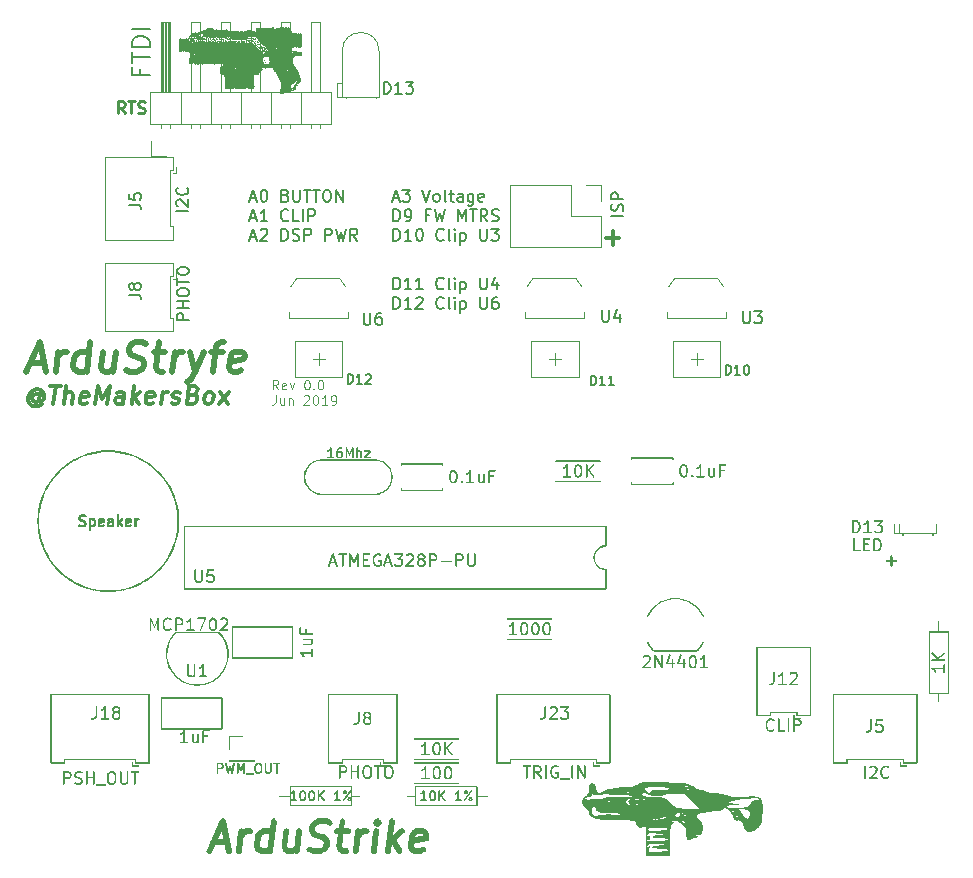
<source format=gto>
%MOIN*%
%OFA0B0*%
%FSLAX46Y46*%
%IPPOS*%
%LPD*%
%ADD10C,0.0039370078740157488*%
%ADD11C,0.011811023622047244*%
%ADD12C,0.005905511811023622*%
%ADD13C,0.00984251968503937*%
%ADD14C,0.01968503937007874*%
%ADD15C,0.0078740157480314977*%
%ADD16C,0.0047244094488188976*%
%ADD17C,0.00039370078740157485*%
%LPD*%
G01*
D10*
D11*
X0001980888Y0002174994D02*
X0002025882Y0002174994D01*
X0002003385Y0002152497D02*
X0002003385Y0002197491D01*
D12*
X0001270884Y0002307611D02*
X0001289632Y0002307611D01*
X0001267135Y0002296363D02*
X0001280258Y0002335733D01*
X0001293382Y0002296363D01*
X0001302755Y0002335733D02*
X0001327127Y0002335733D01*
X0001314004Y0002320735D01*
X0001319628Y0002320735D01*
X0001323378Y0002318860D01*
X0001325253Y0002316985D01*
X0001327127Y0002313236D01*
X0001327127Y0002303862D01*
X0001325253Y0002300112D01*
X0001323378Y0002298237D01*
X0001319628Y0002296363D01*
X0001308380Y0002296363D01*
X0001304630Y0002298237D01*
X0001302755Y0002300112D01*
X0001368372Y0002335733D02*
X0001381495Y0002296363D01*
X0001394619Y0002335733D01*
X0001413367Y0002296363D02*
X0001409617Y0002298237D01*
X0001407742Y0002300112D01*
X0001405867Y0002303862D01*
X0001405867Y0002315110D01*
X0001407742Y0002318860D01*
X0001409617Y0002320735D01*
X0001413367Y0002322609D01*
X0001418991Y0002322609D01*
X0001422740Y0002320735D01*
X0001424615Y0002318860D01*
X0001426490Y0002315110D01*
X0001426490Y0002303862D01*
X0001424615Y0002300112D01*
X0001422740Y0002298237D01*
X0001418991Y0002296363D01*
X0001413367Y0002296363D01*
X0001448987Y0002296363D02*
X0001445238Y0002298237D01*
X0001443363Y0002301987D01*
X0001443363Y0002335733D01*
X0001458361Y0002322609D02*
X0001473359Y0002322609D01*
X0001463985Y0002335733D02*
X0001463985Y0002301987D01*
X0001465860Y0002298237D01*
X0001469610Y0002296363D01*
X0001473359Y0002296363D01*
X0001503355Y0002296363D02*
X0001503355Y0002316985D01*
X0001501481Y0002320735D01*
X0001497731Y0002322609D01*
X0001490232Y0002322609D01*
X0001486482Y0002320735D01*
X0001503355Y0002298237D02*
X0001499606Y0002296363D01*
X0001490232Y0002296363D01*
X0001486482Y0002298237D01*
X0001484608Y0002301987D01*
X0001484608Y0002305736D01*
X0001486482Y0002309486D01*
X0001490232Y0002311361D01*
X0001499606Y0002311361D01*
X0001503355Y0002313236D01*
X0001538976Y0002322609D02*
X0001538976Y0002290738D01*
X0001537101Y0002286989D01*
X0001535226Y0002285114D01*
X0001531477Y0002283239D01*
X0001525852Y0002283239D01*
X0001522103Y0002285114D01*
X0001538976Y0002298237D02*
X0001535226Y0002296363D01*
X0001527727Y0002296363D01*
X0001523978Y0002298237D01*
X0001522103Y0002300112D01*
X0001520228Y0002303862D01*
X0001520228Y0002315110D01*
X0001522103Y0002318860D01*
X0001523978Y0002320735D01*
X0001527727Y0002322609D01*
X0001535226Y0002322609D01*
X0001538976Y0002320735D01*
X0001572722Y0002298237D02*
X0001568972Y0002296363D01*
X0001561473Y0002296363D01*
X0001557724Y0002298237D01*
X0001555849Y0002301987D01*
X0001555849Y0002316985D01*
X0001557724Y0002320735D01*
X0001561473Y0002322609D01*
X0001568972Y0002322609D01*
X0001572722Y0002320735D01*
X0001574596Y0002316985D01*
X0001574596Y0002313236D01*
X0001555849Y0002309486D01*
X0001272759Y0002231402D02*
X0001272759Y0002270772D01*
X0001282133Y0002270772D01*
X0001287757Y0002268897D01*
X0001291507Y0002265148D01*
X0001293382Y0002261398D01*
X0001295256Y0002253899D01*
X0001295256Y0002248275D01*
X0001293382Y0002240776D01*
X0001291507Y0002237026D01*
X0001287757Y0002233277D01*
X0001282133Y0002231402D01*
X0001272759Y0002231402D01*
X0001314004Y0002231402D02*
X0001321503Y0002231402D01*
X0001325253Y0002233277D01*
X0001327127Y0002235152D01*
X0001330877Y0002240776D01*
X0001332752Y0002248275D01*
X0001332752Y0002263273D01*
X0001330877Y0002267023D01*
X0001329002Y0002268897D01*
X0001325253Y0002270772D01*
X0001317753Y0002270772D01*
X0001314004Y0002268897D01*
X0001312129Y0002267023D01*
X0001310254Y0002263273D01*
X0001310254Y0002253899D01*
X0001312129Y0002250150D01*
X0001314004Y0002248275D01*
X0001317753Y0002246400D01*
X0001325253Y0002246400D01*
X0001329002Y0002248275D01*
X0001330877Y0002250150D01*
X0001332752Y0002253899D01*
X0001392744Y0002252024D02*
X0001379621Y0002252024D01*
X0001379621Y0002231402D02*
X0001379621Y0002270772D01*
X0001398368Y0002270772D01*
X0001409617Y0002270772D02*
X0001418991Y0002231402D01*
X0001426490Y0002259524D01*
X0001433989Y0002231402D01*
X0001443363Y0002270772D01*
X0001488357Y0002231402D02*
X0001488357Y0002270772D01*
X0001501481Y0002242651D01*
X0001514604Y0002270772D01*
X0001514604Y0002231402D01*
X0001527727Y0002270772D02*
X0001550224Y0002270772D01*
X0001538976Y0002231402D02*
X0001538976Y0002270772D01*
X0001585845Y0002231402D02*
X0001572722Y0002250150D01*
X0001563348Y0002231402D02*
X0001563348Y0002270772D01*
X0001578346Y0002270772D01*
X0001582095Y0002268897D01*
X0001583970Y0002267023D01*
X0001585845Y0002263273D01*
X0001585845Y0002257649D01*
X0001583970Y0002253899D01*
X0001582095Y0002252024D01*
X0001578346Y0002250150D01*
X0001563348Y0002250150D01*
X0001600843Y0002233277D02*
X0001606467Y0002231402D01*
X0001615841Y0002231402D01*
X0001619591Y0002233277D01*
X0001621466Y0002235152D01*
X0001623340Y0002238901D01*
X0001623340Y0002242651D01*
X0001621466Y0002246400D01*
X0001619591Y0002248275D01*
X0001615841Y0002250150D01*
X0001608342Y0002252024D01*
X0001604593Y0002253899D01*
X0001602718Y0002255774D01*
X0001600843Y0002259524D01*
X0001600843Y0002263273D01*
X0001602718Y0002267023D01*
X0001604593Y0002268897D01*
X0001608342Y0002270772D01*
X0001617716Y0002270772D01*
X0001623340Y0002268897D01*
X0001272759Y0002166441D02*
X0001272759Y0002205811D01*
X0001282133Y0002205811D01*
X0001287757Y0002203937D01*
X0001291507Y0002200187D01*
X0001293382Y0002196438D01*
X0001295256Y0002188939D01*
X0001295256Y0002183314D01*
X0001293382Y0002175815D01*
X0001291507Y0002172066D01*
X0001287757Y0002168316D01*
X0001282133Y0002166441D01*
X0001272759Y0002166441D01*
X0001332752Y0002166441D02*
X0001310254Y0002166441D01*
X0001321503Y0002166441D02*
X0001321503Y0002205811D01*
X0001317753Y0002200187D01*
X0001314004Y0002196438D01*
X0001310254Y0002194563D01*
X0001357124Y0002205811D02*
X0001360873Y0002205811D01*
X0001364623Y0002203937D01*
X0001366497Y0002202062D01*
X0001368372Y0002198312D01*
X0001370247Y0002190813D01*
X0001370247Y0002181440D01*
X0001368372Y0002173940D01*
X0001366497Y0002170191D01*
X0001364623Y0002168316D01*
X0001360873Y0002166441D01*
X0001357124Y0002166441D01*
X0001353374Y0002168316D01*
X0001351499Y0002170191D01*
X0001349624Y0002173940D01*
X0001347750Y0002181440D01*
X0001347750Y0002190813D01*
X0001349624Y0002198312D01*
X0001351499Y0002202062D01*
X0001353374Y0002203937D01*
X0001357124Y0002205811D01*
X0001439613Y0002170191D02*
X0001437738Y0002168316D01*
X0001432114Y0002166441D01*
X0001428365Y0002166441D01*
X0001422740Y0002168316D01*
X0001418991Y0002172066D01*
X0001417116Y0002175815D01*
X0001415241Y0002183314D01*
X0001415241Y0002188939D01*
X0001417116Y0002196438D01*
X0001418991Y0002200187D01*
X0001422740Y0002203937D01*
X0001428365Y0002205811D01*
X0001432114Y0002205811D01*
X0001437738Y0002203937D01*
X0001439613Y0002202062D01*
X0001462110Y0002166441D02*
X0001458361Y0002168316D01*
X0001456486Y0002172066D01*
X0001456486Y0002205811D01*
X0001477109Y0002166441D02*
X0001477109Y0002192688D01*
X0001477109Y0002205811D02*
X0001475234Y0002203937D01*
X0001477109Y0002202062D01*
X0001478983Y0002203937D01*
X0001477109Y0002205811D01*
X0001477109Y0002202062D01*
X0001495856Y0002192688D02*
X0001495856Y0002153318D01*
X0001495856Y0002190813D02*
X0001499606Y0002192688D01*
X0001507105Y0002192688D01*
X0001510854Y0002190813D01*
X0001512729Y0002188939D01*
X0001514604Y0002185189D01*
X0001514604Y0002173940D01*
X0001512729Y0002170191D01*
X0001510854Y0002168316D01*
X0001507105Y0002166441D01*
X0001499606Y0002166441D01*
X0001495856Y0002168316D01*
X0001561473Y0002205811D02*
X0001561473Y0002173940D01*
X0001563348Y0002170191D01*
X0001565223Y0002168316D01*
X0001568972Y0002166441D01*
X0001576471Y0002166441D01*
X0001580221Y0002168316D01*
X0001582095Y0002170191D01*
X0001583970Y0002173940D01*
X0001583970Y0002205811D01*
X0001598968Y0002205811D02*
X0001623340Y0002205811D01*
X0001610217Y0002190813D01*
X0001615841Y0002190813D01*
X0001619591Y0002188939D01*
X0001621466Y0002187064D01*
X0001623340Y0002183314D01*
X0001623340Y0002173940D01*
X0001621466Y0002170191D01*
X0001619591Y0002168316D01*
X0001615841Y0002166441D01*
X0001604593Y0002166441D01*
X0001600843Y0002168316D01*
X0001598968Y0002170191D01*
X0001272759Y0002003882D02*
X0001272759Y0002043252D01*
X0001282133Y0002043252D01*
X0001287757Y0002041378D01*
X0001291507Y0002037628D01*
X0001293382Y0002033879D01*
X0001295256Y0002026380D01*
X0001295256Y0002020755D01*
X0001293382Y0002013256D01*
X0001291507Y0002009507D01*
X0001287757Y0002005757D01*
X0001282133Y0002003882D01*
X0001272759Y0002003882D01*
X0001332752Y0002003882D02*
X0001310254Y0002003882D01*
X0001321503Y0002003882D02*
X0001321503Y0002043252D01*
X0001317753Y0002037628D01*
X0001314004Y0002033879D01*
X0001310254Y0002032004D01*
X0001370247Y0002003882D02*
X0001347750Y0002003882D01*
X0001358998Y0002003882D02*
X0001358998Y0002043252D01*
X0001355249Y0002037628D01*
X0001351499Y0002033879D01*
X0001347750Y0002032004D01*
X0001439613Y0002007632D02*
X0001437738Y0002005757D01*
X0001432114Y0002003882D01*
X0001428365Y0002003882D01*
X0001422740Y0002005757D01*
X0001418991Y0002009507D01*
X0001417116Y0002013256D01*
X0001415241Y0002020755D01*
X0001415241Y0002026380D01*
X0001417116Y0002033879D01*
X0001418991Y0002037628D01*
X0001422740Y0002041378D01*
X0001428365Y0002043252D01*
X0001432114Y0002043252D01*
X0001437738Y0002041378D01*
X0001439613Y0002039503D01*
X0001462110Y0002003882D02*
X0001458361Y0002005757D01*
X0001456486Y0002009507D01*
X0001456486Y0002043252D01*
X0001477109Y0002003882D02*
X0001477109Y0002030129D01*
X0001477109Y0002043252D02*
X0001475234Y0002041378D01*
X0001477109Y0002039503D01*
X0001478983Y0002041378D01*
X0001477109Y0002043252D01*
X0001477109Y0002039503D01*
X0001495856Y0002030129D02*
X0001495856Y0001990759D01*
X0001495856Y0002028254D02*
X0001499606Y0002030129D01*
X0001507105Y0002030129D01*
X0001510854Y0002028254D01*
X0001512729Y0002026380D01*
X0001514604Y0002022630D01*
X0001514604Y0002011381D01*
X0001512729Y0002007632D01*
X0001510854Y0002005757D01*
X0001507105Y0002003882D01*
X0001499606Y0002003882D01*
X0001495856Y0002005757D01*
X0001561473Y0002043252D02*
X0001561473Y0002011381D01*
X0001563348Y0002007632D01*
X0001565223Y0002005757D01*
X0001568972Y0002003882D01*
X0001576471Y0002003882D01*
X0001580221Y0002005757D01*
X0001582095Y0002007632D01*
X0001583970Y0002011381D01*
X0001583970Y0002043252D01*
X0001619591Y0002030129D02*
X0001619591Y0002003882D01*
X0001610217Y0002045127D02*
X0001600843Y0002017006D01*
X0001625215Y0002017006D01*
X0001272759Y0001938922D02*
X0001272759Y0001978292D01*
X0001282133Y0001978292D01*
X0001287757Y0001976417D01*
X0001291507Y0001972667D01*
X0001293382Y0001968918D01*
X0001295256Y0001961419D01*
X0001295256Y0001955795D01*
X0001293382Y0001948296D01*
X0001291507Y0001944546D01*
X0001287757Y0001940796D01*
X0001282133Y0001938922D01*
X0001272759Y0001938922D01*
X0001332752Y0001938922D02*
X0001310254Y0001938922D01*
X0001321503Y0001938922D02*
X0001321503Y0001978292D01*
X0001317753Y0001972667D01*
X0001314004Y0001968918D01*
X0001310254Y0001967043D01*
X0001347750Y0001974542D02*
X0001349624Y0001976417D01*
X0001353374Y0001978292D01*
X0001362748Y0001978292D01*
X0001366497Y0001976417D01*
X0001368372Y0001974542D01*
X0001370247Y0001970793D01*
X0001370247Y0001967043D01*
X0001368372Y0001961419D01*
X0001345875Y0001938922D01*
X0001370247Y0001938922D01*
X0001439613Y0001942671D02*
X0001437738Y0001940796D01*
X0001432114Y0001938922D01*
X0001428365Y0001938922D01*
X0001422740Y0001940796D01*
X0001418991Y0001944546D01*
X0001417116Y0001948296D01*
X0001415241Y0001955795D01*
X0001415241Y0001961419D01*
X0001417116Y0001968918D01*
X0001418991Y0001972667D01*
X0001422740Y0001976417D01*
X0001428365Y0001978292D01*
X0001432114Y0001978292D01*
X0001437738Y0001976417D01*
X0001439613Y0001974542D01*
X0001462110Y0001938922D02*
X0001458361Y0001940796D01*
X0001456486Y0001944546D01*
X0001456486Y0001978292D01*
X0001477109Y0001938922D02*
X0001477109Y0001965168D01*
X0001477109Y0001978292D02*
X0001475234Y0001976417D01*
X0001477109Y0001974542D01*
X0001478983Y0001976417D01*
X0001477109Y0001978292D01*
X0001477109Y0001974542D01*
X0001495856Y0001965168D02*
X0001495856Y0001925798D01*
X0001495856Y0001963294D02*
X0001499606Y0001965168D01*
X0001507105Y0001965168D01*
X0001510854Y0001963294D01*
X0001512729Y0001961419D01*
X0001514604Y0001957669D01*
X0001514604Y0001946421D01*
X0001512729Y0001942671D01*
X0001510854Y0001940796D01*
X0001507105Y0001938922D01*
X0001499606Y0001938922D01*
X0001495856Y0001940796D01*
X0001561473Y0001978292D02*
X0001561473Y0001946421D01*
X0001563348Y0001942671D01*
X0001565223Y0001940796D01*
X0001568972Y0001938922D01*
X0001576471Y0001938922D01*
X0001580221Y0001940796D01*
X0001582095Y0001942671D01*
X0001583970Y0001946421D01*
X0001583970Y0001978292D01*
X0001619591Y0001978292D02*
X0001612092Y0001978292D01*
X0001608342Y0001976417D01*
X0001606467Y0001974542D01*
X0001602718Y0001968918D01*
X0001600843Y0001961419D01*
X0001600843Y0001946421D01*
X0001602718Y0001942671D01*
X0001604593Y0001940796D01*
X0001608342Y0001938922D01*
X0001615841Y0001938922D01*
X0001619591Y0001940796D01*
X0001621466Y0001942671D01*
X0001623340Y0001946421D01*
X0001623340Y0001955795D01*
X0001621466Y0001959544D01*
X0001619591Y0001961419D01*
X0001615841Y0001963294D01*
X0001608342Y0001963294D01*
X0001604593Y0001961419D01*
X0001602718Y0001959544D01*
X0001600843Y0001955795D01*
X0000795884Y0002307611D02*
X0000814632Y0002307611D01*
X0000792135Y0002296363D02*
X0000805258Y0002335733D01*
X0000818382Y0002296363D01*
X0000839004Y0002335733D02*
X0000842753Y0002335733D01*
X0000846503Y0002333858D01*
X0000848378Y0002331983D01*
X0000850253Y0002328234D01*
X0000852127Y0002320735D01*
X0000852127Y0002311361D01*
X0000850253Y0002303862D01*
X0000848378Y0002300112D01*
X0000846503Y0002298237D01*
X0000842753Y0002296363D01*
X0000839004Y0002296363D01*
X0000835254Y0002298237D01*
X0000833380Y0002300112D01*
X0000831505Y0002303862D01*
X0000829630Y0002311361D01*
X0000829630Y0002320735D01*
X0000831505Y0002328234D01*
X0000833380Y0002331983D01*
X0000835254Y0002333858D01*
X0000839004Y0002335733D01*
X0000912120Y0002316985D02*
X0000917744Y0002315110D01*
X0000919619Y0002313236D01*
X0000921494Y0002309486D01*
X0000921494Y0002303862D01*
X0000919619Y0002300112D01*
X0000917744Y0002298237D01*
X0000913995Y0002296363D01*
X0000898996Y0002296363D01*
X0000898996Y0002335733D01*
X0000912120Y0002335733D01*
X0000915869Y0002333858D01*
X0000917744Y0002331983D01*
X0000919619Y0002328234D01*
X0000919619Y0002324484D01*
X0000917744Y0002320735D01*
X0000915869Y0002318860D01*
X0000912120Y0002316985D01*
X0000898996Y0002316985D01*
X0000938367Y0002335733D02*
X0000938367Y0002303862D01*
X0000940241Y0002300112D01*
X0000942116Y0002298237D01*
X0000945866Y0002296363D01*
X0000953365Y0002296363D01*
X0000957114Y0002298237D01*
X0000958989Y0002300112D01*
X0000960864Y0002303862D01*
X0000960864Y0002335733D01*
X0000973987Y0002335733D02*
X0000996484Y0002335733D01*
X0000985236Y0002296363D02*
X0000985236Y0002335733D01*
X0001003983Y0002335733D02*
X0001026481Y0002335733D01*
X0001015232Y0002296363D02*
X0001015232Y0002335733D01*
X0001047103Y0002335733D02*
X0001054602Y0002335733D01*
X0001058352Y0002333858D01*
X0001062101Y0002330108D01*
X0001063976Y0002322609D01*
X0001063976Y0002309486D01*
X0001062101Y0002301987D01*
X0001058352Y0002298237D01*
X0001054602Y0002296363D01*
X0001047103Y0002296363D01*
X0001043353Y0002298237D01*
X0001039604Y0002301987D01*
X0001037729Y0002309486D01*
X0001037729Y0002322609D01*
X0001039604Y0002330108D01*
X0001043353Y0002333858D01*
X0001047103Y0002335733D01*
X0001080849Y0002296363D02*
X0001080849Y0002335733D01*
X0001103346Y0002296363D01*
X0001103346Y0002335733D01*
X0000795884Y0002242651D02*
X0000814632Y0002242651D01*
X0000792135Y0002231402D02*
X0000805258Y0002270772D01*
X0000818382Y0002231402D01*
X0000852127Y0002231402D02*
X0000829630Y0002231402D01*
X0000840879Y0002231402D02*
X0000840879Y0002270772D01*
X0000837129Y0002265148D01*
X0000833380Y0002261398D01*
X0000829630Y0002259524D01*
X0000921494Y0002235152D02*
X0000919619Y0002233277D01*
X0000913995Y0002231402D01*
X0000910245Y0002231402D01*
X0000904621Y0002233277D01*
X0000900871Y0002237026D01*
X0000898996Y0002240776D01*
X0000897122Y0002248275D01*
X0000897122Y0002253899D01*
X0000898996Y0002261398D01*
X0000900871Y0002265148D01*
X0000904621Y0002268897D01*
X0000910245Y0002270772D01*
X0000913995Y0002270772D01*
X0000919619Y0002268897D01*
X0000921494Y0002267023D01*
X0000957114Y0002231402D02*
X0000938367Y0002231402D01*
X0000938367Y0002270772D01*
X0000970238Y0002231402D02*
X0000970238Y0002270772D01*
X0000988985Y0002231402D02*
X0000988985Y0002270772D01*
X0001003983Y0002270772D01*
X0001007733Y0002268897D01*
X0001009608Y0002267023D01*
X0001011482Y0002263273D01*
X0001011482Y0002257649D01*
X0001009608Y0002253899D01*
X0001007733Y0002252024D01*
X0001003983Y0002250150D01*
X0000988985Y0002250150D01*
X0000795884Y0002177690D02*
X0000814632Y0002177690D01*
X0000792135Y0002166441D02*
X0000805258Y0002205811D01*
X0000818382Y0002166441D01*
X0000829630Y0002202062D02*
X0000831505Y0002203937D01*
X0000835254Y0002205811D01*
X0000844628Y0002205811D01*
X0000848378Y0002203937D01*
X0000850253Y0002202062D01*
X0000852127Y0002198312D01*
X0000852127Y0002194563D01*
X0000850253Y0002188939D01*
X0000827755Y0002166441D01*
X0000852127Y0002166441D01*
X0000898996Y0002166441D02*
X0000898996Y0002205811D01*
X0000908370Y0002205811D01*
X0000913995Y0002203937D01*
X0000917744Y0002200187D01*
X0000919619Y0002196438D01*
X0000921494Y0002188939D01*
X0000921494Y0002183314D01*
X0000919619Y0002175815D01*
X0000917744Y0002172066D01*
X0000913995Y0002168316D01*
X0000908370Y0002166441D01*
X0000898996Y0002166441D01*
X0000936492Y0002168316D02*
X0000942116Y0002166441D01*
X0000951490Y0002166441D01*
X0000955239Y0002168316D01*
X0000957114Y0002170191D01*
X0000958989Y0002173940D01*
X0000958989Y0002177690D01*
X0000957114Y0002181440D01*
X0000955239Y0002183314D01*
X0000951490Y0002185189D01*
X0000943991Y0002187064D01*
X0000940241Y0002188939D01*
X0000938367Y0002190813D01*
X0000936492Y0002194563D01*
X0000936492Y0002198312D01*
X0000938367Y0002202062D01*
X0000940241Y0002203937D01*
X0000943991Y0002205811D01*
X0000953365Y0002205811D01*
X0000958989Y0002203937D01*
X0000975862Y0002166441D02*
X0000975862Y0002205811D01*
X0000990860Y0002205811D01*
X0000994610Y0002203937D01*
X0000996484Y0002202062D01*
X0000998359Y0002198312D01*
X0000998359Y0002192688D01*
X0000996484Y0002188939D01*
X0000994610Y0002187064D01*
X0000990860Y0002185189D01*
X0000975862Y0002185189D01*
X0001045228Y0002166441D02*
X0001045228Y0002205811D01*
X0001060226Y0002205811D01*
X0001063976Y0002203937D01*
X0001065851Y0002202062D01*
X0001067725Y0002198312D01*
X0001067725Y0002192688D01*
X0001065851Y0002188939D01*
X0001063976Y0002187064D01*
X0001060226Y0002185189D01*
X0001045228Y0002185189D01*
X0001080849Y0002205811D02*
X0001090223Y0002166441D01*
X0001097722Y0002194563D01*
X0001105221Y0002166441D01*
X0001114595Y0002205811D01*
X0001152090Y0002166441D02*
X0001138966Y0002185189D01*
X0001129593Y0002166441D02*
X0001129593Y0002205811D01*
X0001144591Y0002205811D01*
X0001148340Y0002203937D01*
X0001150215Y0002202062D01*
X0001152090Y0002198312D01*
X0001152090Y0002192688D01*
X0001150215Y0002188939D01*
X0001148340Y0002187064D01*
X0001144591Y0002185189D01*
X0001129593Y0002185189D01*
D13*
X0000376825Y0002591402D02*
X0000363702Y0002610150D01*
X0000354328Y0002591402D02*
X0000354328Y0002630772D01*
X0000369326Y0002630772D01*
X0000373076Y0002628897D01*
X0000374951Y0002627023D01*
X0000376825Y0002623273D01*
X0000376825Y0002617649D01*
X0000374951Y0002613899D01*
X0000373076Y0002612024D01*
X0000369326Y0002610150D01*
X0000354328Y0002610150D01*
X0000388074Y0002630772D02*
X0000410571Y0002630772D01*
X0000399323Y0002591402D02*
X0000399323Y0002630772D01*
X0000421820Y0002593277D02*
X0000427444Y0002591402D01*
X0000436818Y0002591402D01*
X0000440567Y0002593277D01*
X0000442442Y0002595152D01*
X0000444317Y0002598901D01*
X0000444317Y0002602651D01*
X0000442442Y0002606400D01*
X0000440567Y0002608275D01*
X0000436818Y0002610150D01*
X0000429319Y0002612024D01*
X0000425569Y0002613899D01*
X0000423695Y0002615774D01*
X0000421820Y0002619524D01*
X0000421820Y0002623273D01*
X0000423695Y0002627023D01*
X0000425569Y0002628897D01*
X0000429319Y0002630772D01*
X0000438693Y0002630772D01*
X0000444317Y0002628897D01*
D14*
X0000061234Y0001757808D02*
X0000108103Y0001757808D01*
X0000048345Y0001729687D02*
X0000093457Y0001828112D01*
X0000113962Y0001729687D01*
X0000146770Y0001729687D02*
X0000154972Y0001795303D01*
X0000152629Y0001776556D02*
X0000158487Y0001785930D01*
X0000163760Y0001790617D01*
X0000173720Y0001795303D01*
X0000183094Y0001795303D01*
X0000249882Y0001729687D02*
X0000262185Y0001828112D01*
X0000250468Y0001734374D02*
X0000240508Y0001729687D01*
X0000221761Y0001729687D01*
X0000212973Y0001734374D01*
X0000208872Y0001739060D01*
X0000205357Y0001748434D01*
X0000208872Y0001776556D01*
X0000214730Y0001785930D01*
X0000220003Y0001790617D01*
X0000229963Y0001795303D01*
X0000248710Y0001795303D01*
X0000257498Y0001790617D01*
X0000347136Y0001795303D02*
X0000338934Y0001729687D01*
X0000304953Y0001795303D02*
X0000298509Y0001743747D01*
X0000302024Y0001734374D01*
X0000310812Y0001729687D01*
X0000324873Y0001729687D01*
X0000334833Y0001734374D01*
X0000340105Y0001739060D01*
X0000381702Y0001734374D02*
X0000395177Y0001729687D01*
X0000418611Y0001729687D01*
X0000428571Y0001734374D01*
X0000433844Y0001739060D01*
X0000439702Y0001748434D01*
X0000440874Y0001757808D01*
X0000437359Y0001767182D01*
X0000433258Y0001771869D01*
X0000424470Y0001776556D01*
X0000406308Y0001781243D01*
X0000397520Y0001785930D01*
X0000393419Y0001790617D01*
X0000389904Y0001799990D01*
X0000391076Y0001809364D01*
X0000396934Y0001818738D01*
X0000402207Y0001823425D01*
X0000412167Y0001828112D01*
X0000435601Y0001828112D01*
X0000449076Y0001823425D01*
X0000473682Y0001795303D02*
X0000511178Y0001795303D01*
X0000491844Y0001828112D02*
X0000481299Y0001743747D01*
X0000484814Y0001734374D01*
X0000493602Y0001729687D01*
X0000502976Y0001729687D01*
X0000535784Y0001729687D02*
X0000543986Y0001795303D01*
X0000541643Y0001776556D02*
X0000547501Y0001785930D01*
X0000552774Y0001790617D01*
X0000562734Y0001795303D01*
X0000572108Y0001795303D01*
X0000595542Y0001795303D02*
X0000610775Y0001729687D01*
X0000642411Y0001795303D02*
X0000610775Y0001729687D01*
X0000598471Y0001706252D01*
X0000593199Y0001701565D01*
X0000583239Y0001696878D01*
X0000665846Y0001795303D02*
X0000703341Y0001795303D01*
X0000671705Y0001729687D02*
X0000682250Y0001814051D01*
X0000688109Y0001823425D01*
X0000698068Y0001828112D01*
X0000707442Y0001828112D01*
X0000766029Y0001734374D02*
X0000756069Y0001729687D01*
X0000737321Y0001729687D01*
X0000728533Y0001734374D01*
X0000725018Y0001743747D01*
X0000729705Y0001781243D01*
X0000735564Y0001790617D01*
X0000745523Y0001795303D01*
X0000764271Y0001795303D01*
X0000773059Y0001790617D01*
X0000776574Y0001781243D01*
X0000775402Y0001771869D01*
X0000727362Y0001762495D01*
D12*
X0001120140Y0001689964D02*
X0001120140Y0001721460D01*
X0001127639Y0001721460D01*
X0001132139Y0001719960D01*
X0001135138Y0001716961D01*
X0001136638Y0001713961D01*
X0001138138Y0001707962D01*
X0001138138Y0001703462D01*
X0001136638Y0001697463D01*
X0001135138Y0001694464D01*
X0001132139Y0001691464D01*
X0001127639Y0001689964D01*
X0001120140Y0001689964D01*
X0001168134Y0001689964D02*
X0001150136Y0001689964D01*
X0001159135Y0001689964D02*
X0001159135Y0001721460D01*
X0001156136Y0001716961D01*
X0001153136Y0001713961D01*
X0001150136Y0001712461D01*
X0001180133Y0001718461D02*
X0001181632Y0001719960D01*
X0001184632Y0001721460D01*
X0001192131Y0001721460D01*
X0001195131Y0001719960D01*
X0001196630Y0001718461D01*
X0001198130Y0001715461D01*
X0001198130Y0001712461D01*
X0001196630Y0001707962D01*
X0001178633Y0001689964D01*
X0001198130Y0001689964D01*
X0001930140Y0001684964D02*
X0001930140Y0001716460D01*
X0001937639Y0001716460D01*
X0001942139Y0001714960D01*
X0001945138Y0001711961D01*
X0001946638Y0001708961D01*
X0001948138Y0001702962D01*
X0001948138Y0001698462D01*
X0001946638Y0001692463D01*
X0001945138Y0001689464D01*
X0001942139Y0001686464D01*
X0001937639Y0001684964D01*
X0001930140Y0001684964D01*
X0001978134Y0001684964D02*
X0001960136Y0001684964D01*
X0001969135Y0001684964D02*
X0001969135Y0001716460D01*
X0001966136Y0001711961D01*
X0001963136Y0001708961D01*
X0001960136Y0001707461D01*
X0002008130Y0001684964D02*
X0001990133Y0001684964D01*
X0001999131Y0001684964D02*
X0001999131Y0001716460D01*
X0001996132Y0001711961D01*
X0001993132Y0001708961D01*
X0001990133Y0001707461D01*
X0002380140Y0001719964D02*
X0002380140Y0001751460D01*
X0002387639Y0001751460D01*
X0002392139Y0001749960D01*
X0002395138Y0001746961D01*
X0002396638Y0001743961D01*
X0002398138Y0001737962D01*
X0002398138Y0001733462D01*
X0002396638Y0001727463D01*
X0002395138Y0001724464D01*
X0002392139Y0001721464D01*
X0002387639Y0001719964D01*
X0002380140Y0001719964D01*
X0002428134Y0001719964D02*
X0002410136Y0001719964D01*
X0002419135Y0001719964D02*
X0002419135Y0001751460D01*
X0002416136Y0001746961D01*
X0002413136Y0001743961D01*
X0002410136Y0001742461D01*
X0002447632Y0001751460D02*
X0002450631Y0001751460D01*
X0002453631Y0001749960D01*
X0002455131Y0001748461D01*
X0002456630Y0001745461D01*
X0002458130Y0001739462D01*
X0002458130Y0001731963D01*
X0002456630Y0001725963D01*
X0002455131Y0001722964D01*
X0002453631Y0001721464D01*
X0002450631Y0001719964D01*
X0002447632Y0001719964D01*
X0002444632Y0001721464D01*
X0002443132Y0001722964D01*
X0002441632Y0001725963D01*
X0002440133Y0001731963D01*
X0002440133Y0001739462D01*
X0002441632Y0001745461D01*
X0002443132Y0001748461D01*
X0002444632Y0001749960D01*
X0002447632Y0001751460D01*
D15*
X0000428852Y0002737626D02*
X0000428852Y0002717941D01*
X0000459786Y0002717941D02*
X0000400731Y0002717941D01*
X0000400731Y0002746063D01*
X0000400731Y0002760123D02*
X0000400731Y0002793869D01*
X0000459786Y0002776996D02*
X0000400731Y0002776996D01*
X0000459786Y0002813554D02*
X0000400731Y0002813554D01*
X0000400731Y0002827615D01*
X0000403543Y0002836051D01*
X0000409167Y0002841676D01*
X0000414791Y0002844488D01*
X0000426040Y0002847300D01*
X0000434476Y0002847300D01*
X0000445725Y0002844488D01*
X0000451349Y0002841676D01*
X0000456974Y0002836051D01*
X0000459786Y0002827615D01*
X0000459786Y0002813554D01*
X0000459786Y0002872609D02*
X0000400731Y0002872609D01*
D11*
X0000094691Y0001650618D02*
X0000092231Y0001653431D01*
X0000086958Y0001656243D01*
X0000081334Y0001656243D01*
X0000075358Y0001653431D01*
X0000072194Y0001650618D01*
X0000068679Y0001644994D01*
X0000067976Y0001639370D01*
X0000070085Y0001633745D01*
X0000072546Y0001630933D01*
X0000077819Y0001628121D01*
X0000083443Y0001628121D01*
X0000089419Y0001630933D01*
X0000092582Y0001633745D01*
X0000095395Y0001656243D02*
X0000092582Y0001633745D01*
X0000095043Y0001630933D01*
X0000097855Y0001630933D01*
X0000103831Y0001633745D01*
X0000107346Y0001639370D01*
X0000109104Y0001653431D01*
X0000104534Y0001661867D01*
X0000096801Y0001667491D01*
X0000085904Y0001670303D01*
X0000074303Y0001667491D01*
X0000065164Y0001661867D01*
X0000058485Y0001653431D01*
X0000054267Y0001642182D01*
X0000055673Y0001630933D01*
X0000060243Y0001622497D01*
X0000067976Y0001616873D01*
X0000078873Y0001614060D01*
X0000090473Y0001616873D01*
X0000099613Y0001622497D01*
X0000129492Y0001681552D02*
X0000163238Y0001681552D01*
X0000138983Y0001622497D02*
X0000146365Y0001681552D01*
X0000175541Y0001622497D02*
X0000182923Y0001681552D01*
X0000200850Y0001622497D02*
X0000204717Y0001653431D01*
X0000202608Y0001659055D01*
X0000197335Y0001661867D01*
X0000188898Y0001661867D01*
X0000182923Y0001659055D01*
X0000179759Y0001656243D01*
X0000251820Y0001625309D02*
X0000245844Y0001622497D01*
X0000234596Y0001622497D01*
X0000229323Y0001625309D01*
X0000227214Y0001630933D01*
X0000230026Y0001653431D01*
X0000233541Y0001659055D01*
X0000239517Y0001661867D01*
X0000250766Y0001661867D01*
X0000256038Y0001659055D01*
X0000258148Y0001653431D01*
X0000257445Y0001647806D01*
X0000228620Y0001642182D01*
X0000279590Y0001622497D02*
X0000286972Y0001681552D01*
X0000301384Y0001639370D01*
X0000326342Y0001681552D01*
X0000318960Y0001622497D01*
X0000372391Y0001622497D02*
X0000376258Y0001653431D01*
X0000374149Y0001659055D01*
X0000368876Y0001661867D01*
X0000357627Y0001661867D01*
X0000351652Y0001659055D01*
X0000372743Y0001625309D02*
X0000366767Y0001622497D01*
X0000352706Y0001622497D01*
X0000347433Y0001625309D01*
X0000345324Y0001630933D01*
X0000346027Y0001636558D01*
X0000349542Y0001642182D01*
X0000355518Y0001644994D01*
X0000369579Y0001644994D01*
X0000375555Y0001647806D01*
X0000400513Y0001622497D02*
X0000407895Y0001681552D01*
X0000408949Y0001644994D02*
X0000423010Y0001622497D01*
X0000427931Y0001661867D02*
X0000402622Y0001639370D01*
X0000471168Y0001625309D02*
X0000465192Y0001622497D01*
X0000453943Y0001622497D01*
X0000448671Y0001625309D01*
X0000446562Y0001630933D01*
X0000449374Y0001653431D01*
X0000452889Y0001659055D01*
X0000458865Y0001661867D01*
X0000470113Y0001661867D01*
X0000475386Y0001659055D01*
X0000477495Y0001653431D01*
X0000476792Y0001647806D01*
X0000447968Y0001642182D01*
X0000498938Y0001622497D02*
X0000503859Y0001661867D01*
X0000502453Y0001650618D02*
X0000505968Y0001656243D01*
X0000509132Y0001659055D01*
X0000515108Y0001661867D01*
X0000520732Y0001661867D01*
X0000533035Y0001625309D02*
X0000538308Y0001622497D01*
X0000549557Y0001622497D01*
X0000555532Y0001625309D01*
X0000559047Y0001630933D01*
X0000559399Y0001633745D01*
X0000557290Y0001639370D01*
X0000552017Y0001642182D01*
X0000543581Y0001642182D01*
X0000538308Y0001644994D01*
X0000536199Y0001650618D01*
X0000536550Y0001653431D01*
X0000540065Y0001659055D01*
X0000546041Y0001661867D01*
X0000554478Y0001661867D01*
X0000559751Y0001659055D01*
X0000606854Y0001653431D02*
X0000614939Y0001650618D01*
X0000617400Y0001647806D01*
X0000619509Y0001642182D01*
X0000618454Y0001633745D01*
X0000614939Y0001628121D01*
X0000611775Y0001625309D01*
X0000605799Y0001622497D01*
X0000583302Y0001622497D01*
X0000590684Y0001681552D01*
X0000610369Y0001681552D01*
X0000615642Y0001678740D01*
X0000618103Y0001675928D01*
X0000620212Y0001670303D01*
X0000619509Y0001664679D01*
X0000615994Y0001659055D01*
X0000612830Y0001656243D01*
X0000606854Y0001653431D01*
X0000587169Y0001653431D01*
X0000650794Y0001622497D02*
X0000645521Y0001625309D01*
X0000643060Y0001628121D01*
X0000640951Y0001633745D01*
X0000643060Y0001650618D01*
X0000646576Y0001656243D01*
X0000649739Y0001659055D01*
X0000655715Y0001661867D01*
X0000664152Y0001661867D01*
X0000669424Y0001659055D01*
X0000671885Y0001656243D01*
X0000673994Y0001650618D01*
X0000671885Y0001633745D01*
X0000668370Y0001628121D01*
X0000665206Y0001625309D01*
X0000659230Y0001622497D01*
X0000650794Y0001622497D01*
X0000690164Y0001622497D02*
X0000726019Y0001661867D01*
X0000695085Y0001661867D02*
X0000721098Y0001622497D01*
D10*
X0000888882Y0001670555D02*
X0000878383Y0001685553D01*
X0000870884Y0001670555D02*
X0000870884Y0001702051D01*
X0000882883Y0001702051D01*
X0000885882Y0001700551D01*
X0000887382Y0001699051D01*
X0000888882Y0001696051D01*
X0000888882Y0001691552D01*
X0000887382Y0001688552D01*
X0000885882Y0001687053D01*
X0000882883Y0001685553D01*
X0000870884Y0001685553D01*
X0000914379Y0001672054D02*
X0000911379Y0001670555D01*
X0000905380Y0001670555D01*
X0000902380Y0001672054D01*
X0000900881Y0001675054D01*
X0000900881Y0001687053D01*
X0000902380Y0001690052D01*
X0000905380Y0001691552D01*
X0000911379Y0001691552D01*
X0000914379Y0001690052D01*
X0000915879Y0001687053D01*
X0000915879Y0001684053D01*
X0000900881Y0001681053D01*
X0000926377Y0001691552D02*
X0000933876Y0001670555D01*
X0000941375Y0001691552D01*
X0000983370Y0001702051D02*
X0000986370Y0001702051D01*
X0000989370Y0001700551D01*
X0000990869Y0001699051D01*
X0000992369Y0001696051D01*
X0000993869Y0001690052D01*
X0000993869Y0001682553D01*
X0000992369Y0001676554D01*
X0000990869Y0001673554D01*
X0000989370Y0001672054D01*
X0000986370Y0001670555D01*
X0000983370Y0001670555D01*
X0000980371Y0001672054D01*
X0000978871Y0001673554D01*
X0000977371Y0001676554D01*
X0000975871Y0001682553D01*
X0000975871Y0001690052D01*
X0000977371Y0001696051D01*
X0000978871Y0001699051D01*
X0000980371Y0001700551D01*
X0000983370Y0001702051D01*
X0001007367Y0001673554D02*
X0001008867Y0001672054D01*
X0001007367Y0001670555D01*
X0001005867Y0001672054D01*
X0001007367Y0001673554D01*
X0001007367Y0001670555D01*
X0001028365Y0001702051D02*
X0001031364Y0001702051D01*
X0001034364Y0001700551D01*
X0001035864Y0001699051D01*
X0001037364Y0001696051D01*
X0001038863Y0001690052D01*
X0001038863Y0001682553D01*
X0001037364Y0001676554D01*
X0001035864Y0001673554D01*
X0001034364Y0001672054D01*
X0001031364Y0001670555D01*
X0001028365Y0001670555D01*
X0001025365Y0001672054D01*
X0001023865Y0001673554D01*
X0001022365Y0001676554D01*
X0001020866Y0001682553D01*
X0001020866Y0001690052D01*
X0001022365Y0001696051D01*
X0001023865Y0001699051D01*
X0001025365Y0001700551D01*
X0001028365Y0001702051D01*
X0000879883Y0001650870D02*
X0000879883Y0001628372D01*
X0000878383Y0001623873D01*
X0000875384Y0001620873D01*
X0000870884Y0001619374D01*
X0000867885Y0001619374D01*
X0000908380Y0001640371D02*
X0000908380Y0001619374D01*
X0000894881Y0001640371D02*
X0000894881Y0001623873D01*
X0000896381Y0001620873D01*
X0000899381Y0001619374D01*
X0000903880Y0001619374D01*
X0000906880Y0001620873D01*
X0000908380Y0001622373D01*
X0000923378Y0001640371D02*
X0000923378Y0001619374D01*
X0000923378Y0001637371D02*
X0000924878Y0001638871D01*
X0000927877Y0001640371D01*
X0000932377Y0001640371D01*
X0000935376Y0001638871D01*
X0000936876Y0001635871D01*
X0000936876Y0001619374D01*
X0000974371Y0001647870D02*
X0000975871Y0001649370D01*
X0000978871Y0001650870D01*
X0000986370Y0001650870D01*
X0000989370Y0001649370D01*
X0000990869Y0001647870D01*
X0000992369Y0001644870D01*
X0000992369Y0001641871D01*
X0000990869Y0001637371D01*
X0000972872Y0001619374D01*
X0000992369Y0001619374D01*
X0001011867Y0001650870D02*
X0001014866Y0001650870D01*
X0001017866Y0001649370D01*
X0001019366Y0001647870D01*
X0001020866Y0001644870D01*
X0001022365Y0001638871D01*
X0001022365Y0001631372D01*
X0001020866Y0001625373D01*
X0001019366Y0001622373D01*
X0001017866Y0001620873D01*
X0001014866Y0001619374D01*
X0001011867Y0001619374D01*
X0001008867Y0001620873D01*
X0001007367Y0001622373D01*
X0001005867Y0001625373D01*
X0001004368Y0001631372D01*
X0001004368Y0001638871D01*
X0001005867Y0001644870D01*
X0001007367Y0001647870D01*
X0001008867Y0001649370D01*
X0001011867Y0001650870D01*
X0001052362Y0001619374D02*
X0001034364Y0001619374D01*
X0001043363Y0001619374D02*
X0001043363Y0001650870D01*
X0001040363Y0001646370D01*
X0001037364Y0001643371D01*
X0001034364Y0001641871D01*
X0001067360Y0001619374D02*
X0001073359Y0001619374D01*
X0001076359Y0001620873D01*
X0001077859Y0001622373D01*
X0001080858Y0001626873D01*
X0001082358Y0001632872D01*
X0001082358Y0001644870D01*
X0001080858Y0001647870D01*
X0001079358Y0001649370D01*
X0001076359Y0001650870D01*
X0001070359Y0001650870D01*
X0001067360Y0001649370D01*
X0001065860Y0001647870D01*
X0001064360Y0001644870D01*
X0001064360Y0001637371D01*
X0001065860Y0001634372D01*
X0001067360Y0001632872D01*
X0001070359Y0001631372D01*
X0001076359Y0001631372D01*
X0001079358Y0001632872D01*
X0001080858Y0001634372D01*
X0001082358Y0001637371D01*
X0002362204Y0001712598D02*
X0002204724Y0001712598D01*
X0002204724Y0001712598D02*
X0002204724Y0001830708D01*
X0002204724Y0001830708D02*
X0002362204Y0001830708D01*
X0002362204Y0001830708D02*
X0002362204Y0001712598D01*
X0002283464Y0001751968D02*
X0002283464Y0001791338D01*
X0002303149Y0001771653D02*
X0002263779Y0001771653D01*
X0002381889Y0001929134D02*
X0002381889Y0001909449D01*
X0002381889Y0001909449D02*
X0002185039Y0001909449D01*
X0002185039Y0001909449D02*
X0002185039Y0001929134D01*
D16*
X0002352755Y0002041338D02*
X0002211023Y0002041338D01*
X0002373392Y0002012708D02*
G75*
G03X0002352755Y0002041338I-0000091503J-0000044204D01*
G01*
X0002190386Y0002012708D02*
G75*
G02X0002211023Y0002041338I0000091503J-0000044204D01*
G01*
X0001101968Y0002798819D02*
G75*
G02X0001224803Y0002798819I0000061417D01*
G01*
X0001224803Y0002646850D02*
X0001224803Y0002798819D01*
X0001101968Y0002646850D02*
X0001101968Y0002798819D01*
X0001224803Y0002646850D02*
X0001101968Y0002646850D01*
X0001086220Y0002646850D02*
X0001086220Y0002690945D01*
X0001086220Y0002690945D02*
X0001101968Y0002690945D01*
X0001101968Y0002690945D02*
X0001101968Y0002646850D01*
X0001101968Y0002646850D02*
X0001086220Y0002646850D01*
X0001213385Y0002641732D02*
X0001213385Y0002646850D01*
X0001213385Y0002646850D02*
X0001213385Y0002646850D01*
X0001213385Y0002646850D02*
X0001213385Y0002641732D01*
X0001213385Y0002641732D02*
X0001213385Y0002641732D01*
X0001113385Y0002641732D02*
X0001113385Y0002646850D01*
X0001113385Y0002646850D02*
X0001113385Y0002646850D01*
X0001113385Y0002646850D02*
X0001113385Y0002641732D01*
X0001113385Y0002641732D02*
X0001113385Y0002641732D01*
X0000537401Y0002391732D02*
X0000549212Y0002391732D01*
X0000549212Y0002391732D02*
X0000549212Y0002411417D01*
X0000527558Y0002308071D02*
X0000527558Y0002401575D01*
X0000527558Y0002401575D02*
X0000539370Y0002401575D01*
X0000539370Y0002401575D02*
X0000539370Y0002446850D01*
X0000539370Y0002446850D02*
X0000311023Y0002446850D01*
X0000311023Y0002446850D02*
X0000311023Y0002308071D01*
X0000527558Y0002308071D02*
X0000527558Y0002214567D01*
X0000527558Y0002214567D02*
X0000539370Y0002214567D01*
X0000539370Y0002214567D02*
X0000539370Y0002169291D01*
X0000539370Y0002169291D02*
X0000311023Y0002169291D01*
X0000311023Y0002169291D02*
X0000311023Y0002308071D01*
D10*
X0001889763Y0001712598D02*
X0001732283Y0001712598D01*
X0001732283Y0001712598D02*
X0001732283Y0001830708D01*
X0001732283Y0001830708D02*
X0001889763Y0001830708D01*
X0001889763Y0001830708D02*
X0001889763Y0001712598D01*
X0001811023Y0001751968D02*
X0001811023Y0001791338D01*
X0001830708Y0001771653D02*
X0001791338Y0001771653D01*
X0001909448Y0001929134D02*
X0001909448Y0001909449D01*
X0001909448Y0001909449D02*
X0001712598Y0001909449D01*
X0001712598Y0001909449D02*
X0001712598Y0001929134D01*
D16*
X0001880314Y0002041338D02*
X0001738582Y0002041338D01*
X0001900952Y0002012708D02*
G75*
G03X0001880314Y0002041338I-0000091503J-0000044204D01*
G01*
X0001717945Y0002012708D02*
G75*
G02X0001738582Y0002041338I0000091503J-0000044204D01*
G01*
D10*
X0001102362Y0001712598D02*
X0000944881Y0001712598D01*
X0000944881Y0001712598D02*
X0000944881Y0001830708D01*
X0000944881Y0001830708D02*
X0001102362Y0001830708D01*
X0001102362Y0001830708D02*
X0001102362Y0001712598D01*
X0001023621Y0001751968D02*
X0001023621Y0001791338D01*
X0001043307Y0001771653D02*
X0001003936Y0001771653D01*
X0001122047Y0001929134D02*
X0001122047Y0001909449D01*
X0001122047Y0001909449D02*
X0000925196Y0001909449D01*
X0000925196Y0001909449D02*
X0000925196Y0001929134D01*
D16*
X0001092913Y0002041338D02*
X0000951181Y0002041338D01*
X0001113550Y0002012708D02*
G75*
G03X0001092913Y0002041338I-0000091503J-0000044204D01*
G01*
X0000930543Y0002012708D02*
G75*
G02X0000951181Y0002041338I0000091503J-0000044204D01*
G01*
X0000461023Y0002555905D02*
X0001065747Y0002555905D01*
X0001065747Y0002555905D02*
X0001065747Y0002660630D01*
X0001065747Y0002660630D02*
X0000461023Y0002660630D01*
X0000461023Y0002660630D02*
X0000461023Y0002555905D01*
X0000498425Y0002660630D02*
X0000498425Y0002896850D01*
X0000498425Y0002896850D02*
X0000528346Y0002896850D01*
X0000528346Y0002896850D02*
X0000528346Y0002660630D01*
X0000500787Y0002660630D02*
X0000500787Y0002896850D01*
X0000505511Y0002660630D02*
X0000505511Y0002896850D01*
X0000510236Y0002660630D02*
X0000510236Y0002896850D01*
X0000514960Y0002660630D02*
X0000514960Y0002896850D01*
X0000519684Y0002660630D02*
X0000519684Y0002896850D01*
X0000524409Y0002660630D02*
X0000524409Y0002896850D01*
X0000498425Y0002542913D02*
X0000498425Y0002555905D01*
X0000528346Y0002542913D02*
X0000528346Y0002555905D01*
X0000563385Y0002555905D02*
X0000563385Y0002660630D01*
X0000598425Y0002660630D02*
X0000598425Y0002896850D01*
X0000598425Y0002896850D02*
X0000628346Y0002896850D01*
X0000628346Y0002896850D02*
X0000628346Y0002660630D01*
X0000598425Y0002540272D02*
X0000598425Y0002555905D01*
X0000628346Y0002540272D02*
X0000628346Y0002555905D01*
X0000663385Y0002555905D02*
X0000663385Y0002660630D01*
X0000698425Y0002660630D02*
X0000698425Y0002896850D01*
X0000698425Y0002896850D02*
X0000728346Y0002896850D01*
X0000728346Y0002896850D02*
X0000728346Y0002660630D01*
X0000698425Y0002540272D02*
X0000698425Y0002555905D01*
X0000728346Y0002540272D02*
X0000728346Y0002555905D01*
X0000763385Y0002555905D02*
X0000763385Y0002660630D01*
X0000798425Y0002660630D02*
X0000798425Y0002896850D01*
X0000798425Y0002896850D02*
X0000828346Y0002896850D01*
X0000828346Y0002896850D02*
X0000828346Y0002660630D01*
X0000798425Y0002540272D02*
X0000798425Y0002555905D01*
X0000828346Y0002540272D02*
X0000828346Y0002555905D01*
X0000863385Y0002555905D02*
X0000863385Y0002660630D01*
X0000898425Y0002660630D02*
X0000898425Y0002896850D01*
X0000898425Y0002896850D02*
X0000928346Y0002896850D01*
X0000928346Y0002896850D02*
X0000928346Y0002660630D01*
X0000898425Y0002540272D02*
X0000898425Y0002555905D01*
X0000928346Y0002540272D02*
X0000928346Y0002555905D01*
X0000963385Y0002555905D02*
X0000963385Y0002660630D01*
X0000998425Y0002660630D02*
X0000998425Y0002896850D01*
X0000998425Y0002896850D02*
X0001028346Y0002896850D01*
X0001028346Y0002896850D02*
X0001028346Y0002660630D01*
X0000998425Y0002540272D02*
X0000998425Y0002555905D01*
X0001028346Y0002540272D02*
X0001028346Y0002555905D01*
X0000513385Y0002449212D02*
X0000463385Y0002449212D01*
X0000463385Y0002449212D02*
X0000463385Y0002499212D01*
X0000537401Y0002037401D02*
X0000549212Y0002037401D01*
X0000549212Y0002037401D02*
X0000549212Y0002057086D01*
X0000527558Y0001978346D02*
X0000527558Y0002047244D01*
X0000527558Y0002047244D02*
X0000539370Y0002047244D01*
X0000539370Y0002047244D02*
X0000539370Y0002092519D01*
X0000539370Y0002092519D02*
X0000311023Y0002092519D01*
X0000311023Y0002092519D02*
X0000311023Y0001978346D01*
X0000527558Y0001978346D02*
X0000527558Y0001909449D01*
X0000527558Y0001909449D02*
X0000539370Y0001909449D01*
X0000539370Y0001909449D02*
X0000539370Y0001864173D01*
X0000539370Y0001864173D02*
X0000311023Y0001864173D01*
X0000311023Y0001864173D02*
X0000311023Y0001978346D01*
D17*
G36*
X0000870011Y0002876675D02*
X0000870023Y0002874689D01*
X0000870505Y0002874227D01*
X0000871838Y0002874466D01*
X0000872014Y0002875199D01*
X0000872606Y0002875433D01*
X0000873979Y0002873541D01*
X0000874202Y0002873141D01*
X0000875992Y0002870366D01*
X0000877261Y0002869231D01*
X0000877565Y0002870006D01*
X0000877154Y0002871355D01*
X0000877125Y0002873195D01*
X0000877716Y0002873498D01*
X0000878957Y0002872346D01*
X0000879100Y0002871439D01*
X0000880070Y0002868942D01*
X0000880681Y0002868403D01*
X0000881688Y0002868505D01*
X0000881428Y0002870105D01*
X0000881307Y0002873320D01*
X0000881833Y0002874758D01*
X0000882945Y0002875683D01*
X0000883913Y0002874060D01*
X0000884100Y0002873498D01*
X0000885099Y0002871416D01*
X0000886157Y0002871946D01*
X0000886323Y0002872200D01*
X0000886610Y0002874402D01*
X0000886014Y0002875067D01*
X0000886101Y0002875722D01*
X0000888414Y0002875998D01*
X0000888450Y0002875998D01*
X0000890892Y0002875774D01*
X0000890652Y0002875040D01*
X0000890291Y0002874823D01*
X0000889286Y0002873951D01*
X0000888726Y0002872343D01*
X0000888562Y0002869421D01*
X0000888743Y0002864607D01*
X0000889022Y0002860199D01*
X0000889973Y0002859637D01*
X0000890344Y0002859813D01*
X0000890986Y0002861600D01*
X0000891051Y0002865031D01*
X0000890587Y0002868959D01*
X0000889859Y0002871712D01*
X0000890044Y0002873324D01*
X0000890573Y0002873498D01*
X0000891589Y0002872268D01*
X0000891957Y0002869688D01*
X0000892209Y0002867029D01*
X0000892773Y0002866787D01*
X0000893365Y0002868587D01*
X0000893500Y0002869973D01*
X0000895588Y0002869973D01*
X0000896982Y0002867141D01*
X0000897613Y0002866060D01*
X0000899393Y0002862705D01*
X0000899650Y0002860763D01*
X0000898499Y0002859307D01*
X0000898453Y0002859269D01*
X0000897277Y0002857834D01*
X0000897385Y0002855892D01*
X0000898865Y0002852533D01*
X0000899171Y0002851930D01*
X0000900711Y0002848585D01*
X0000901307Y0002846596D01*
X0000901190Y0002846355D01*
X0000901280Y0002845371D01*
X0000902549Y0002843238D01*
X0000903925Y0002840468D01*
X0000903237Y0002838288D01*
X0000902987Y0002837964D01*
X0000901964Y0002836485D01*
X0000902927Y0002836822D01*
X0000903124Y0002836939D01*
X0000904908Y0002836883D01*
X0000905822Y0002834950D01*
X0000906722Y0002832967D01*
X0000907762Y0002833646D01*
X0000907910Y0002836142D01*
X0000906957Y0002838216D01*
X0000905704Y0002841079D01*
X0000905718Y0002842763D01*
X0000905390Y0002844941D01*
X0000903759Y0002848344D01*
X0000902753Y0002849942D01*
X0000900540Y0002853706D01*
X0000899285Y0002856821D01*
X0000899173Y0002857626D01*
X0000899670Y0002857924D01*
X0000900837Y0002855991D01*
X0000901466Y0002854578D01*
X0000903134Y0002851441D01*
X0000904645Y0002850018D01*
X0000905033Y0002850062D01*
X0000905478Y0002851687D01*
X0000904829Y0002852765D01*
X0000903123Y0002856094D01*
X0000902004Y0002860478D01*
X0000901842Y0002863141D01*
X0000902276Y0002866857D01*
X0000903176Y0002868410D01*
X0000904695Y0002868530D01*
X0000905932Y0002867439D01*
X0000905382Y0002867198D01*
X0000904229Y0002865801D01*
X0000902851Y0002862751D01*
X0000903491Y0002860444D01*
X0000904254Y0002858342D01*
X0000903985Y0002857784D01*
X0000903997Y0002856771D01*
X0000905320Y0002854330D01*
X0000905348Y0002854287D01*
X0000906705Y0002851228D01*
X0000906157Y0002849874D01*
X0000905511Y0002848270D01*
X0000906260Y0002847048D01*
X0000907521Y0002844364D01*
X0000907589Y0002843247D01*
X0000907386Y0002839549D01*
X0000908231Y0002838427D01*
X0000910259Y0002839750D01*
X0000910721Y0002840199D01*
X0000913772Y0002843250D01*
X0000910650Y0002848293D01*
X0000913163Y0002848293D01*
X0000913995Y0002845047D01*
X0000915610Y0002841115D01*
X0000917687Y0002837390D01*
X0000918205Y0002836645D01*
X0000919630Y0002835541D01*
X0000920656Y0002836561D01*
X0000920542Y0002838838D01*
X0000918565Y0002842108D01*
X0000918282Y0002842453D01*
X0000915994Y0002845701D01*
X0000914845Y0002848369D01*
X0000914814Y0002848692D01*
X0000914115Y0002850100D01*
X0000913434Y0002849957D01*
X0000913163Y0002848293D01*
X0000910650Y0002848293D01*
X0000910378Y0002848731D01*
X0000908404Y0002852456D01*
X0000907425Y0002855388D01*
X0000907415Y0002856104D01*
X0000906959Y0002858749D01*
X0000906211Y0002859964D01*
X0000905273Y0002862798D01*
X0000905484Y0002865215D01*
X0000905992Y0002867385D01*
X0000906426Y0002867003D01*
X0000906562Y0002864513D01*
X0000906860Y0002861373D01*
X0000907876Y0002859800D01*
X0000908979Y0002859682D01*
X0000908644Y0002861195D01*
X0000908426Y0002862860D01*
X0000909116Y0002862774D01*
X0000910181Y0002862229D01*
X0000910402Y0002862869D01*
X0000909800Y0002865330D01*
X0000909268Y0002867198D01*
X0000908678Y0002870423D01*
X0000909472Y0002871572D01*
X0000909738Y0002871593D01*
X0000910901Y0002870382D01*
X0000910887Y0002867903D01*
X0000910671Y0002865512D01*
X0000911341Y0002865598D01*
X0000911980Y0002866355D01*
X0000913208Y0002867769D01*
X0000913105Y0002866871D01*
X0000912935Y0002866355D01*
X0000911913Y0002863660D01*
X0000910337Y0002859831D01*
X0000910068Y0002859199D01*
X0000908785Y0002855533D01*
X0000908928Y0002853122D01*
X0000909801Y0002851614D01*
X0000911597Y0002850106D01*
X0000912557Y0002850457D01*
X0000912429Y0002852369D01*
X0000911980Y0002852769D01*
X0000911393Y0002853753D01*
X0000914689Y0002853753D01*
X0000914721Y0002851715D01*
X0000916041Y0002848407D01*
X0000917594Y0002845031D01*
X0000918510Y0002843802D01*
X0000919419Y0002844307D01*
X0000920423Y0002845514D01*
X0000921358Y0002847487D01*
X0000920377Y0002848592D01*
X0000919340Y0002848841D01*
X0000919814Y0002847784D01*
X0000920192Y0002846567D01*
X0000919632Y0002846740D01*
X0000918662Y0002848607D01*
X0000918493Y0002849667D01*
X0000921508Y0002849667D01*
X0000922935Y0002847396D01*
X0000924239Y0002845626D01*
X0000923804Y0002845444D01*
X0000923759Y0002845470D01*
X0000922589Y0002845589D01*
X0000922877Y0002844190D01*
X0000924125Y0002842747D01*
X0000925260Y0002843373D01*
X0000925910Y0002845656D01*
X0000924855Y0002848420D01*
X0000923093Y0002850722D01*
X0000921648Y0002851165D01*
X0000921508Y0002849667D01*
X0000918493Y0002849667D01*
X0000918115Y0002852025D01*
X0000918100Y0002852318D01*
X0000918038Y0002855281D01*
X0000918315Y0002855588D01*
X0000919074Y0002853498D01*
X0000920021Y0002851246D01*
X0000920564Y0002850998D01*
X0000920907Y0002854212D01*
X0000921957Y0002854212D01*
X0000922671Y0002853498D01*
X0000923385Y0002854212D01*
X0000922671Y0002854927D01*
X0000921957Y0002854212D01*
X0000920907Y0002854212D01*
X0000921053Y0002855579D01*
X0000920170Y0002858498D01*
X0000919709Y0002859937D01*
X0000920668Y0002859124D01*
X0000921753Y0002857818D01*
X0000923712Y0002855150D01*
X0000924537Y0002853561D01*
X0000924537Y0002853532D01*
X0000924755Y0002850595D01*
X0000925854Y0002849742D01*
X0000926180Y0002849888D01*
X0000926927Y0002851832D01*
X0000925748Y0002855050D01*
X0000923038Y0002858734D01*
X0000921053Y0002862412D01*
X0000921166Y0002864685D01*
X0000921413Y0002867289D01*
X0000920892Y0002868273D01*
X0000919775Y0002867774D01*
X0000919453Y0002866607D01*
X0000918697Y0002861250D01*
X0000917682Y0002857884D01*
X0000916140Y0002855643D01*
X0000916005Y0002855506D01*
X0000914689Y0002853753D01*
X0000911393Y0002853753D01*
X0000910759Y0002854814D01*
X0000910629Y0002856082D01*
X0000910867Y0002857519D01*
X0000911567Y0002856343D01*
X0000911811Y0002855736D01*
X0000912987Y0002854105D01*
X0000913759Y0002854375D01*
X0000913868Y0002856672D01*
X0000913391Y0002857775D01*
X0000912966Y0002860708D01*
X0000913489Y0002862263D01*
X0000914292Y0002864705D01*
X0000914093Y0002867852D01*
X0000912821Y0002872613D01*
X0000912627Y0002873227D01*
X0000911578Y0002876527D01*
X0000907615Y0002872730D01*
X0000904917Y0002870236D01*
X0000903200Y0002868816D01*
X0000903024Y0002868716D01*
X0000901240Y0002869337D01*
X0000899381Y0002871337D01*
X0000898489Y0002873466D01*
X0000898602Y0002874017D01*
X0000898467Y0002874468D01*
X0000897075Y0002873364D01*
X0000895644Y0002871706D01*
X0000895588Y0002869973D01*
X0000893500Y0002869973D01*
X0000893695Y0002871974D01*
X0000894129Y0002875327D01*
X0000894996Y0002877181D01*
X0000895016Y0002877195D01*
X0000895583Y0002876749D01*
X0000895244Y0002875358D01*
X0000894787Y0002873631D01*
X0000895857Y0002874086D01*
X0000896689Y0002874744D01*
X0000898643Y0002875941D01*
X0000899278Y0002875816D01*
X0000899627Y0002873679D01*
X0000899635Y0002873617D01*
X0000900740Y0002871478D01*
X0000901081Y0002871117D01*
X0000901787Y0002871376D01*
X0000901644Y0002873812D01*
X0000901509Y0002876347D01*
X0000902163Y0002876942D01*
X0000903177Y0002875050D01*
X0000903385Y0002873329D01*
X0000903926Y0002871391D01*
X0000904751Y0002871317D01*
X0000905557Y0002873181D01*
X0000905368Y0002874114D01*
X0000905548Y0002876399D01*
X0000906129Y0002876999D01*
X0000907028Y0002876852D01*
X0000906698Y0002875358D01*
X0000906226Y0002873708D01*
X0000907011Y0002873943D01*
X0000908830Y0002875481D01*
X0000911082Y0002877254D01*
X0000912260Y0002876949D01*
X0000913268Y0002874767D01*
X0000914364Y0002873152D01*
X0000915046Y0002873924D01*
X0000914963Y0002876614D01*
X0000914902Y0002876954D01*
X0000915568Y0002877275D01*
X0000916876Y0002876422D01*
X0000918715Y0002874169D01*
X0000919078Y0002872966D01*
X0000918427Y0002872547D01*
X0000917514Y0002873498D01*
X0000916444Y0002874767D01*
X0000916660Y0002873525D01*
X0000916806Y0002873067D01*
X0000916937Y0002871332D01*
X0000916315Y0002871310D01*
X0000915556Y0002870769D01*
X0000915651Y0002868496D01*
X0000915650Y0002864693D01*
X0000914947Y0002862318D01*
X0000914392Y0002858980D01*
X0000914892Y0002857707D01*
X0000916059Y0002856296D01*
X0000916340Y0002856355D01*
X0000917530Y0002863857D01*
X0000917734Y0002867275D01*
X0000918670Y0002870593D01*
X0000919860Y0002872108D01*
X0000920067Y0002872451D01*
X0000922644Y0002872451D01*
X0000922869Y0002871355D01*
X0000923883Y0002869475D01*
X0000924252Y0002869212D01*
X0000924752Y0002870379D01*
X0000924814Y0002871355D01*
X0000924066Y0002873257D01*
X0000923430Y0002873498D01*
X0000922644Y0002872451D01*
X0000920067Y0002872451D01*
X0000921161Y0002874267D01*
X0000920568Y0002875592D01*
X0000920057Y0002877036D01*
X0000921202Y0002877308D01*
X0000922676Y0002876756D01*
X0000922616Y0002876267D01*
X0000923130Y0002874954D01*
X0000924108Y0002874407D01*
X0000925848Y0002872476D01*
X0000926242Y0002870601D01*
X0000926780Y0002868594D01*
X0000927655Y0002868488D01*
X0000928443Y0002868246D01*
X0000928126Y0002866909D01*
X0000927907Y0002865242D01*
X0000928619Y0002865344D01*
X0000929835Y0002865009D01*
X0000930052Y0002863930D01*
X0000929705Y0002862711D01*
X0000928389Y0002863724D01*
X0000927561Y0002864708D01*
X0000925515Y0002866826D01*
X0000923978Y0002867815D01*
X0000923588Y0002867353D01*
X0000924024Y0002866477D01*
X0000923736Y0002864932D01*
X0000923137Y0002864606D01*
X0000922133Y0002863019D01*
X0000922404Y0002861536D01*
X0000923877Y0002859904D01*
X0000924956Y0002860015D01*
X0000925628Y0002861299D01*
X0000924609Y0002862226D01*
X0000923638Y0002863250D01*
X0000924100Y0002863431D01*
X0000926215Y0002862593D01*
X0000928385Y0002861118D01*
X0000930089Y0002859590D01*
X0000929506Y0002859445D01*
X0000928788Y0002859672D01*
X0000926317Y0002859746D01*
X0000925490Y0002859150D01*
X0000925663Y0002857879D01*
X0000926158Y0002857784D01*
X0000927375Y0002856584D01*
X0000927671Y0002854842D01*
X0000928198Y0002852850D01*
X0000929037Y0002852745D01*
X0000929805Y0002854612D01*
X0000929576Y0002856044D01*
X0000929550Y0002857030D01*
X0000930902Y0002855607D01*
X0000931167Y0002855256D01*
X0000933430Y0002850668D01*
X0000934564Y0002844210D01*
X0000934715Y0002841628D01*
X0000935311Y0002839815D01*
X0000935994Y0002839773D01*
X0000936798Y0002841650D01*
X0000936936Y0002844987D01*
X0000936440Y0002848475D01*
X0000935721Y0002850329D01*
X0000935317Y0002851872D01*
X0000935665Y0002852069D01*
X0000935601Y0002852952D01*
X0000934092Y0002854935D01*
X0000933781Y0002855402D01*
X0000935651Y0002855402D01*
X0000936440Y0002853974D01*
X0000937321Y0002852379D01*
X0000937047Y0002852069D01*
X0000936775Y0002851127D01*
X0000937182Y0002850284D01*
X0000938135Y0002847515D01*
X0000938509Y0002844927D01*
X0000938775Y0002842239D01*
X0000939023Y0002841355D01*
X0000939535Y0002840205D01*
X0000939785Y0002839212D01*
X0000940628Y0002836053D01*
X0000941203Y0002834212D01*
X0000941442Y0002832935D01*
X0000940450Y0002834230D01*
X0000940038Y0002834909D01*
X0000938755Y0002837934D01*
X0000938720Y0002839909D01*
X0000938608Y0002840391D01*
X0000937748Y0002839723D01*
X0000936711Y0002837599D01*
X0000937539Y0002835174D01*
X0000938795Y0002831362D01*
X0000939100Y0002828676D01*
X0000939639Y0002825596D01*
X0000940596Y0002824170D01*
X0000941790Y0002822113D01*
X0000941861Y0002820871D01*
X0000941743Y0002818180D01*
X0000941792Y0002817427D01*
X0000942931Y0002816617D01*
X0000945105Y0002817375D01*
X0000947145Y0002819212D01*
X0000948680Y0002821763D01*
X0000949052Y0002822784D01*
X0000950150Y0002825053D01*
X0000950961Y0002826163D01*
X0000951049Y0002826351D01*
X0000954190Y0002826351D01*
X0000954639Y0002823334D01*
X0000954882Y0002822049D01*
X0000955641Y0002817926D01*
X0000956113Y0002815004D01*
X0000956180Y0002814395D01*
X0000957109Y0002814136D01*
X0000958480Y0002815005D01*
X0000959899Y0002817223D01*
X0000960248Y0002821058D01*
X0000960074Y0002823714D01*
X0000960043Y0002829136D01*
X0000961195Y0002832026D01*
X0000961273Y0002832095D01*
X0000962536Y0002833713D01*
X0000962535Y0002836011D01*
X0000961231Y0002839843D01*
X0000960905Y0002840641D01*
X0000960201Y0002843793D01*
X0000960611Y0002845689D01*
X0000961023Y0002848048D01*
X0000960625Y0002849056D01*
X0000959306Y0002850080D01*
X0000958824Y0002849722D01*
X0000958387Y0002847158D01*
X0000958440Y0002842987D01*
X0000958917Y0002838404D01*
X0000959649Y0002834927D01*
X0000960193Y0002832657D01*
X0000959633Y0002832815D01*
X0000959081Y0002833498D01*
X0000958000Y0002834541D01*
X0000957859Y0002833250D01*
X0000958067Y0002831756D01*
X0000958117Y0002829190D01*
X0000957336Y0002828705D01*
X0000956667Y0002830524D01*
X0000956742Y0002833943D01*
X0000956858Y0002834733D01*
X0000957279Y0002837851D01*
X0000956986Y0002838478D01*
X0000956126Y0002837292D01*
X0000954252Y0002832584D01*
X0000954992Y0002828710D01*
X0000955876Y0002827483D01*
X0000957156Y0002825179D01*
X0000958088Y0002822093D01*
X0000958521Y0002819147D01*
X0000958302Y0002817263D01*
X0000957582Y0002817125D01*
X0000956845Y0002818939D01*
X0000956938Y0002820544D01*
X0000956557Y0002823845D01*
X0000955552Y0002825850D01*
X0000954472Y0002827064D01*
X0000954190Y0002826351D01*
X0000951049Y0002826351D01*
X0000952349Y0002829128D01*
X0000952757Y0002831426D01*
X0000953681Y0002835144D01*
X0000955190Y0002838183D01*
X0000956578Y0002840785D01*
X0000956374Y0002842954D01*
X0000954783Y0002845688D01*
X0000953148Y0002848692D01*
X0000952691Y0002850638D01*
X0000952737Y0002850747D01*
X0000952312Y0002852341D01*
X0000951197Y0002853536D01*
X0000949894Y0002854286D01*
X0000949365Y0002853296D01*
X0000949421Y0002850072D01*
X0000949490Y0002849055D01*
X0000950165Y0002844379D01*
X0000951294Y0002840450D01*
X0000951660Y0002839669D01*
X0000952630Y0002836871D01*
X0000951504Y0002834686D01*
X0000951240Y0002834414D01*
X0000949514Y0002832263D01*
X0000949182Y0002830993D01*
X0000950395Y0002831273D01*
X0000951105Y0002830796D01*
X0000950902Y0002829060D01*
X0000950263Y0002827309D01*
X0000949500Y0002827767D01*
X0000948247Y0002830487D01*
X0000946766Y0002833485D01*
X0000945630Y0002834908D01*
X0000945547Y0002834927D01*
X0000945454Y0002833885D01*
X0000946192Y0002832163D01*
X0000947505Y0002829212D01*
X0000947427Y0002828215D01*
X0000946081Y0002829465D01*
X0000945437Y0002830338D01*
X0000943954Y0002834265D01*
X0000944164Y0002836559D01*
X0000945121Y0002838526D01*
X0000946193Y0002837892D01*
X0000946377Y0002837615D01*
X0000947444Y0002836471D01*
X0000947649Y0002836763D01*
X0000946954Y0002838685D01*
X0000945557Y0002841110D01*
X0000944087Y0002845523D01*
X0000944044Y0002850108D01*
X0000944124Y0002854187D01*
X0000943206Y0002855822D01*
X0000942847Y0002855879D01*
X0000941755Y0002854543D01*
X0000941469Y0002850675D01*
X0000941993Y0002844486D01*
X0000942666Y0002839927D01*
X0000943374Y0002835641D01*
X0000941822Y0002839927D01*
X0000940739Y0002843915D01*
X0000940399Y0002847069D01*
X0000940059Y0002851881D01*
X0000938705Y0002855005D01*
X0000937012Y0002855879D01*
X0000935651Y0002855402D01*
X0000933781Y0002855402D01*
X0000932497Y0002857333D01*
X0000932442Y0002858745D01*
X0000933338Y0002858664D01*
X0000933385Y0002858271D01*
X0000934667Y0002857498D01*
X0000937942Y0002857084D01*
X0000940457Y0002857067D01*
X0000944406Y0002856958D01*
X0000946558Y0002856429D01*
X0000946717Y0002855967D01*
X0000945557Y0002852113D01*
X0000945488Y0002847116D01*
X0000946454Y0002842448D01*
X0000947318Y0002840681D01*
X0000948929Y0002837767D01*
X0000949382Y0002835892D01*
X0000949941Y0002835366D01*
X0000950539Y0002835648D01*
X0000950896Y0002837456D01*
X0000949279Y0002841047D01*
X0000948873Y0002841721D01*
X0000947330Y0002844567D01*
X0000947074Y0002845862D01*
X0000947455Y0002845774D01*
X0000948589Y0002845673D01*
X0000948423Y0002847823D01*
X0000948314Y0002848275D01*
X0000947983Y0002852315D01*
X0000948392Y0002854948D01*
X0000949371Y0002858032D01*
X0000951702Y0002854703D01*
X0000953537Y0002851559D01*
X0000954325Y0002849392D01*
X0000955554Y0002846625D01*
X0000956229Y0002845811D01*
X0000957243Y0002845495D01*
X0000957367Y0002847032D01*
X0000956782Y0002849625D01*
X0000955670Y0002852479D01*
X0000954214Y0002854800D01*
X0000954156Y0002854864D01*
X0000952751Y0002856711D01*
X0000953409Y0002857285D01*
X0000954031Y0002857308D01*
X0000955509Y0002856737D01*
X0000955442Y0002856216D01*
X0000955742Y0002854590D01*
X0000956111Y0002854294D01*
X0000957681Y0002854581D01*
X0000958069Y0002855266D01*
X0000958349Y0002855466D01*
X0000958155Y0002853498D01*
X0000957905Y0002851053D01*
X0000958566Y0002851193D01*
X0000959746Y0002852637D01*
X0000961038Y0002855312D01*
X0000960922Y0002856923D01*
X0000961054Y0002857431D01*
X0000962397Y0002856537D01*
X0000964297Y0002853957D01*
X0000964648Y0002852252D01*
X0000964378Y0002851006D01*
X0000963823Y0002852502D01*
X0000963789Y0002852634D01*
X0000962979Y0002854353D01*
X0000961944Y0002853478D01*
X0000961368Y0002851218D01*
X0000961794Y0002849076D01*
X0000962912Y0002848272D01*
X0000963232Y0002848403D01*
X0000963984Y0002847645D01*
X0000964351Y0002845181D01*
X0000964263Y0002843232D01*
X0000963852Y0002843797D01*
X0000963832Y0002843873D01*
X0000962759Y0002845635D01*
X0000961983Y0002845657D01*
X0000961330Y0002843865D01*
X0000961539Y0002842084D01*
X0000962501Y0002840041D01*
X0000963200Y0002839812D01*
X0000963801Y0002838922D01*
X0000964197Y0002836011D01*
X0000964255Y0002834696D01*
X0000964120Y0002831575D01*
X0000963620Y0002830452D01*
X0000963353Y0002830694D01*
X0000962021Y0002831532D01*
X0000961391Y0002830881D01*
X0000961666Y0002829039D01*
X0000962998Y0002827764D01*
X0000964710Y0002826587D01*
X0000963948Y0002826646D01*
X0000962869Y0002826978D01*
X0000960964Y0002827134D01*
X0000961083Y0002825540D01*
X0000961780Y0002822317D01*
X0000961957Y0002819725D01*
X0000962446Y0002817281D01*
X0000963528Y0002817158D01*
X0000964344Y0002817178D01*
X0000963477Y0002815099D01*
X0000961861Y0002812608D01*
X0000961052Y0002812291D01*
X0000961416Y0002814249D01*
X0000961529Y0002814569D01*
X0000961946Y0002816134D01*
X0000961071Y0002815810D01*
X0000959378Y0002814381D01*
X0000957136Y0002812633D01*
X0000955936Y0002813045D01*
X0000954850Y0002815545D01*
X0000953727Y0002819783D01*
X0000953385Y0002822961D01*
X0000952986Y0002825352D01*
X0000952175Y0002825776D01*
X0000951278Y0002823813D01*
X0000951286Y0002820524D01*
X0000952149Y0002817274D01*
X0000952499Y0002816617D01*
X0000953076Y0002814488D01*
X0000952814Y0002813879D01*
X0000952023Y0002814114D01*
X0000951957Y0002814688D01*
X0000950946Y0002816260D01*
X0000950444Y0002816355D01*
X0000949591Y0002815480D01*
X0000949814Y0002814927D01*
X0000949701Y0002813610D01*
X0000949184Y0002813498D01*
X0000947869Y0002813929D01*
X0000948046Y0002815656D01*
X0000949178Y0002818235D01*
X0000950156Y0002820370D01*
X0000949701Y0002820099D01*
X0000948464Y0002818582D01*
X0000946734Y0002815873D01*
X0000946221Y0002814296D01*
X0000945616Y0002813970D01*
X0000944814Y0002814927D01*
X0000943699Y0002816295D01*
X0000943409Y0002815168D01*
X0000943407Y0002815011D01*
X0000942972Y0002814012D01*
X0000941536Y0002815481D01*
X0000941440Y0002815612D01*
X0000940138Y0002818745D01*
X0000940136Y0002820724D01*
X0000939932Y0002823287D01*
X0000939224Y0002824135D01*
X0000938128Y0002826115D01*
X0000937671Y0002829528D01*
X0000937671Y0002829535D01*
X0000937397Y0002832278D01*
X0000936730Y0002833020D01*
X0000936650Y0002832953D01*
X0000935585Y0002830281D01*
X0000935641Y0002826664D01*
X0000936741Y0002823750D01*
X0000937092Y0002823386D01*
X0000938291Y0002820991D01*
X0000938141Y0002819804D01*
X0000938290Y0002817106D01*
X0000939250Y0002815266D01*
X0000940253Y0002813752D01*
X0000939898Y0002813843D01*
X0000937923Y0002813947D01*
X0000936457Y0002813128D01*
X0000935065Y0002812289D01*
X0000935127Y0002812799D01*
X0000935011Y0002814903D01*
X0000933803Y0002817085D01*
X0000932340Y0002818832D01*
X0000932023Y0002818362D01*
X0000932545Y0002815641D01*
X0000932908Y0002813055D01*
X0000932342Y0002813064D01*
X0000932179Y0002813293D01*
X0000930725Y0002814366D01*
X0000929750Y0002813155D01*
X0000929518Y0002810229D01*
X0000929783Y0002808207D01*
X0000930159Y0002805939D01*
X0000929850Y0002806159D01*
X0000928720Y0002808939D01*
X0000927302Y0002811795D01*
X0000926136Y0002812834D01*
X0000925969Y0002812748D01*
X0000925805Y0002810925D01*
X0000926740Y0002807982D01*
X0000928253Y0002805050D01*
X0000929825Y0002803259D01*
X0000930405Y0002803124D01*
X0000931226Y0002802381D01*
X0000930992Y0002801218D01*
X0000930001Y0002799778D01*
X0000928766Y0002800878D01*
X0000927897Y0002801768D01*
X0000928250Y0002800167D01*
X0000928963Y0002797660D01*
X0000929100Y0002796868D01*
X0000930018Y0002796792D01*
X0000930471Y0002797034D01*
X0000931022Y0002796510D01*
X0000930459Y0002793929D01*
X0000930293Y0002793439D01*
X0000929465Y0002789586D01*
X0000930271Y0002787470D01*
X0000931270Y0002786995D01*
X0000931038Y0002788845D01*
X0000931059Y0002789391D01*
X0000932328Y0002789391D01*
X0000933374Y0002790075D01*
X0000933533Y0002790231D01*
X0000939330Y0002790231D01*
X0000939677Y0002789433D01*
X0000941116Y0002787899D01*
X0000941943Y0002788214D01*
X0000941957Y0002788414D01*
X0000941208Y0002789305D01*
X0000945164Y0002789305D01*
X0000945360Y0002789212D01*
X0000946285Y0002789927D01*
X0000954814Y0002789927D01*
X0000955528Y0002789212D01*
X0000956242Y0002789927D01*
X0000955528Y0002790641D01*
X0000954814Y0002789927D01*
X0000946285Y0002789927D01*
X0000946663Y0002790218D01*
X0000946957Y0002790641D01*
X0000947151Y0002791355D01*
X0000951957Y0002791355D01*
X0000952671Y0002790641D01*
X0000953385Y0002791355D01*
X0000961957Y0002791355D01*
X0000962671Y0002790641D01*
X0000963385Y0002791355D01*
X0000962671Y0002792069D01*
X0000961957Y0002791355D01*
X0000953385Y0002791355D01*
X0000952671Y0002792069D01*
X0000951957Y0002791355D01*
X0000947151Y0002791355D01*
X0000947321Y0002791976D01*
X0000947125Y0002792069D01*
X0000945822Y0002791064D01*
X0000945528Y0002790641D01*
X0000945164Y0002789305D01*
X0000941208Y0002789305D01*
X0000940942Y0002789622D01*
X0000940307Y0002790063D01*
X0000939330Y0002790231D01*
X0000933533Y0002790231D01*
X0000933563Y0002790260D01*
X0000934222Y0002791355D01*
X0000936242Y0002791355D01*
X0000936957Y0002790641D01*
X0000937671Y0002791355D01*
X0000941957Y0002791355D01*
X0000942671Y0002790641D01*
X0000943385Y0002791355D01*
X0000942671Y0002792069D01*
X0000941957Y0002791355D01*
X0000937671Y0002791355D01*
X0000936957Y0002792069D01*
X0000936242Y0002791355D01*
X0000934222Y0002791355D01*
X0000934691Y0002792133D01*
X0000934538Y0002792822D01*
X0000933475Y0002792393D01*
X0000932763Y0002791060D01*
X0000932328Y0002789391D01*
X0000931059Y0002789391D01*
X0000931148Y0002791687D01*
X0000933463Y0002793305D01*
X0000938211Y0002793836D01*
X0000939319Y0002793828D01*
X0000943607Y0002793756D01*
X0000949446Y0002793675D01*
X0000955222Y0002793608D01*
X0000960609Y0002793478D01*
X0000963738Y0002793115D01*
X0000965210Y0002792348D01*
X0000965622Y0002791008D01*
X0000965630Y0002790641D01*
X0000965124Y0002788318D01*
X0000964423Y0002787784D01*
X0000963783Y0002786933D01*
X0000963923Y0002786641D01*
X0000963277Y0002785787D01*
X0000961145Y0002785498D01*
X0000958627Y0002785964D01*
X0000958256Y0002787784D01*
X0000960528Y0002787784D01*
X0000961051Y0002786608D01*
X0000961480Y0002786831D01*
X0000961651Y0002788527D01*
X0000961480Y0002788736D01*
X0000960631Y0002788540D01*
X0000960528Y0002787784D01*
X0000958256Y0002787784D01*
X0000958252Y0002787803D01*
X0000958387Y0002788427D01*
X0000958758Y0002790244D01*
X0000958221Y0002789585D01*
X0000957467Y0002788157D01*
X0000956107Y0002785980D01*
X0000954923Y0002786218D01*
X0000953885Y0002787442D01*
X0000952539Y0002788991D01*
X0000952542Y0002788237D01*
X0000952747Y0002787618D01*
X0000952649Y0002785871D01*
X0000950310Y0002785500D01*
X0000950250Y0002785504D01*
X0000946889Y0002785065D01*
X0000945221Y0002784241D01*
X0000942705Y0002782117D01*
X0000941020Y0002780688D01*
X0000939265Y0002779366D01*
X0000939166Y0002780123D01*
X0000939526Y0002781119D01*
X0000939785Y0002782855D01*
X0000938959Y0002782697D01*
X0000938010Y0002780717D01*
X0000938148Y0002778969D01*
X0000938322Y0002777127D01*
X0000937158Y0002777617D01*
X0000935936Y0002777957D01*
X0000935627Y0002775886D01*
X0000935656Y0002775198D01*
X0000935167Y0002771495D01*
X0000934041Y0002769212D01*
X0000932775Y0002766909D01*
X0000931803Y0002763794D01*
X0000931294Y0002760785D01*
X0000931415Y0002758803D01*
X0000932103Y0002758589D01*
X0000932835Y0002760244D01*
X0000932671Y0002760641D01*
X0000932890Y0002762395D01*
X0000933273Y0002762714D01*
X0000934072Y0002762208D01*
X0000933962Y0002759841D01*
X0000933859Y0002757253D01*
X0000934908Y0002757127D01*
X0000935672Y0002757020D01*
X0000934722Y0002754742D01*
X0000933621Y0002752478D01*
X0000934053Y0002752345D01*
X0000935167Y0002753210D01*
X0000937252Y0002754312D01*
X0000938479Y0002753347D01*
X0000938717Y0002752297D01*
X0000937892Y0002752647D01*
X0000936422Y0002752728D01*
X0000936242Y0002752154D01*
X0000937347Y0002750712D01*
X0000937824Y0002750641D01*
X0000938743Y0002749588D01*
X0000938505Y0002748296D01*
X0000938126Y0002746752D01*
X0000939304Y0002747370D01*
X0000939862Y0002747823D01*
X0000941546Y0002748962D01*
X0000941752Y0002748028D01*
X0000941680Y0002747668D01*
X0000942199Y0002746068D01*
X0000942977Y0002745981D01*
X0000944076Y0002745302D01*
X0000943849Y0002744075D01*
X0000942858Y0002742635D01*
X0000941623Y0002743735D01*
X0000940755Y0002744625D01*
X0000941108Y0002743024D01*
X0000941823Y0002740414D01*
X0000941957Y0002739537D01*
X0000942700Y0002739808D01*
X0000944205Y0002741439D01*
X0000945583Y0002742941D01*
X0000945650Y0002742588D01*
X0000945923Y0002740456D01*
X0000946957Y0002739212D01*
X0000948359Y0002737204D01*
X0000948285Y0002736193D01*
X0000948575Y0002735013D01*
X0000949100Y0002734927D01*
X0000950084Y0002734112D01*
X0000949906Y0002733648D01*
X0000950289Y0002732136D01*
X0000951264Y0002731545D01*
X0000953016Y0002730250D01*
X0000953168Y0002729609D01*
X0000953517Y0002727643D01*
X0000954697Y0002724400D01*
X0000954778Y0002724212D01*
X0000956062Y0002720313D01*
X0000956504Y0002717135D01*
X0000957208Y0002713752D01*
X0000958028Y0002712353D01*
X0000959604Y0002709294D01*
X0000960108Y0002707287D01*
X0000960190Y0002705341D01*
X0000959402Y0002705978D01*
X0000959198Y0002706287D01*
X0000958305Y0002708501D01*
X0000958387Y0002709215D01*
X0000957789Y0002710539D01*
X0000956401Y0002711639D01*
X0000955010Y0002712327D01*
X0000954848Y0002711595D01*
X0000955954Y0002708980D01*
X0000956771Y0002707282D01*
X0000958774Y0002703530D01*
X0000960474Y0002700958D01*
X0000960967Y0002700457D01*
X0000961114Y0002699313D01*
X0000960333Y0002698857D01*
X0000957796Y0002699139D01*
X0000955998Y0002700232D01*
X0000954297Y0002701433D01*
X0000953867Y0002700433D01*
X0000954011Y0002698657D01*
X0000953951Y0002696205D01*
X0000953306Y0002695690D01*
X0000951943Y0002695274D01*
X0000951627Y0002694651D01*
X0000950809Y0002694157D01*
X0000950092Y0002695430D01*
X0000949850Y0002697134D01*
X0000950535Y0002697065D01*
X0000951487Y0002697563D01*
X0000951642Y0002699770D01*
X0000951099Y0002702166D01*
X0000949846Y0002702077D01*
X0000949509Y0002701816D01*
X0000947960Y0002701090D01*
X0000947671Y0002701498D01*
X0000946996Y0002701391D01*
X0000945399Y0002699462D01*
X0000943346Y0002697312D01*
X0000941532Y0002697563D01*
X0000941226Y0002697797D01*
X0000939908Y0002698493D01*
X0000939976Y0002696901D01*
X0000940093Y0002696437D01*
X0000940018Y0002693988D01*
X0000938867Y0002693498D01*
X0000936555Y0002692438D01*
X0000934814Y0002690641D01*
X0000932544Y0002688428D01*
X0000930927Y0002687784D01*
X0000929239Y0002686807D01*
X0000929100Y0002686202D01*
X0000928088Y0002685179D01*
X0000927262Y0002685326D01*
X0000926200Y0002685008D01*
X0000925719Y0002682710D01*
X0000925732Y0002678009D01*
X0000925733Y0002677979D01*
X0000925748Y0002671270D01*
X0000925138Y0002667151D01*
X0000923850Y0002665414D01*
X0000922542Y0002665493D01*
X0000920787Y0002665376D01*
X0000920528Y0002664720D01*
X0000919294Y0002663777D01*
X0000916242Y0002663803D01*
X0000913134Y0002663815D01*
X0000911935Y0002662893D01*
X0000911351Y0002662492D01*
X0000910685Y0002663293D01*
X0000909286Y0002664393D01*
X0000908465Y0002663627D01*
X0000906756Y0002662651D01*
X0000906144Y0002662845D01*
X0000904991Y0002662479D01*
X0000904814Y0002661524D01*
X0000903837Y0002658964D01*
X0000903165Y0002658362D01*
X0000902195Y0002658191D01*
X0000902696Y0002659349D01*
X0000902830Y0002660177D01*
X0000901149Y0002658972D01*
X0000901098Y0002658927D01*
X0000898071Y0002657346D01*
X0000896210Y0002657834D01*
X0000895093Y0002658951D01*
X0000895528Y0002659212D01*
X0000895783Y0002659838D01*
X0000895677Y0002659927D01*
X0000897671Y0002659927D01*
X0000898385Y0002659212D01*
X0000899100Y0002659927D01*
X0000898385Y0002660641D01*
X0000897671Y0002659927D01*
X0000895677Y0002659927D01*
X0000894814Y0002660641D01*
X0000893600Y0002661718D01*
X0000894993Y0002662056D01*
X0000895528Y0002662069D01*
X0000897225Y0002662505D01*
X0000896957Y0002663163D01*
X0000895937Y0002664517D01*
X0000900758Y0002664517D01*
X0000901106Y0002663719D01*
X0000902544Y0002662185D01*
X0000903371Y0002662500D01*
X0000903385Y0002662699D01*
X0000902371Y0002663908D01*
X0000901736Y0002664349D01*
X0000900758Y0002664517D01*
X0000895937Y0002664517D01*
X0000895320Y0002665337D01*
X0000895381Y0002665641D01*
X0000897671Y0002665641D01*
X0000898385Y0002664927D01*
X0000899100Y0002665641D01*
X0000898385Y0002666355D01*
X0000897671Y0002665641D01*
X0000895381Y0002665641D01*
X0000895667Y0002667069D01*
X0000901957Y0002667069D01*
X0000902671Y0002666355D01*
X0000906242Y0002666355D01*
X0000906765Y0002665179D01*
X0000907195Y0002665403D01*
X0000907363Y0002667069D01*
X0000910528Y0002667069D01*
X0000911242Y0002666355D01*
X0000911957Y0002667069D01*
X0000911652Y0002667374D01*
X0000916473Y0002667374D01*
X0000916820Y0002666576D01*
X0000918259Y0002665042D01*
X0000919086Y0002665357D01*
X0000919100Y0002665557D01*
X0000918085Y0002666765D01*
X0000917450Y0002667206D01*
X0000916473Y0002667374D01*
X0000911652Y0002667374D01*
X0000911242Y0002667784D01*
X0000910528Y0002667069D01*
X0000907363Y0002667069D01*
X0000907366Y0002667098D01*
X0000907195Y0002667308D01*
X0000906345Y0002667111D01*
X0000906242Y0002666355D01*
X0000902671Y0002666355D01*
X0000903385Y0002667069D01*
X0000902671Y0002667784D01*
X0000901957Y0002667069D01*
X0000895667Y0002667069D01*
X0000895699Y0002667230D01*
X0000897314Y0002667827D01*
X0000899052Y0002667989D01*
X0000898540Y0002668498D01*
X0000913385Y0002668498D01*
X0000914100Y0002667784D01*
X0000914814Y0002668498D01*
X0000914100Y0002669212D01*
X0000913385Y0002668498D01*
X0000898540Y0002668498D01*
X0000898289Y0002668747D01*
X0000897314Y0002669327D01*
X0000896683Y0002669927D01*
X0000901957Y0002669927D01*
X0000902671Y0002669212D01*
X0000903385Y0002669927D01*
X0000904814Y0002669927D01*
X0000905528Y0002669212D01*
X0000906242Y0002669927D01*
X0000909100Y0002669927D01*
X0000909814Y0002669212D01*
X0000910528Y0002669927D01*
X0000910223Y0002670231D01*
X0000922187Y0002670231D01*
X0000922535Y0002669433D01*
X0000923973Y0002667899D01*
X0000924800Y0002668214D01*
X0000924814Y0002668414D01*
X0000923799Y0002669622D01*
X0000923165Y0002670063D01*
X0000922187Y0002670231D01*
X0000910223Y0002670231D01*
X0000909814Y0002670641D01*
X0000909100Y0002669927D01*
X0000906242Y0002669927D01*
X0000905528Y0002670641D01*
X0000904814Y0002669927D01*
X0000903385Y0002669927D01*
X0000902671Y0002670641D01*
X0000901957Y0002669927D01*
X0000896683Y0002669927D01*
X0000895256Y0002671284D01*
X0000895232Y0002671355D01*
X0000899100Y0002671355D01*
X0000899814Y0002670641D01*
X0000900528Y0002671355D01*
X0000899814Y0002672069D01*
X0000899100Y0002671355D01*
X0000895232Y0002671355D01*
X0000894836Y0002672498D01*
X0000895397Y0002673103D01*
X0000896303Y0002672069D01*
X0000897142Y0002671470D01*
X0000897277Y0002672784D01*
X0000903385Y0002672784D01*
X0000904100Y0002672069D01*
X0000904814Y0002672784D01*
X0000907671Y0002672784D01*
X0000908385Y0002672069D01*
X0000909100Y0002672784D01*
X0000908795Y0002673089D01*
X0000910758Y0002673089D01*
X0000911106Y0002672290D01*
X0000912544Y0002670757D01*
X0000913371Y0002671071D01*
X0000913385Y0002671271D01*
X0000913314Y0002671355D01*
X0000916242Y0002671355D01*
X0000916957Y0002670641D01*
X0000917671Y0002671355D01*
X0000916957Y0002672069D01*
X0000916242Y0002671355D01*
X0000913314Y0002671355D01*
X0000912371Y0002672479D01*
X0000911932Y0002672784D01*
X0000921957Y0002672784D01*
X0000922671Y0002672069D01*
X0000923385Y0002672784D01*
X0000922671Y0002673498D01*
X0000921957Y0002672784D01*
X0000911932Y0002672784D01*
X0000911736Y0002672920D01*
X0000910758Y0002673089D01*
X0000908795Y0002673089D01*
X0000908385Y0002673498D01*
X0000907671Y0002672784D01*
X0000904814Y0002672784D01*
X0000904100Y0002673498D01*
X0000903385Y0002672784D01*
X0000897277Y0002672784D01*
X0000897331Y0002673308D01*
X0000897203Y0002674927D01*
X0000900528Y0002674927D01*
X0000901051Y0002673751D01*
X0000901480Y0002673974D01*
X0000901504Y0002674212D01*
X0000914814Y0002674212D01*
X0000915528Y0002673498D01*
X0000916242Y0002674212D01*
X0000919100Y0002674212D01*
X0000919814Y0002673498D01*
X0000920528Y0002674212D01*
X0000919814Y0002674927D01*
X0000919100Y0002674212D01*
X0000916242Y0002674212D01*
X0000915528Y0002674927D01*
X0000914814Y0002674212D01*
X0000901504Y0002674212D01*
X0000901649Y0002675641D01*
X0000904814Y0002675641D01*
X0000905528Y0002674927D01*
X0000906242Y0002675641D01*
X0000909100Y0002675641D01*
X0000909814Y0002674927D01*
X0000910528Y0002675641D01*
X0000923385Y0002675641D01*
X0000924100Y0002674927D01*
X0000924814Y0002675641D01*
X0000924100Y0002676355D01*
X0000923385Y0002675641D01*
X0000910528Y0002675641D01*
X0000909814Y0002676355D01*
X0000909100Y0002675641D01*
X0000906242Y0002675641D01*
X0000905528Y0002676355D01*
X0000904814Y0002675641D01*
X0000901649Y0002675641D01*
X0000901651Y0002675670D01*
X0000901480Y0002675879D01*
X0000900631Y0002675683D01*
X0000900528Y0002674927D01*
X0000897203Y0002674927D01*
X0000897117Y0002676007D01*
X0000896989Y0002679507D01*
X0000897399Y0002681282D01*
X0000897730Y0002681319D01*
X0000898415Y0002679508D01*
X0000898188Y0002678095D01*
X0000897825Y0002676525D01*
X0000898324Y0002677069D01*
X0000911957Y0002677069D01*
X0000912671Y0002676355D01*
X0000913385Y0002677069D01*
X0000914814Y0002677069D01*
X0000915528Y0002676355D01*
X0000916242Y0002677069D01*
X0000915528Y0002677784D01*
X0000914814Y0002677069D01*
X0000913385Y0002677069D01*
X0000912671Y0002677784D01*
X0000911957Y0002677069D01*
X0000898324Y0002677069D01*
X0000898715Y0002677497D01*
X0000898865Y0002677707D01*
X0000899025Y0002678498D01*
X0000901957Y0002678498D01*
X0000902671Y0002677784D01*
X0000903385Y0002678498D01*
X0000906242Y0002678498D01*
X0000906957Y0002677784D01*
X0000907671Y0002678498D01*
X0000909100Y0002678498D01*
X0000909814Y0002677784D01*
X0000910139Y0002678109D01*
X0000919687Y0002678109D01*
X0000919875Y0002677685D01*
X0000921047Y0002676437D01*
X0000921472Y0002677907D01*
X0000921480Y0002678435D01*
X0000920850Y0002679868D01*
X0000920267Y0002679765D01*
X0000919687Y0002678109D01*
X0000910139Y0002678109D01*
X0000910528Y0002678498D01*
X0000909814Y0002679212D01*
X0000909100Y0002678498D01*
X0000907671Y0002678498D01*
X0000906957Y0002679212D01*
X0000906242Y0002678498D01*
X0000903385Y0002678498D01*
X0000902671Y0002679212D01*
X0000901957Y0002678498D01*
X0000899025Y0002678498D01*
X0000899506Y0002680875D01*
X0000899325Y0002681355D01*
X0000901957Y0002681355D01*
X0000902671Y0002680641D01*
X0000903385Y0002681355D01*
X0000906242Y0002681355D01*
X0000906957Y0002680641D01*
X0000907671Y0002681355D01*
X0000911957Y0002681355D01*
X0000912671Y0002680641D01*
X0000913385Y0002681355D01*
X0000913080Y0002681660D01*
X0000915044Y0002681660D01*
X0000915392Y0002680862D01*
X0000916830Y0002679328D01*
X0000917657Y0002679643D01*
X0000917671Y0002679842D01*
X0000916656Y0002681051D01*
X0000916022Y0002681492D01*
X0000915044Y0002681660D01*
X0000913080Y0002681660D01*
X0000912671Y0002682069D01*
X0000911957Y0002681355D01*
X0000907671Y0002681355D01*
X0000906957Y0002682069D01*
X0000906242Y0002681355D01*
X0000903385Y0002681355D01*
X0000902671Y0002682069D01*
X0000901957Y0002681355D01*
X0000899325Y0002681355D01*
X0000898950Y0002682350D01*
X0000898822Y0002682784D01*
X0000909100Y0002682784D01*
X0000909814Y0002682069D01*
X0000910528Y0002682784D01*
X0000919100Y0002682784D01*
X0000919814Y0002682069D01*
X0000920528Y0002682784D01*
X0000921957Y0002682784D01*
X0000922671Y0002682069D01*
X0000923385Y0002682784D01*
X0000922671Y0002683498D01*
X0000921957Y0002682784D01*
X0000920528Y0002682784D01*
X0000919814Y0002683498D01*
X0000919100Y0002682784D01*
X0000910528Y0002682784D01*
X0000909814Y0002683498D01*
X0000909100Y0002682784D01*
X0000898822Y0002682784D01*
X0000898586Y0002683591D01*
X0000902307Y0002683591D01*
X0000902502Y0002683498D01*
X0000903428Y0002684212D01*
X0000906242Y0002684212D01*
X0000906957Y0002683498D01*
X0000907050Y0002683591D01*
X0000913735Y0002683591D01*
X0000913931Y0002683498D01*
X0000915235Y0002684504D01*
X0000915528Y0002684927D01*
X0000915723Y0002685641D01*
X0000917671Y0002685641D01*
X0000918385Y0002684927D01*
X0000919100Y0002685641D01*
X0000920528Y0002685641D01*
X0000921242Y0002684927D01*
X0000921957Y0002685641D01*
X0000921242Y0002686355D01*
X0000920528Y0002685641D01*
X0000919100Y0002685641D01*
X0000918385Y0002686355D01*
X0000917671Y0002685641D01*
X0000915723Y0002685641D01*
X0000915892Y0002686262D01*
X0000915697Y0002686355D01*
X0000914393Y0002685349D01*
X0000914100Y0002684927D01*
X0000913735Y0002683591D01*
X0000907050Y0002683591D01*
X0000907671Y0002684212D01*
X0000906957Y0002684927D01*
X0000906242Y0002684212D01*
X0000903428Y0002684212D01*
X0000903806Y0002684504D01*
X0000904100Y0002684927D01*
X0000904294Y0002685641D01*
X0000910528Y0002685641D01*
X0000911242Y0002684927D01*
X0000911957Y0002685641D01*
X0000911242Y0002686355D01*
X0000910528Y0002685641D01*
X0000904294Y0002685641D01*
X0000904464Y0002686262D01*
X0000904268Y0002686355D01*
X0000902964Y0002685349D01*
X0000902671Y0002684927D01*
X0000902307Y0002683591D01*
X0000898586Y0002683591D01*
X0000898335Y0002684449D01*
X0000899406Y0002684948D01*
X0000900269Y0002685379D01*
X0000899100Y0002686355D01*
X0000898338Y0002687069D01*
X0000907671Y0002687069D01*
X0000908385Y0002686355D01*
X0000909100Y0002687069D01*
X0000908385Y0002687784D01*
X0000907671Y0002687069D01*
X0000898338Y0002687069D01*
X0000897877Y0002687502D01*
X0000898203Y0002687762D01*
X0000898534Y0002688636D01*
X0000897880Y0002689675D01*
X0000897679Y0002690231D01*
X0000900758Y0002690231D01*
X0000901106Y0002689433D01*
X0000902544Y0002687899D01*
X0000903371Y0002688214D01*
X0000903385Y0002688414D01*
X0000903315Y0002688498D01*
X0000904814Y0002688498D01*
X0000905528Y0002687784D01*
X0000906242Y0002688498D01*
X0000911957Y0002688498D01*
X0000912671Y0002687784D01*
X0000913385Y0002688498D01*
X0000914814Y0002688498D01*
X0000915528Y0002687784D01*
X0000916242Y0002688498D01*
X0000919100Y0002688498D01*
X0000919814Y0002687784D01*
X0000920528Y0002688498D01*
X0000923385Y0002688498D01*
X0000924100Y0002687784D01*
X0000924814Y0002688498D01*
X0000926242Y0002688498D01*
X0000926957Y0002687784D01*
X0000927671Y0002688498D01*
X0000926957Y0002689212D01*
X0000926242Y0002688498D01*
X0000924814Y0002688498D01*
X0000924100Y0002689212D01*
X0000923385Y0002688498D01*
X0000920528Y0002688498D01*
X0000919814Y0002689212D01*
X0000919100Y0002688498D01*
X0000916242Y0002688498D01*
X0000915528Y0002689212D01*
X0000914814Y0002688498D01*
X0000913385Y0002688498D01*
X0000912671Y0002689212D01*
X0000911957Y0002688498D01*
X0000906242Y0002688498D01*
X0000905528Y0002689212D01*
X0000904814Y0002688498D01*
X0000903315Y0002688498D01*
X0000902371Y0002689622D01*
X0000901932Y0002689927D01*
X0000909100Y0002689927D01*
X0000909814Y0002689212D01*
X0000910528Y0002689927D01*
X0000930528Y0002689927D01*
X0000931242Y0002689212D01*
X0000931957Y0002689927D01*
X0000931242Y0002690641D01*
X0000930528Y0002689927D01*
X0000910528Y0002689927D01*
X0000909814Y0002690641D01*
X0000909100Y0002689927D01*
X0000901932Y0002689927D01*
X0000901736Y0002690063D01*
X0000900758Y0002690231D01*
X0000897679Y0002690231D01*
X0000897049Y0002691985D01*
X0000897671Y0002691985D01*
X0000898130Y0002690687D01*
X0000898751Y0002691355D01*
X0000906242Y0002691355D01*
X0000906957Y0002690641D01*
X0000907671Y0002691355D01*
X0000913385Y0002691355D01*
X0000914100Y0002690641D01*
X0000914814Y0002691355D01*
X0000917671Y0002691355D01*
X0000918385Y0002690641D01*
X0000919100Y0002691355D01*
X0000920528Y0002691355D01*
X0000921242Y0002690641D01*
X0000921957Y0002691355D01*
X0000923385Y0002691355D01*
X0000924100Y0002690641D01*
X0000924814Y0002691355D01*
X0000927671Y0002691355D01*
X0000928385Y0002690641D01*
X0000929100Y0002691355D01*
X0000928385Y0002692069D01*
X0000927671Y0002691355D01*
X0000924814Y0002691355D01*
X0000924100Y0002692069D01*
X0000923385Y0002691355D01*
X0000921957Y0002691355D01*
X0000921242Y0002692069D01*
X0000920528Y0002691355D01*
X0000919100Y0002691355D01*
X0000918385Y0002692069D01*
X0000917671Y0002691355D01*
X0000914814Y0002691355D01*
X0000914100Y0002692069D01*
X0000913385Y0002691355D01*
X0000907671Y0002691355D01*
X0000906957Y0002692069D01*
X0000906242Y0002691355D01*
X0000898751Y0002691355D01*
X0000899183Y0002691819D01*
X0000899612Y0002692784D01*
X0000901957Y0002692784D01*
X0000902671Y0002692069D01*
X0000903385Y0002692784D01*
X0000910528Y0002692784D01*
X0000911242Y0002692069D01*
X0000911957Y0002692784D01*
X0000931957Y0002692784D01*
X0000932671Y0002692069D01*
X0000933385Y0002692784D01*
X0000932671Y0002693498D01*
X0000931957Y0002692784D01*
X0000911957Y0002692784D01*
X0000911242Y0002693498D01*
X0000910528Y0002692784D01*
X0000903385Y0002692784D01*
X0000902671Y0002693498D01*
X0000901957Y0002692784D01*
X0000899612Y0002692784D01*
X0000899645Y0002692858D01*
X0000899736Y0002694212D01*
X0000904814Y0002694212D01*
X0000905528Y0002693498D01*
X0000906242Y0002694212D01*
X0000907671Y0002694212D01*
X0000908385Y0002693498D01*
X0000909100Y0002694212D01*
X0000914814Y0002694212D01*
X0000915528Y0002693498D01*
X0000916242Y0002694212D01*
X0000917671Y0002694212D01*
X0000918385Y0002693498D01*
X0000919100Y0002694212D01*
X0000921957Y0002694212D01*
X0000922671Y0002693498D01*
X0000923385Y0002694212D01*
X0000926242Y0002694212D01*
X0000926957Y0002693498D01*
X0000927671Y0002694212D01*
X0000929100Y0002694212D01*
X0000929814Y0002693498D01*
X0000930528Y0002694212D01*
X0000929814Y0002694927D01*
X0000929100Y0002694212D01*
X0000927671Y0002694212D01*
X0000926957Y0002694927D01*
X0000926242Y0002694212D01*
X0000923385Y0002694212D01*
X0000922671Y0002694927D01*
X0000921957Y0002694212D01*
X0000919100Y0002694212D01*
X0000918385Y0002694927D01*
X0000917671Y0002694212D01*
X0000916242Y0002694212D01*
X0000915528Y0002694927D01*
X0000914814Y0002694212D01*
X0000909100Y0002694212D01*
X0000908385Y0002694927D01*
X0000907671Y0002694212D01*
X0000906242Y0002694212D01*
X0000905528Y0002694927D01*
X0000904814Y0002694212D01*
X0000899736Y0002694212D01*
X0000899744Y0002694333D01*
X0000899083Y0002694202D01*
X0000897722Y0002692373D01*
X0000897671Y0002691985D01*
X0000897049Y0002691985D01*
X0000896853Y0002692528D01*
X0000896908Y0002694675D01*
X0000896893Y0002695641D01*
X0000911957Y0002695641D01*
X0000912671Y0002694927D01*
X0000913385Y0002695641D01*
X0000933385Y0002695641D01*
X0000934100Y0002694927D01*
X0000934814Y0002695641D01*
X0000936242Y0002695641D01*
X0000936957Y0002694927D01*
X0000937671Y0002695641D01*
X0000936957Y0002696355D01*
X0000936242Y0002695641D01*
X0000934814Y0002695641D01*
X0000934100Y0002696355D01*
X0000933385Y0002695641D01*
X0000913385Y0002695641D01*
X0000912671Y0002696355D01*
X0000911957Y0002695641D01*
X0000896893Y0002695641D01*
X0000896869Y0002697069D01*
X0000899100Y0002697069D01*
X0000899814Y0002696355D01*
X0000900528Y0002697069D01*
X0000901957Y0002697069D01*
X0000902671Y0002696355D01*
X0000903385Y0002697069D01*
X0000904814Y0002697069D01*
X0000905528Y0002696355D01*
X0000906242Y0002697069D01*
X0000909100Y0002697069D01*
X0000909814Y0002696355D01*
X0000910528Y0002697069D01*
X0000917671Y0002697069D01*
X0000918385Y0002696355D01*
X0000919100Y0002697069D01*
X0000918385Y0002697784D01*
X0000921957Y0002697784D01*
X0000922479Y0002696608D01*
X0000922909Y0002696831D01*
X0000922933Y0002697069D01*
X0000926242Y0002697069D01*
X0000926957Y0002696355D01*
X0000927671Y0002697069D01*
X0000930528Y0002697069D01*
X0000931242Y0002696355D01*
X0000931957Y0002697069D01*
X0000931242Y0002697784D01*
X0000930528Y0002697069D01*
X0000927671Y0002697069D01*
X0000926957Y0002697784D01*
X0000926242Y0002697069D01*
X0000922933Y0002697069D01*
X0000923077Y0002698498D01*
X0000934814Y0002698498D01*
X0000935528Y0002697784D01*
X0000936242Y0002698498D01*
X0000935528Y0002699212D01*
X0000934814Y0002698498D01*
X0000923077Y0002698498D01*
X0000923080Y0002698527D01*
X0000922909Y0002698736D01*
X0000922060Y0002698540D01*
X0000921957Y0002697784D01*
X0000918385Y0002697784D01*
X0000917671Y0002697069D01*
X0000910528Y0002697069D01*
X0000909814Y0002697784D01*
X0000909100Y0002697069D01*
X0000906242Y0002697069D01*
X0000905528Y0002697784D01*
X0000904814Y0002697069D01*
X0000903385Y0002697069D01*
X0000902671Y0002697784D01*
X0000901957Y0002697069D01*
X0000900528Y0002697069D01*
X0000899814Y0002697784D01*
X0000899100Y0002697069D01*
X0000896869Y0002697069D01*
X0000896869Y0002697100D01*
X0000896160Y0002697784D01*
X0000896067Y0002697877D01*
X0000913735Y0002697877D01*
X0000913931Y0002697784D01*
X0000915235Y0002698789D01*
X0000915528Y0002699212D01*
X0000915723Y0002699927D01*
X0000917671Y0002699927D01*
X0000918385Y0002699212D01*
X0000919100Y0002699927D01*
X0000926242Y0002699927D01*
X0000926957Y0002699212D01*
X0000927671Y0002699927D01*
X0000929100Y0002699927D01*
X0000929814Y0002699212D01*
X0000930528Y0002699927D01*
X0000931957Y0002699927D01*
X0000932671Y0002699212D01*
X0000933385Y0002699927D01*
X0000941957Y0002699927D01*
X0000942671Y0002699212D01*
X0000943385Y0002699927D01*
X0000942671Y0002700641D01*
X0000941957Y0002699927D01*
X0000933385Y0002699927D01*
X0000932671Y0002700641D01*
X0000931957Y0002699927D01*
X0000930528Y0002699927D01*
X0000929814Y0002700641D01*
X0000929100Y0002699927D01*
X0000927671Y0002699927D01*
X0000926957Y0002700641D01*
X0000926242Y0002699927D01*
X0000919100Y0002699927D01*
X0000918385Y0002700641D01*
X0000917671Y0002699927D01*
X0000915723Y0002699927D01*
X0000915892Y0002700548D01*
X0000915697Y0002700641D01*
X0000914393Y0002699635D01*
X0000914100Y0002699212D01*
X0000913735Y0002697877D01*
X0000896067Y0002697877D01*
X0000894986Y0002698951D01*
X0000894814Y0002700063D01*
X0000894665Y0002700641D01*
X0000896242Y0002700641D01*
X0000896765Y0002699465D01*
X0000897195Y0002699688D01*
X0000897219Y0002699927D01*
X0000899100Y0002699927D01*
X0000899814Y0002699212D01*
X0000900528Y0002699927D01*
X0000899814Y0002700641D01*
X0000899100Y0002699927D01*
X0000897219Y0002699927D01*
X0000897366Y0002701384D01*
X0000897195Y0002701593D01*
X0000896345Y0002701397D01*
X0000896242Y0002700641D01*
X0000894665Y0002700641D01*
X0000894403Y0002701660D01*
X0000903616Y0002701660D01*
X0000903963Y0002700862D01*
X0000905402Y0002699328D01*
X0000906228Y0002699643D01*
X0000906242Y0002699842D01*
X0000906172Y0002699927D01*
X0000907671Y0002699927D01*
X0000908385Y0002699212D01*
X0000909100Y0002699927D01*
X0000910528Y0002699927D01*
X0000911242Y0002699212D01*
X0000911957Y0002699927D01*
X0000911242Y0002700641D01*
X0000910528Y0002699927D01*
X0000909100Y0002699927D01*
X0000908385Y0002700641D01*
X0000907671Y0002699927D01*
X0000906172Y0002699927D01*
X0000905228Y0002701051D01*
X0000904789Y0002701355D01*
X0000921957Y0002701355D01*
X0000922671Y0002700641D01*
X0000923385Y0002701355D01*
X0000936242Y0002701355D01*
X0000936957Y0002700641D01*
X0000937671Y0002701355D01*
X0000939100Y0002701355D01*
X0000939814Y0002700641D01*
X0000940528Y0002701355D01*
X0000939814Y0002702069D01*
X0000939100Y0002701355D01*
X0000937671Y0002701355D01*
X0000936957Y0002702069D01*
X0000936242Y0002701355D01*
X0000923385Y0002701355D01*
X0000922671Y0002702069D01*
X0000921957Y0002701355D01*
X0000904789Y0002701355D01*
X0000904593Y0002701492D01*
X0000903616Y0002701660D01*
X0000894403Y0002701660D01*
X0000894114Y0002702784D01*
X0000900528Y0002702784D01*
X0000901242Y0002702069D01*
X0000901957Y0002702784D01*
X0000910528Y0002702784D01*
X0000911242Y0002702069D01*
X0000911957Y0002702784D01*
X0000913385Y0002702784D01*
X0000914100Y0002702069D01*
X0000914814Y0002702784D01*
X0000917671Y0002702784D01*
X0000918385Y0002702069D01*
X0000919100Y0002702784D01*
X0000924814Y0002702784D01*
X0000925528Y0002702069D01*
X0000926242Y0002702784D01*
X0000925528Y0002703498D01*
X0000924814Y0002702784D01*
X0000919100Y0002702784D01*
X0000918385Y0002703498D01*
X0000917671Y0002702784D01*
X0000914814Y0002702784D01*
X0000914100Y0002703498D01*
X0000913385Y0002702784D01*
X0000911957Y0002702784D01*
X0000911242Y0002703498D01*
X0000910528Y0002702784D01*
X0000901957Y0002702784D01*
X0000901242Y0002703498D01*
X0000900528Y0002702784D01*
X0000894114Y0002702784D01*
X0000894069Y0002702959D01*
X0000893494Y0002704212D01*
X0000897671Y0002704212D01*
X0000898385Y0002703498D01*
X0000899100Y0002704212D01*
X0000904814Y0002704212D01*
X0000905528Y0002703498D01*
X0000906242Y0002704212D01*
X0000907671Y0002704212D01*
X0000908385Y0002703498D01*
X0000908478Y0002703591D01*
X0000922307Y0002703591D01*
X0000922502Y0002703498D01*
X0000923806Y0002704504D01*
X0000923815Y0002704517D01*
X0000929330Y0002704517D01*
X0000929677Y0002703719D01*
X0000931116Y0002702185D01*
X0000931943Y0002702500D01*
X0000931957Y0002702699D01*
X0000931886Y0002702784D01*
X0000933385Y0002702784D01*
X0000934100Y0002702069D01*
X0000934814Y0002702784D01*
X0000943385Y0002702784D01*
X0000944100Y0002702069D01*
X0000944814Y0002702784D01*
X0000944100Y0002703498D01*
X0000943385Y0002702784D01*
X0000934814Y0002702784D01*
X0000934100Y0002703498D01*
X0000933385Y0002702784D01*
X0000931886Y0002702784D01*
X0000931208Y0002703591D01*
X0000938021Y0002703591D01*
X0000938217Y0002703498D01*
X0000939143Y0002704212D01*
X0000947671Y0002704212D01*
X0000948385Y0002703498D01*
X0000949100Y0002704212D01*
X0000948385Y0002704927D01*
X0000947671Y0002704212D01*
X0000939143Y0002704212D01*
X0000939520Y0002704504D01*
X0000939814Y0002704927D01*
X0000940009Y0002705641D01*
X0000941957Y0002705641D01*
X0000942671Y0002704927D01*
X0000943385Y0002705641D01*
X0000944814Y0002705641D01*
X0000945528Y0002704927D01*
X0000946242Y0002705641D01*
X0000950528Y0002705641D01*
X0000951242Y0002704927D01*
X0000951957Y0002705641D01*
X0000951652Y0002705946D01*
X0000953616Y0002705946D01*
X0000953963Y0002705147D01*
X0000955402Y0002703614D01*
X0000956228Y0002703928D01*
X0000956242Y0002704128D01*
X0000955228Y0002705336D01*
X0000954593Y0002705777D01*
X0000953616Y0002705946D01*
X0000951652Y0002705946D01*
X0000951242Y0002706355D01*
X0000950528Y0002705641D01*
X0000946242Y0002705641D01*
X0000945528Y0002706355D01*
X0000944814Y0002705641D01*
X0000943385Y0002705641D01*
X0000942671Y0002706355D01*
X0000941957Y0002705641D01*
X0000940009Y0002705641D01*
X0000940178Y0002706262D01*
X0000939982Y0002706355D01*
X0000938679Y0002705349D01*
X0000938385Y0002704927D01*
X0000938021Y0002703591D01*
X0000931208Y0002703591D01*
X0000930942Y0002703908D01*
X0000930307Y0002704349D01*
X0000929330Y0002704517D01*
X0000923815Y0002704517D01*
X0000924100Y0002704927D01*
X0000924294Y0002705641D01*
X0000926242Y0002705641D01*
X0000926957Y0002704927D01*
X0000927671Y0002705641D01*
X0000926957Y0002706355D01*
X0000926242Y0002705641D01*
X0000924294Y0002705641D01*
X0000924464Y0002706262D01*
X0000924268Y0002706355D01*
X0000922964Y0002705349D01*
X0000922671Y0002704927D01*
X0000922307Y0002703591D01*
X0000908478Y0002703591D01*
X0000909100Y0002704212D01*
X0000908385Y0002704927D01*
X0000907671Y0002704212D01*
X0000906242Y0002704212D01*
X0000905528Y0002704927D01*
X0000904814Y0002704212D01*
X0000899100Y0002704212D01*
X0000898385Y0002704927D01*
X0000897671Y0002704212D01*
X0000893494Y0002704212D01*
X0000892838Y0002705641D01*
X0000894814Y0002705641D01*
X0000895528Y0002704927D01*
X0000896242Y0002705641D01*
X0000901957Y0002705641D01*
X0000902671Y0002704927D01*
X0000903385Y0002705641D01*
X0000902671Y0002706355D01*
X0000901957Y0002705641D01*
X0000896242Y0002705641D01*
X0000895528Y0002706355D01*
X0000894814Y0002705641D01*
X0000892838Y0002705641D01*
X0000892467Y0002706448D01*
X0000899450Y0002706448D01*
X0000899645Y0002706355D01*
X0000900571Y0002707069D01*
X0000906242Y0002707069D01*
X0000906957Y0002706355D01*
X0000910528Y0002706355D01*
X0000911051Y0002705179D01*
X0000911480Y0002705403D01*
X0000911651Y0002707098D01*
X0000911480Y0002707308D01*
X0000910631Y0002707111D01*
X0000910528Y0002706355D01*
X0000906957Y0002706355D01*
X0000907671Y0002707069D01*
X0000907366Y0002707374D01*
X0000915044Y0002707374D01*
X0000915392Y0002706576D01*
X0000916830Y0002705042D01*
X0000917657Y0002705357D01*
X0000917671Y0002705557D01*
X0000917600Y0002705641D01*
X0000919100Y0002705641D01*
X0000919814Y0002704927D01*
X0000920528Y0002705641D01*
X0000919814Y0002706355D01*
X0000919100Y0002705641D01*
X0000917600Y0002705641D01*
X0000916656Y0002706765D01*
X0000916218Y0002707069D01*
X0000930528Y0002707069D01*
X0000931242Y0002706355D01*
X0000934814Y0002706355D01*
X0000935337Y0002705179D01*
X0000935766Y0002705403D01*
X0000935937Y0002707098D01*
X0000935766Y0002707308D01*
X0000934917Y0002707111D01*
X0000934814Y0002706355D01*
X0000931242Y0002706355D01*
X0000931957Y0002707069D01*
X0000931242Y0002707784D01*
X0000930528Y0002707069D01*
X0000916218Y0002707069D01*
X0000916022Y0002707206D01*
X0000915044Y0002707374D01*
X0000907366Y0002707374D01*
X0000906957Y0002707784D01*
X0000906242Y0002707069D01*
X0000900571Y0002707069D01*
X0000900949Y0002707361D01*
X0000901242Y0002707784D01*
X0000901437Y0002708498D01*
X0000903385Y0002708498D01*
X0000904100Y0002707784D01*
X0000904814Y0002708498D01*
X0000920528Y0002708498D01*
X0000921242Y0002707784D01*
X0000921957Y0002708498D01*
X0000923385Y0002708498D01*
X0000924100Y0002707784D01*
X0000924814Y0002708498D01*
X0000927671Y0002708498D01*
X0000928385Y0002707784D01*
X0000929100Y0002708498D01*
X0000939100Y0002708498D01*
X0000939814Y0002707784D01*
X0000940528Y0002708498D01*
X0000943385Y0002708498D01*
X0000944100Y0002707784D01*
X0000944814Y0002708498D01*
X0000944100Y0002709212D01*
X0000943385Y0002708498D01*
X0000940528Y0002708498D01*
X0000939814Y0002709212D01*
X0000939100Y0002708498D01*
X0000929100Y0002708498D01*
X0000928385Y0002709212D01*
X0000927671Y0002708498D01*
X0000924814Y0002708498D01*
X0000924100Y0002709212D01*
X0000923385Y0002708498D01*
X0000921957Y0002708498D01*
X0000921242Y0002709212D01*
X0000920528Y0002708498D01*
X0000904814Y0002708498D01*
X0000904100Y0002709212D01*
X0000903385Y0002708498D01*
X0000901437Y0002708498D01*
X0000901606Y0002709119D01*
X0000901411Y0002709212D01*
X0000900107Y0002708207D01*
X0000899814Y0002707784D01*
X0000899450Y0002706448D01*
X0000892467Y0002706448D01*
X0000892266Y0002706886D01*
X0000890680Y0002709537D01*
X0000892544Y0002709537D01*
X0000892732Y0002709114D01*
X0000893905Y0002707866D01*
X0000894087Y0002708498D01*
X0000896242Y0002708498D01*
X0000896957Y0002707784D01*
X0000897671Y0002708498D01*
X0000896957Y0002709212D01*
X0000896242Y0002708498D01*
X0000894087Y0002708498D01*
X0000894329Y0002709336D01*
X0000894338Y0002709864D01*
X0000894310Y0002709927D01*
X0000907671Y0002709927D01*
X0000908385Y0002709212D01*
X0000909100Y0002709927D01*
X0000910528Y0002709927D01*
X0000911242Y0002709212D01*
X0000911957Y0002709927D01*
X0000914814Y0002709927D01*
X0000915528Y0002709212D01*
X0000916242Y0002709927D01*
X0000917671Y0002709927D01*
X0000918385Y0002709212D01*
X0000919100Y0002709927D01*
X0000931957Y0002709927D01*
X0000932671Y0002709212D01*
X0000933385Y0002709927D01*
X0000934814Y0002709927D01*
X0000935528Y0002709212D01*
X0000936242Y0002709927D01*
X0000947671Y0002709927D01*
X0000948385Y0002709212D01*
X0000949100Y0002709927D01*
X0000948795Y0002710231D01*
X0000950758Y0002710231D01*
X0000951106Y0002709433D01*
X0000952544Y0002707899D01*
X0000953371Y0002708214D01*
X0000953385Y0002708414D01*
X0000952371Y0002709622D01*
X0000951736Y0002710063D01*
X0000950758Y0002710231D01*
X0000948795Y0002710231D01*
X0000948385Y0002710641D01*
X0000947671Y0002709927D01*
X0000936242Y0002709927D01*
X0000935528Y0002710641D01*
X0000934814Y0002709927D01*
X0000933385Y0002709927D01*
X0000932671Y0002710641D01*
X0000931957Y0002709927D01*
X0000919100Y0002709927D01*
X0000918385Y0002710641D01*
X0000917671Y0002709927D01*
X0000916242Y0002709927D01*
X0000915528Y0002710641D01*
X0000914814Y0002709927D01*
X0000911957Y0002709927D01*
X0000911242Y0002710641D01*
X0000910528Y0002709927D01*
X0000909100Y0002709927D01*
X0000908385Y0002710641D01*
X0000907671Y0002709927D01*
X0000894310Y0002709927D01*
X0000893707Y0002711296D01*
X0000893124Y0002711194D01*
X0000892544Y0002709537D01*
X0000890680Y0002709537D01*
X0000890055Y0002710582D01*
X0000889403Y0002711355D01*
X0000897671Y0002711355D01*
X0000898385Y0002710641D01*
X0000899100Y0002711355D01*
X0000900528Y0002711355D01*
X0000901242Y0002710641D01*
X0000901957Y0002711355D01*
X0000904814Y0002711355D01*
X0000905528Y0002710641D01*
X0000906242Y0002711355D01*
X0000921957Y0002711355D01*
X0000922671Y0002710641D01*
X0000923385Y0002711355D01*
X0000926242Y0002711355D01*
X0000926957Y0002710641D01*
X0000927671Y0002711355D01*
X0000929100Y0002711355D01*
X0000929814Y0002710641D01*
X0000930528Y0002711355D01*
X0000929814Y0002712069D01*
X0000929100Y0002711355D01*
X0000927671Y0002711355D01*
X0000926957Y0002712069D01*
X0000926242Y0002711355D01*
X0000923385Y0002711355D01*
X0000922671Y0002712069D01*
X0000921957Y0002711355D01*
X0000906242Y0002711355D01*
X0000905528Y0002712069D01*
X0000904814Y0002711355D01*
X0000901957Y0002711355D01*
X0000901242Y0002712069D01*
X0000900528Y0002711355D01*
X0000899100Y0002711355D01*
X0000898385Y0002712069D01*
X0000897671Y0002711355D01*
X0000889403Y0002711355D01*
X0000888385Y0002712561D01*
X0000888286Y0002713178D01*
X0000889814Y0002712872D01*
X0000891396Y0002712556D01*
X0000891280Y0002712784D01*
X0000909100Y0002712784D01*
X0000909814Y0002712069D01*
X0000910528Y0002712784D01*
X0000913385Y0002712784D01*
X0000914100Y0002712069D01*
X0000914193Y0002712162D01*
X0000918021Y0002712162D01*
X0000918217Y0002712069D01*
X0000919143Y0002712784D01*
X0000933385Y0002712784D01*
X0000934100Y0002712069D01*
X0000934814Y0002712784D01*
X0000934509Y0002713089D01*
X0000937901Y0002713089D01*
X0000938249Y0002712290D01*
X0000939687Y0002710757D01*
X0000940514Y0002711071D01*
X0000940528Y0002711271D01*
X0000940457Y0002711355D01*
X0000941957Y0002711355D01*
X0000942671Y0002710641D01*
X0000943385Y0002711355D01*
X0000944814Y0002711355D01*
X0000945528Y0002710641D01*
X0000946242Y0002711355D01*
X0000945528Y0002712069D01*
X0000944814Y0002711355D01*
X0000943385Y0002711355D01*
X0000942671Y0002712069D01*
X0000941957Y0002711355D01*
X0000940457Y0002711355D01*
X0000939513Y0002712479D01*
X0000938879Y0002712920D01*
X0000937901Y0002713089D01*
X0000934509Y0002713089D01*
X0000934100Y0002713498D01*
X0000933385Y0002712784D01*
X0000919143Y0002712784D01*
X0000919520Y0002713075D01*
X0000919814Y0002713498D01*
X0000920009Y0002714212D01*
X0000921957Y0002714212D01*
X0000922671Y0002713498D01*
X0000923385Y0002714212D01*
X0000924814Y0002714212D01*
X0000925528Y0002713498D01*
X0000926242Y0002714212D01*
X0000925528Y0002714927D01*
X0000924814Y0002714212D01*
X0000923385Y0002714212D01*
X0000922671Y0002714927D01*
X0000921957Y0002714212D01*
X0000920009Y0002714212D01*
X0000920178Y0002714834D01*
X0000919982Y0002714927D01*
X0000918679Y0002713921D01*
X0000918385Y0002713498D01*
X0000918021Y0002712162D01*
X0000914193Y0002712162D01*
X0000914814Y0002712784D01*
X0000914100Y0002713498D01*
X0000913385Y0002712784D01*
X0000910528Y0002712784D01*
X0000909814Y0002713498D01*
X0000909100Y0002712784D01*
X0000891280Y0002712784D01*
X0000890949Y0002713432D01*
X0000890121Y0002714212D01*
X0000893385Y0002714212D01*
X0000894100Y0002713498D01*
X0000894814Y0002714212D01*
X0000896242Y0002714212D01*
X0000896957Y0002713498D01*
X0000897671Y0002714212D01*
X0000900528Y0002714212D01*
X0000901242Y0002713498D01*
X0000901957Y0002714212D01*
X0000903385Y0002714212D01*
X0000904100Y0002713498D01*
X0000904814Y0002714212D01*
X0000906242Y0002714212D01*
X0000906957Y0002713498D01*
X0000907671Y0002714212D01*
X0000906957Y0002714927D01*
X0000906242Y0002714212D01*
X0000904814Y0002714212D01*
X0000904100Y0002714927D01*
X0000903385Y0002714212D01*
X0000901957Y0002714212D01*
X0000901242Y0002714927D01*
X0000900528Y0002714212D01*
X0000897671Y0002714212D01*
X0000896957Y0002714927D01*
X0000896242Y0002714212D01*
X0000894814Y0002714212D01*
X0000894100Y0002714927D01*
X0000893385Y0002714212D01*
X0000890121Y0002714212D01*
X0000889032Y0002715237D01*
X0000888620Y0002715641D01*
X0000910528Y0002715641D01*
X0000911242Y0002714927D01*
X0000911957Y0002715641D01*
X0000913385Y0002715641D01*
X0000914100Y0002714927D01*
X0000914814Y0002715641D01*
X0000916242Y0002715641D01*
X0000916957Y0002714927D01*
X0000917671Y0002715641D01*
X0000917366Y0002715946D01*
X0000929330Y0002715946D01*
X0000929677Y0002715147D01*
X0000931116Y0002713614D01*
X0000931943Y0002713928D01*
X0000931957Y0002714128D01*
X0000931886Y0002714212D01*
X0000941957Y0002714212D01*
X0000942671Y0002713498D01*
X0000943385Y0002714212D01*
X0000942671Y0002714927D01*
X0000941957Y0002714212D01*
X0000931886Y0002714212D01*
X0000930942Y0002715336D01*
X0000930504Y0002715641D01*
X0000936242Y0002715641D01*
X0000936957Y0002714927D01*
X0000937671Y0002715641D01*
X0000939100Y0002715641D01*
X0000939814Y0002714927D01*
X0000940528Y0002715641D01*
X0000939814Y0002716355D01*
X0000939100Y0002715641D01*
X0000937671Y0002715641D01*
X0000936957Y0002716355D01*
X0000936242Y0002715641D01*
X0000930504Y0002715641D01*
X0000930307Y0002715777D01*
X0000929330Y0002715946D01*
X0000917366Y0002715946D01*
X0000916957Y0002716355D01*
X0000916242Y0002715641D01*
X0000914814Y0002715641D01*
X0000914100Y0002716355D01*
X0000913385Y0002715641D01*
X0000911957Y0002715641D01*
X0000911242Y0002716355D01*
X0000910528Y0002715641D01*
X0000888620Y0002715641D01*
X0000887161Y0002717069D01*
X0000893385Y0002717069D01*
X0000894100Y0002716355D01*
X0000894814Y0002717069D01*
X0000897671Y0002717069D01*
X0000898385Y0002716355D01*
X0000899100Y0002717069D01*
X0000900528Y0002717069D01*
X0000901242Y0002716355D01*
X0000901957Y0002717069D01*
X0000901242Y0002717784D01*
X0000900528Y0002717069D01*
X0000899100Y0002717069D01*
X0000898385Y0002717784D01*
X0000897671Y0002717069D01*
X0000894814Y0002717069D01*
X0000894100Y0002717784D01*
X0000893385Y0002717069D01*
X0000887161Y0002717069D01*
X0000887048Y0002717180D01*
X0000886748Y0002717857D01*
X0000886957Y0002717784D01*
X0000887256Y0002718030D01*
X0000886528Y0002718803D01*
X0000905044Y0002718803D01*
X0000905392Y0002718004D01*
X0000906830Y0002716471D01*
X0000907657Y0002716785D01*
X0000907671Y0002716985D01*
X0000907600Y0002717069D01*
X0000921957Y0002717069D01*
X0000922671Y0002716355D01*
X0000923385Y0002717069D01*
X0000926242Y0002717069D01*
X0000926957Y0002716355D01*
X0000927671Y0002717069D01*
X0000933385Y0002717069D01*
X0000934100Y0002716355D01*
X0000934814Y0002717069D01*
X0000943385Y0002717069D01*
X0000944100Y0002716355D01*
X0000944814Y0002717069D01*
X0000944100Y0002717784D01*
X0000943385Y0002717069D01*
X0000934814Y0002717069D01*
X0000934100Y0002717784D01*
X0000933385Y0002717069D01*
X0000927671Y0002717069D01*
X0000926957Y0002717784D01*
X0000926242Y0002717069D01*
X0000923385Y0002717069D01*
X0000922671Y0002717784D01*
X0000921957Y0002717069D01*
X0000907600Y0002717069D01*
X0000906656Y0002718193D01*
X0000906218Y0002718498D01*
X0000910528Y0002718498D01*
X0000911242Y0002717784D01*
X0000911335Y0002717877D01*
X0000919450Y0002717877D01*
X0000919645Y0002717784D01*
X0000919766Y0002717877D01*
X0000930878Y0002717877D01*
X0000931074Y0002717784D01*
X0000932000Y0002718498D01*
X0000937671Y0002718498D01*
X0000938385Y0002717784D01*
X0000939100Y0002718498D01*
X0000940528Y0002718498D01*
X0000941242Y0002717784D01*
X0000941957Y0002718498D01*
X0000941242Y0002719212D01*
X0000940528Y0002718498D01*
X0000939100Y0002718498D01*
X0000938385Y0002719212D01*
X0000937671Y0002718498D01*
X0000932000Y0002718498D01*
X0000932377Y0002718789D01*
X0000932671Y0002719212D01*
X0000932866Y0002719927D01*
X0000934814Y0002719927D01*
X0000935528Y0002719212D01*
X0000936242Y0002719927D01*
X0000935528Y0002720641D01*
X0000934814Y0002719927D01*
X0000932866Y0002719927D01*
X0000933035Y0002720548D01*
X0000932840Y0002720641D01*
X0000931536Y0002719635D01*
X0000931242Y0002719212D01*
X0000930878Y0002717877D01*
X0000919766Y0002717877D01*
X0000920949Y0002718789D01*
X0000921242Y0002719212D01*
X0000921437Y0002719927D01*
X0000924814Y0002719927D01*
X0000925528Y0002719212D01*
X0000926242Y0002719927D01*
X0000927671Y0002719927D01*
X0000928385Y0002719212D01*
X0000929100Y0002719927D01*
X0000928385Y0002720641D01*
X0000927671Y0002719927D01*
X0000926242Y0002719927D01*
X0000925528Y0002720641D01*
X0000924814Y0002719927D01*
X0000921437Y0002719927D01*
X0000921606Y0002720548D01*
X0000921411Y0002720641D01*
X0000920107Y0002719635D01*
X0000919814Y0002719212D01*
X0000919450Y0002717877D01*
X0000911335Y0002717877D01*
X0000911957Y0002718498D01*
X0000911242Y0002719212D01*
X0000910528Y0002718498D01*
X0000906218Y0002718498D01*
X0000906022Y0002718634D01*
X0000905044Y0002718803D01*
X0000886528Y0002718803D01*
X0000885844Y0002719530D01*
X0000884296Y0002721660D01*
X0000889330Y0002721660D01*
X0000889677Y0002720862D01*
X0000891116Y0002719328D01*
X0000891943Y0002719643D01*
X0000891957Y0002719842D01*
X0000891886Y0002719927D01*
X0000896242Y0002719927D01*
X0000896957Y0002719212D01*
X0000897671Y0002719927D01*
X0000896957Y0002720641D01*
X0000896242Y0002719927D01*
X0000891886Y0002719927D01*
X0000890942Y0002721051D01*
X0000890307Y0002721492D01*
X0000889330Y0002721660D01*
X0000900758Y0002721660D01*
X0000901106Y0002720862D01*
X0000902544Y0002719328D01*
X0000903371Y0002719643D01*
X0000903385Y0002719842D01*
X0000902715Y0002720641D01*
X0000907671Y0002720641D01*
X0000908194Y0002719465D01*
X0000908623Y0002719688D01*
X0000908794Y0002721384D01*
X0000908623Y0002721593D01*
X0000907774Y0002721397D01*
X0000907671Y0002720641D01*
X0000902715Y0002720641D01*
X0000902371Y0002721051D01*
X0000901736Y0002721492D01*
X0000900758Y0002721660D01*
X0000889330Y0002721660D01*
X0000884296Y0002721660D01*
X0000884139Y0002721877D01*
X0000884065Y0002723442D01*
X0000884050Y0002723498D01*
X0000886242Y0002723498D01*
X0000886765Y0002722322D01*
X0000887195Y0002722546D01*
X0000887363Y0002724212D01*
X0000890528Y0002724212D01*
X0000891242Y0002723498D01*
X0000891957Y0002724212D01*
X0000891652Y0002724517D01*
X0000893616Y0002724517D01*
X0000893963Y0002723719D01*
X0000895402Y0002722185D01*
X0000896228Y0002722500D01*
X0000896242Y0002722699D01*
X0000896172Y0002722784D01*
X0000897671Y0002722784D01*
X0000898385Y0002722069D01*
X0000899100Y0002722784D01*
X0000904814Y0002722784D01*
X0000905528Y0002722069D01*
X0000906242Y0002722784D01*
X0000905528Y0002723498D01*
X0000904814Y0002722784D01*
X0000899100Y0002722784D01*
X0000898385Y0002723498D01*
X0000897671Y0002722784D01*
X0000896172Y0002722784D01*
X0000895228Y0002723908D01*
X0000894789Y0002724212D01*
X0000901957Y0002724212D01*
X0000902671Y0002723498D01*
X0000903385Y0002724212D01*
X0000902671Y0002724927D01*
X0000901957Y0002724212D01*
X0000894789Y0002724212D01*
X0000894593Y0002724349D01*
X0000893616Y0002724517D01*
X0000891652Y0002724517D01*
X0000891242Y0002724927D01*
X0000890528Y0002724212D01*
X0000887363Y0002724212D01*
X0000887366Y0002724241D01*
X0000887195Y0002724450D01*
X0000886345Y0002724254D01*
X0000886242Y0002723498D01*
X0000884050Y0002723498D01*
X0000883846Y0002724282D01*
X0000882388Y0002723968D01*
X0000880742Y0002723680D01*
X0000880835Y0002724172D01*
X0000880875Y0002725641D01*
X0000899100Y0002725641D01*
X0000899814Y0002724927D01*
X0000900528Y0002725641D01*
X0000899814Y0002726355D01*
X0000899100Y0002725641D01*
X0000880875Y0002725641D01*
X0000880886Y0002726044D01*
X0000880373Y0002727069D01*
X0000883385Y0002727069D01*
X0000884100Y0002726355D01*
X0000884814Y0002727069D01*
X0000889100Y0002727069D01*
X0000889814Y0002726355D01*
X0000890528Y0002727069D01*
X0000891957Y0002727069D01*
X0000892671Y0002726355D01*
X0000893385Y0002727069D01*
X0000896242Y0002727069D01*
X0000896957Y0002726355D01*
X0000897671Y0002727069D01*
X0000896957Y0002727784D01*
X0000896242Y0002727069D01*
X0000893385Y0002727069D01*
X0000892671Y0002727784D01*
X0000891957Y0002727069D01*
X0000890528Y0002727069D01*
X0000889814Y0002727784D01*
X0000889100Y0002727069D01*
X0000884814Y0002727069D01*
X0000884100Y0002727784D01*
X0000883385Y0002727069D01*
X0000880373Y0002727069D01*
X0000879763Y0002728289D01*
X0000879646Y0002728498D01*
X0000886242Y0002728498D01*
X0000886957Y0002727784D01*
X0000887671Y0002728498D01*
X0000886957Y0002729212D01*
X0000886242Y0002728498D01*
X0000879646Y0002728498D01*
X0000878177Y0002731109D01*
X0000877722Y0002732744D01*
X0000878319Y0002732777D01*
X0000879647Y0002730830D01*
X0000881092Y0002728644D01*
X0000881992Y0002728861D01*
X0000882437Y0002729833D01*
X0000882449Y0002729927D01*
X0000890528Y0002729927D01*
X0000891242Y0002729212D01*
X0000891957Y0002729927D01*
X0000896242Y0002729927D01*
X0000896957Y0002729212D01*
X0000897671Y0002729927D01*
X0000897366Y0002730231D01*
X0000899330Y0002730231D01*
X0000899677Y0002729433D01*
X0000901116Y0002727899D01*
X0000901943Y0002728214D01*
X0000901957Y0002728414D01*
X0000901029Y0002729518D01*
X0000904111Y0002729518D01*
X0000904168Y0002727483D01*
X0000905429Y0002725370D01*
X0000905478Y0002725325D01*
X0000906049Y0002725219D01*
X0000905734Y0002725899D01*
X0000905648Y0002727927D01*
X0000906116Y0002728420D01*
X0000907536Y0002727961D01*
X0000908379Y0002726376D01*
X0000909462Y0002723854D01*
X0000910102Y0002724056D01*
X0000910135Y0002726355D01*
X0000909569Y0002728681D01*
X0000908991Y0002729212D01*
X0000908349Y0002730419D01*
X0000908293Y0002732069D01*
X0000910528Y0002732069D01*
X0000911051Y0002730894D01*
X0000911480Y0002731117D01*
X0000911651Y0002732812D01*
X0000911480Y0002733022D01*
X0000910631Y0002732826D01*
X0000910528Y0002732069D01*
X0000908293Y0002732069D01*
X0000908281Y0002732427D01*
X0000909208Y0002734878D01*
X0000910586Y0002735165D01*
X0000911794Y0002735331D01*
X0000911480Y0002735879D01*
X0000909640Y0002737041D01*
X0000909338Y0002737091D01*
X0000907394Y0002737787D01*
X0000906674Y0002738201D01*
X0000905651Y0002738563D01*
X0000905410Y0002737488D01*
X0000905933Y0002734445D01*
X0000906464Y0002732069D01*
X0000906067Y0002730374D01*
X0000905304Y0002730239D01*
X0000904111Y0002729518D01*
X0000901029Y0002729518D01*
X0000900942Y0002729622D01*
X0000900307Y0002730063D01*
X0000899330Y0002730231D01*
X0000897366Y0002730231D01*
X0000896957Y0002730641D01*
X0000896242Y0002729927D01*
X0000891957Y0002729927D01*
X0000891242Y0002730641D01*
X0000890528Y0002729927D01*
X0000882449Y0002729927D01*
X0000882636Y0002731454D01*
X0000881715Y0002731206D01*
X0000880649Y0002731279D01*
X0000880862Y0002733089D01*
X0000886473Y0002733089D01*
X0000886820Y0002732290D01*
X0000888259Y0002730757D01*
X0000889086Y0002731071D01*
X0000889100Y0002731271D01*
X0000889029Y0002731355D01*
X0000893385Y0002731355D01*
X0000894100Y0002730641D01*
X0000894814Y0002731355D01*
X0000894100Y0002732069D01*
X0000893385Y0002731355D01*
X0000889029Y0002731355D01*
X0000888085Y0002732479D01*
X0000887647Y0002732784D01*
X0000897671Y0002732784D01*
X0000898385Y0002732069D01*
X0000899100Y0002732784D01*
X0000903385Y0002732784D01*
X0000904100Y0002732069D01*
X0000904814Y0002732784D01*
X0000904100Y0002733498D01*
X0000903385Y0002732784D01*
X0000899100Y0002732784D01*
X0000898385Y0002733498D01*
X0000897671Y0002732784D01*
X0000887647Y0002732784D01*
X0000887450Y0002732920D01*
X0000886473Y0002733089D01*
X0000880862Y0002733089D01*
X0000880883Y0002733273D01*
X0000880940Y0002734212D01*
X0000883385Y0002734212D01*
X0000884100Y0002733498D01*
X0000884814Y0002734212D01*
X0000889100Y0002734212D01*
X0000889814Y0002733498D01*
X0000890528Y0002734212D01*
X0000891957Y0002734212D01*
X0000892671Y0002733498D01*
X0000893385Y0002734212D01*
X0000894814Y0002734212D01*
X0000895528Y0002733498D01*
X0000896242Y0002734212D01*
X0000895528Y0002734927D01*
X0000900528Y0002734927D01*
X0000901051Y0002733751D01*
X0000901480Y0002733974D01*
X0000901651Y0002735670D01*
X0000901480Y0002735879D01*
X0000900631Y0002735683D01*
X0000900528Y0002734927D01*
X0000895528Y0002734927D01*
X0000894814Y0002734212D01*
X0000893385Y0002734212D01*
X0000892671Y0002734927D01*
X0000891957Y0002734212D01*
X0000890528Y0002734212D01*
X0000889814Y0002734927D01*
X0000889100Y0002734212D01*
X0000884814Y0002734212D01*
X0000884100Y0002734927D01*
X0000883385Y0002734212D01*
X0000880940Y0002734212D01*
X0000881049Y0002736001D01*
X0000880497Y0002737069D01*
X0000884814Y0002737069D01*
X0000885528Y0002736355D01*
X0000886242Y0002737069D01*
X0000887671Y0002737069D01*
X0000888385Y0002736355D01*
X0000889100Y0002737069D01*
X0000888385Y0002737784D01*
X0000887671Y0002737069D01*
X0000886242Y0002737069D01*
X0000885528Y0002737784D01*
X0000884814Y0002737069D01*
X0000880497Y0002737069D01*
X0000880482Y0002737098D01*
X0000879919Y0002738498D01*
X0000881957Y0002738498D01*
X0000882671Y0002737784D01*
X0000883385Y0002738498D01*
X0000883080Y0002738803D01*
X0000892187Y0002738803D01*
X0000892535Y0002738004D01*
X0000893973Y0002736471D01*
X0000894800Y0002736785D01*
X0000894814Y0002736985D01*
X0000894743Y0002737069D01*
X0000897671Y0002737069D01*
X0000898385Y0002736355D01*
X0000899100Y0002737069D01*
X0000898385Y0002737784D01*
X0000897671Y0002737069D01*
X0000894743Y0002737069D01*
X0000893799Y0002738193D01*
X0000893361Y0002738498D01*
X0000901957Y0002738498D01*
X0000902671Y0002737784D01*
X0000903385Y0002738498D01*
X0000902671Y0002739212D01*
X0000901957Y0002738498D01*
X0000893361Y0002738498D01*
X0000893165Y0002738634D01*
X0000892187Y0002738803D01*
X0000883080Y0002738803D01*
X0000882671Y0002739212D01*
X0000881957Y0002738498D01*
X0000879919Y0002738498D01*
X0000879749Y0002738922D01*
X0000879857Y0002740864D01*
X0000879886Y0002741355D01*
X0000881957Y0002741355D01*
X0000882671Y0002740641D01*
X0000882996Y0002740966D01*
X0000888259Y0002740966D01*
X0000888446Y0002740542D01*
X0000889619Y0002739295D01*
X0000889801Y0002739927D01*
X0000896242Y0002739927D01*
X0000896957Y0002739212D01*
X0000897671Y0002739927D01*
X0000899100Y0002739927D01*
X0000899814Y0002739212D01*
X0000900528Y0002739927D01*
X0000899814Y0002740641D01*
X0000899100Y0002739927D01*
X0000897671Y0002739927D01*
X0000896957Y0002740641D01*
X0000896242Y0002739927D01*
X0000889801Y0002739927D01*
X0000890043Y0002740764D01*
X0000890052Y0002741292D01*
X0000890024Y0002741355D01*
X0000893385Y0002741355D01*
X0000894100Y0002740641D01*
X0000894814Y0002741355D01*
X0000903385Y0002741355D01*
X0000904100Y0002740641D01*
X0000904424Y0002740966D01*
X0000906830Y0002740966D01*
X0000907018Y0002740542D01*
X0000908190Y0002739295D01*
X0000908615Y0002740764D01*
X0000908623Y0002741292D01*
X0000908145Y0002742379D01*
X0000910995Y0002742379D01*
X0000911122Y0002740073D01*
X0000912539Y0002737903D01*
X0000914389Y0002736989D01*
X0000914976Y0002737169D01*
X0000915843Y0002736538D01*
X0000916142Y0002733939D01*
X0000915968Y0002731339D01*
X0000915448Y0002731355D01*
X0000914726Y0002732784D01*
X0000913731Y0002734821D01*
X0000913596Y0002734263D01*
X0000913774Y0002732784D01*
X0000914657Y0002730525D01*
X0000915548Y0002730068D01*
X0000917696Y0002729089D01*
X0000919192Y0002726597D01*
X0000919286Y0002723939D01*
X0000919137Y0002723616D01*
X0000917205Y0002721770D01*
X0000914941Y0002721277D01*
X0000913491Y0002722276D01*
X0000913385Y0002722910D01*
X0000914094Y0002724514D01*
X0000914671Y0002724569D01*
X0000916043Y0002725073D01*
X0000916100Y0002725284D01*
X0000915392Y0002726239D01*
X0000915331Y0002726233D01*
X0000913874Y0002727149D01*
X0000913210Y0002728019D01*
X0000912334Y0002728446D01*
X0000911986Y0002726096D01*
X0000911979Y0002725569D01*
X0000912518Y0002721862D01*
X0000913742Y0002719420D01*
X0000915766Y0002718989D01*
X0000918123Y0002720399D01*
X0000920059Y0002722784D01*
X0000929100Y0002722784D01*
X0000929814Y0002722069D01*
X0000930528Y0002722784D01*
X0000931957Y0002722784D01*
X0000932671Y0002722069D01*
X0000933385Y0002722784D01*
X0000936242Y0002722784D01*
X0000936957Y0002722069D01*
X0000937608Y0002722721D01*
X0000939576Y0002722721D01*
X0000939887Y0002720780D01*
X0000940922Y0002721568D01*
X0000941181Y0002721971D01*
X0000941109Y0002723772D01*
X0000940790Y0002724051D01*
X0000939726Y0002723628D01*
X0000939576Y0002722721D01*
X0000937608Y0002722721D01*
X0000937671Y0002722784D01*
X0000936957Y0002723498D01*
X0000936242Y0002722784D01*
X0000933385Y0002722784D01*
X0000932671Y0002723498D01*
X0000931957Y0002722784D01*
X0000930528Y0002722784D01*
X0000929814Y0002723498D01*
X0000929100Y0002722784D01*
X0000920059Y0002722784D01*
X0000920100Y0002722835D01*
X0000920982Y0002725479D01*
X0000920484Y0002727122D01*
X0000919636Y0002729629D01*
X0000920479Y0002731978D01*
X0000922228Y0002734523D01*
X0000923139Y0002734466D01*
X0000922924Y0002731872D01*
X0000922821Y0002731443D01*
X0000922668Y0002728484D01*
X0000923403Y0002727058D01*
X0000924272Y0002725408D01*
X0000924100Y0002724927D01*
X0000924322Y0002723174D01*
X0000924716Y0002722844D01*
X0000925520Y0002723275D01*
X0000925339Y0002725246D01*
X0000925283Y0002725641D01*
X0000927671Y0002725641D01*
X0000928385Y0002724927D01*
X0000929100Y0002725641D01*
X0000928385Y0002726355D01*
X0000927671Y0002725641D01*
X0000925283Y0002725641D01*
X0000925039Y0002727374D01*
X0000932187Y0002727374D01*
X0000932535Y0002726576D01*
X0000933973Y0002725042D01*
X0000934800Y0002725357D01*
X0000934814Y0002725557D01*
X0000934743Y0002725641D01*
X0000936242Y0002725641D01*
X0000936957Y0002724927D01*
X0000937406Y0002725376D01*
X0000942768Y0002725376D01*
X0000943583Y0002723974D01*
X0000944401Y0002722383D01*
X0000944053Y0002722069D01*
X0000944015Y0002721199D01*
X0000945310Y0002719454D01*
X0000946801Y0002717176D01*
X0000946817Y0002715977D01*
X0000946624Y0002714177D01*
X0000946898Y0002713593D01*
X0000948103Y0002712173D01*
X0000948295Y0002712784D01*
X0000950528Y0002712784D01*
X0000951242Y0002712069D01*
X0000951957Y0002712784D01*
X0000951242Y0002713498D01*
X0000950528Y0002712784D01*
X0000948295Y0002712784D01*
X0000948481Y0002713377D01*
X0000948420Y0002714807D01*
X0000948185Y0002715641D01*
X0000950528Y0002715641D01*
X0000951242Y0002714927D01*
X0000951957Y0002715641D01*
X0000953385Y0002715641D01*
X0000954100Y0002714927D01*
X0000954814Y0002715641D01*
X0000954100Y0002716355D01*
X0000953385Y0002715641D01*
X0000951957Y0002715641D01*
X0000951242Y0002716355D01*
X0000950528Y0002715641D01*
X0000948185Y0002715641D01*
X0000947473Y0002718157D01*
X0000946700Y0002719450D01*
X0000945834Y0002721660D01*
X0000947901Y0002721660D01*
X0000948249Y0002720862D01*
X0000949687Y0002719328D01*
X0000950514Y0002719643D01*
X0000950528Y0002719842D01*
X0000949513Y0002721051D01*
X0000948879Y0002721492D01*
X0000947901Y0002721660D01*
X0000945834Y0002721660D01*
X0000945548Y0002722389D01*
X0000945550Y0002723617D01*
X0000945352Y0002724212D01*
X0000947671Y0002724212D01*
X0000948385Y0002723498D01*
X0000949100Y0002724212D01*
X0000948385Y0002724927D01*
X0000947671Y0002724212D01*
X0000945352Y0002724212D01*
X0000944903Y0002725564D01*
X0000943961Y0002725879D01*
X0000942768Y0002725376D01*
X0000937406Y0002725376D01*
X0000937671Y0002725641D01*
X0000936957Y0002726355D01*
X0000936242Y0002725641D01*
X0000934743Y0002725641D01*
X0000933799Y0002726765D01*
X0000933165Y0002727206D01*
X0000932187Y0002727374D01*
X0000925039Y0002727374D01*
X0000924868Y0002728593D01*
X0000924825Y0002729212D01*
X0000926242Y0002729212D01*
X0000926765Y0002728036D01*
X0000927195Y0002728260D01*
X0000927219Y0002728498D01*
X0000929100Y0002728498D01*
X0000929814Y0002727784D01*
X0000930528Y0002728498D01*
X0000929898Y0002729128D01*
X0000936242Y0002729128D01*
X0000936701Y0002727830D01*
X0000937755Y0002728962D01*
X0000938216Y0002730001D01*
X0000938316Y0002731475D01*
X0000937655Y0002731345D01*
X0000936293Y0002729516D01*
X0000936242Y0002729128D01*
X0000929898Y0002729128D01*
X0000929814Y0002729212D01*
X0000929100Y0002728498D01*
X0000927219Y0002728498D01*
X0000927363Y0002729927D01*
X0000933385Y0002729927D01*
X0000934100Y0002729212D01*
X0000934814Y0002729927D01*
X0000934100Y0002730641D01*
X0000933385Y0002729927D01*
X0000927363Y0002729927D01*
X0000927366Y0002729955D01*
X0000927195Y0002730165D01*
X0000926345Y0002729969D01*
X0000926242Y0002729212D01*
X0000924825Y0002729212D01*
X0000924676Y0002731355D01*
X0000930528Y0002731355D01*
X0000931242Y0002730641D01*
X0000931957Y0002731355D01*
X0000931242Y0002732069D01*
X0000930528Y0002731355D01*
X0000924676Y0002731355D01*
X0000924576Y0002732784D01*
X0000927671Y0002732784D01*
X0000928385Y0002732069D01*
X0000929100Y0002732784D01*
X0000928385Y0002733498D01*
X0000927671Y0002732784D01*
X0000924576Y0002732784D01*
X0000924536Y0002733361D01*
X0000924465Y0002735641D01*
X0000926242Y0002735641D01*
X0000926957Y0002734927D01*
X0000927671Y0002735641D01*
X0000929100Y0002735641D01*
X0000929814Y0002734927D01*
X0000931957Y0002734927D01*
X0000932479Y0002733751D01*
X0000932909Y0002733974D01*
X0000933080Y0002735670D01*
X0000932909Y0002735879D01*
X0000932060Y0002735683D01*
X0000931957Y0002734927D01*
X0000929814Y0002734927D01*
X0000930528Y0002735641D01*
X0000929814Y0002736355D01*
X0000929100Y0002735641D01*
X0000927671Y0002735641D01*
X0000926957Y0002736355D01*
X0000926242Y0002735641D01*
X0000924465Y0002735641D01*
X0000924461Y0002735760D01*
X0000924226Y0002738498D01*
X0000927671Y0002738498D01*
X0000928385Y0002737784D01*
X0000929100Y0002738498D01*
X0000930528Y0002738498D01*
X0000931242Y0002737784D01*
X0000931957Y0002738498D01*
X0000931242Y0002739212D01*
X0000930528Y0002738498D01*
X0000929100Y0002738498D01*
X0000928385Y0002739212D01*
X0000927671Y0002738498D01*
X0000924226Y0002738498D01*
X0000924042Y0002740636D01*
X0000923714Y0002741355D01*
X0000926242Y0002741355D01*
X0000926957Y0002740641D01*
X0000927496Y0002741180D01*
X0000929100Y0002741180D01*
X0000929794Y0002740753D01*
X0000930955Y0002741874D01*
X0000934296Y0002741874D01*
X0000934387Y0002738437D01*
X0000935120Y0002736775D01*
X0000935761Y0002734188D01*
X0000935442Y0002733203D01*
X0000934992Y0002732087D01*
X0000936258Y0002733080D01*
X0000937078Y0002734779D01*
X0000939229Y0002734779D01*
X0000939632Y0002734108D01*
X0000940104Y0002733567D01*
X0000941049Y0002730812D01*
X0000940411Y0002728993D01*
X0000939571Y0002726897D01*
X0000939713Y0002726355D01*
X0000940869Y0002727446D01*
X0000940999Y0002727655D01*
X0000949100Y0002727655D01*
X0000950310Y0002726651D01*
X0000951896Y0002724269D01*
X0000952453Y0002721780D01*
X0000953180Y0002719117D01*
X0000954288Y0002718260D01*
X0000955107Y0002719109D01*
X0000954364Y0002721902D01*
X0000954072Y0002722617D01*
X0000952267Y0002725774D01*
X0000950399Y0002727461D01*
X0000950313Y0002727488D01*
X0000949100Y0002727655D01*
X0000940999Y0002727655D01*
X0000941525Y0002728498D01*
X0000943385Y0002728498D01*
X0000944100Y0002727784D01*
X0000944814Y0002728498D01*
X0000946242Y0002728498D01*
X0000946957Y0002727784D01*
X0000947671Y0002728498D01*
X0000946957Y0002729212D01*
X0000946242Y0002728498D01*
X0000944814Y0002728498D01*
X0000944100Y0002729212D01*
X0000943385Y0002728498D01*
X0000941525Y0002728498D01*
X0000941876Y0002729062D01*
X0000942118Y0002730165D01*
X0000949576Y0002730165D01*
X0000949772Y0002729315D01*
X0000950528Y0002729212D01*
X0000951704Y0002729735D01*
X0000951480Y0002730165D01*
X0000949785Y0002730336D01*
X0000949576Y0002730165D01*
X0000942118Y0002730165D01*
X0000942458Y0002731719D01*
X0000940855Y0002733636D01*
X0000939229Y0002734779D01*
X0000937078Y0002734779D01*
X0000937323Y0002735285D01*
X0000936647Y0002736652D01*
X0000935918Y0002738803D01*
X0000937901Y0002738803D01*
X0000938249Y0002738004D01*
X0000939687Y0002736471D01*
X0000940514Y0002736785D01*
X0000940528Y0002736985D01*
X0000939513Y0002738193D01*
X0000939075Y0002738498D01*
X0000941545Y0002738498D01*
X0000944251Y0002734709D01*
X0000946257Y0002732302D01*
X0000947531Y0002731497D01*
X0000947592Y0002731535D01*
X0000947120Y0002732814D01*
X0000945119Y0002735099D01*
X0000944886Y0002735323D01*
X0000941545Y0002738498D01*
X0000939075Y0002738498D01*
X0000938879Y0002738634D01*
X0000937901Y0002738803D01*
X0000945044Y0002738803D01*
X0000945392Y0002738004D01*
X0000946830Y0002736471D01*
X0000947657Y0002736785D01*
X0000947671Y0002736985D01*
X0000946656Y0002738193D01*
X0000946022Y0002738634D01*
X0000945044Y0002738803D01*
X0000937901Y0002738803D01*
X0000935918Y0002738803D01*
X0000935708Y0002739420D01*
X0000935732Y0002741355D01*
X0000937671Y0002741355D01*
X0000938385Y0002740641D01*
X0000939100Y0002741355D01*
X0000938385Y0002742069D01*
X0000937671Y0002741355D01*
X0000935732Y0002741355D01*
X0000935740Y0002741983D01*
X0000935875Y0002744212D01*
X0000937671Y0002744212D01*
X0000938385Y0002743498D01*
X0000939100Y0002744212D01*
X0000938385Y0002744927D01*
X0000937671Y0002744212D01*
X0000935875Y0002744212D01*
X0000935879Y0002744278D01*
X0000935453Y0002744614D01*
X0000934296Y0002741874D01*
X0000930955Y0002741874D01*
X0000931694Y0002742588D01*
X0000932139Y0002743141D01*
X0000933374Y0002744833D01*
X0000932635Y0002744478D01*
X0000931600Y0002743680D01*
X0000929621Y0002741918D01*
X0000929100Y0002741180D01*
X0000927496Y0002741180D01*
X0000927671Y0002741355D01*
X0000926957Y0002742069D01*
X0000926242Y0002741355D01*
X0000923714Y0002741355D01*
X0000923018Y0002742880D01*
X0000922569Y0002743022D01*
X0000921525Y0002742442D01*
X0000922396Y0002740468D01*
X0000923319Y0002737798D01*
X0000922062Y0002736707D01*
X0000918943Y0002737391D01*
X0000918034Y0002737801D01*
X0000914926Y0002739082D01*
X0000913028Y0002739462D01*
X0000912071Y0002740414D01*
X0000911844Y0002741712D01*
X0000911491Y0002743096D01*
X0000910995Y0002742379D01*
X0000908145Y0002742379D01*
X0000907993Y0002742725D01*
X0000907410Y0002742622D01*
X0000906830Y0002740966D01*
X0000904424Y0002740966D01*
X0000904814Y0002741355D01*
X0000904100Y0002742069D01*
X0000903385Y0002741355D01*
X0000894814Y0002741355D01*
X0000894100Y0002742069D01*
X0000893385Y0002741355D01*
X0000890024Y0002741355D01*
X0000889422Y0002742725D01*
X0000888838Y0002742622D01*
X0000888259Y0002740966D01*
X0000882996Y0002740966D01*
X0000883385Y0002741355D01*
X0000882671Y0002742069D01*
X0000881957Y0002741355D01*
X0000879886Y0002741355D01*
X0000879977Y0002742871D01*
X0000879543Y0002742989D01*
X0000877859Y0002743006D01*
X0000876374Y0002743868D01*
X0000875460Y0002744517D01*
X0000883616Y0002744517D01*
X0000883963Y0002743719D01*
X0000885402Y0002742185D01*
X0000886228Y0002742500D01*
X0000886242Y0002742699D01*
X0000885228Y0002743908D01*
X0000884789Y0002744212D01*
X0000893385Y0002744212D01*
X0000894100Y0002743498D01*
X0000894814Y0002744212D01*
X0000896242Y0002744212D01*
X0000896957Y0002743498D01*
X0000897671Y0002744212D01*
X0000897366Y0002744517D01*
X0000899330Y0002744517D01*
X0000899677Y0002743719D01*
X0000901116Y0002742185D01*
X0000901943Y0002742500D01*
X0000901957Y0002742699D01*
X0000900942Y0002743908D01*
X0000900504Y0002744212D01*
X0000904814Y0002744212D01*
X0000905528Y0002743498D01*
X0000906034Y0002744004D01*
X0000913385Y0002744004D01*
X0000914480Y0002742446D01*
X0000917134Y0002740409D01*
X0000917314Y0002740295D01*
X0000920466Y0002738497D01*
X0000921998Y0002737924D01*
X0000921570Y0002738652D01*
X0000920403Y0002739615D01*
X0000918688Y0002741864D01*
X0000918510Y0002743177D01*
X0000918447Y0002743977D01*
X0000918139Y0002743474D01*
X0000916745Y0002742781D01*
X0000915389Y0002743613D01*
X0000913745Y0002744431D01*
X0000913385Y0002744004D01*
X0000906034Y0002744004D01*
X0000906242Y0002744212D01*
X0000905528Y0002744927D01*
X0000904814Y0002744212D01*
X0000900504Y0002744212D01*
X0000900307Y0002744349D01*
X0000899330Y0002744517D01*
X0000897366Y0002744517D01*
X0000896957Y0002744927D01*
X0000896242Y0002744212D01*
X0000894814Y0002744212D01*
X0000894100Y0002744927D01*
X0000893385Y0002744212D01*
X0000884789Y0002744212D01*
X0000884593Y0002744349D01*
X0000883616Y0002744517D01*
X0000875460Y0002744517D01*
X0000874875Y0002744933D01*
X0000875328Y0002744089D01*
X0000876060Y0002743141D01*
X0000877184Y0002741210D01*
X0000876957Y0002740641D01*
X0000876805Y0002739770D01*
X0000877565Y0002738625D01*
X0000878501Y0002736652D01*
X0000877520Y0002735547D01*
X0000876436Y0002735286D01*
X0000876609Y0002735793D01*
X0000876477Y0002737809D01*
X0000875319Y0002739942D01*
X0000873841Y0002741765D01*
X0000873477Y0002741210D01*
X0000873725Y0002738909D01*
X0000874439Y0002735681D01*
X0000875236Y0002734028D01*
X0000876190Y0002731778D01*
X0000876199Y0002731474D01*
X0000875658Y0002731280D01*
X0000874544Y0002732689D01*
X0000873512Y0002734725D01*
X0000873190Y0002735968D01*
X0000872506Y0002738060D01*
X0000871883Y0002739351D01*
X0000871517Y0002742075D01*
X0000872084Y0002743054D01*
X0000872380Y0002744980D01*
X0000871064Y0002746448D01*
X0000875164Y0002746448D01*
X0000875360Y0002746355D01*
X0000876663Y0002747361D01*
X0000876672Y0002747374D01*
X0000879330Y0002747374D01*
X0000879677Y0002746576D01*
X0000881116Y0002745042D01*
X0000881943Y0002745357D01*
X0000881957Y0002745557D01*
X0000881886Y0002745641D01*
X0000887671Y0002745641D01*
X0000888385Y0002744927D01*
X0000889100Y0002745641D01*
X0000890528Y0002745641D01*
X0000891242Y0002744927D01*
X0000891957Y0002745641D01*
X0000901957Y0002745641D01*
X0000902671Y0002744927D01*
X0000903385Y0002745641D01*
X0000902671Y0002746355D01*
X0000901957Y0002745641D01*
X0000891957Y0002745641D01*
X0000891242Y0002746355D01*
X0000890528Y0002745641D01*
X0000889100Y0002745641D01*
X0000888385Y0002746355D01*
X0000887671Y0002745641D01*
X0000881886Y0002745641D01*
X0000880942Y0002746765D01*
X0000880504Y0002747069D01*
X0000884814Y0002747069D01*
X0000885528Y0002746355D01*
X0000886242Y0002747069D01*
X0000894814Y0002747069D01*
X0000895528Y0002746355D01*
X0000896242Y0002747069D01*
X0000897671Y0002747069D01*
X0000898385Y0002746355D01*
X0000899100Y0002747069D01*
X0000906242Y0002747069D01*
X0000906957Y0002746355D01*
X0000910528Y0002746355D01*
X0000911051Y0002745179D01*
X0000911480Y0002745403D01*
X0000911649Y0002747069D01*
X0000914814Y0002747069D01*
X0000915528Y0002746355D01*
X0000916242Y0002747069D01*
X0000915938Y0002747374D01*
X0000920758Y0002747374D01*
X0000921106Y0002746576D01*
X0000922544Y0002745042D01*
X0000923371Y0002745357D01*
X0000923385Y0002745557D01*
X0000923314Y0002745641D01*
X0000924814Y0002745641D01*
X0000925528Y0002744927D01*
X0000926242Y0002745641D01*
X0000925766Y0002746117D01*
X0000928283Y0002746117D01*
X0000928446Y0002743923D01*
X0000928641Y0002743498D01*
X0000929506Y0002744575D01*
X0000930401Y0002746117D01*
X0000931049Y0002748244D01*
X0000930659Y0002748435D01*
X0000933861Y0002748435D01*
X0000934173Y0002746494D01*
X0000935207Y0002747282D01*
X0000935467Y0002747685D01*
X0000935395Y0002749486D01*
X0000935075Y0002749765D01*
X0000934012Y0002749342D01*
X0000933861Y0002748435D01*
X0000930659Y0002748435D01*
X0000930043Y0002748736D01*
X0000928574Y0002747555D01*
X0000928283Y0002746117D01*
X0000925766Y0002746117D01*
X0000925528Y0002746355D01*
X0000924814Y0002745641D01*
X0000923314Y0002745641D01*
X0000922371Y0002746765D01*
X0000921736Y0002747206D01*
X0000920758Y0002747374D01*
X0000915938Y0002747374D01*
X0000915528Y0002747784D01*
X0000914814Y0002747069D01*
X0000911649Y0002747069D01*
X0000911651Y0002747098D01*
X0000911480Y0002747308D01*
X0000910631Y0002747111D01*
X0000910528Y0002746355D01*
X0000906957Y0002746355D01*
X0000907671Y0002747069D01*
X0000906957Y0002747784D01*
X0000906242Y0002747069D01*
X0000899100Y0002747069D01*
X0000898385Y0002747784D01*
X0000897671Y0002747069D01*
X0000896242Y0002747069D01*
X0000895528Y0002747784D01*
X0000894814Y0002747069D01*
X0000886242Y0002747069D01*
X0000885528Y0002747784D01*
X0000884814Y0002747069D01*
X0000880504Y0002747069D01*
X0000880307Y0002747206D01*
X0000879330Y0002747374D01*
X0000876672Y0002747374D01*
X0000876957Y0002747784D01*
X0000877321Y0002749119D01*
X0000877125Y0002749212D01*
X0000875822Y0002748207D01*
X0000875528Y0002747784D01*
X0000875164Y0002746448D01*
X0000871064Y0002746448D01*
X0000871029Y0002746487D01*
X0000869500Y0002747438D01*
X0000869579Y0002746785D01*
X0000869383Y0002745845D01*
X0000867120Y0002745382D01*
X0000862439Y0002745336D01*
X0000861282Y0002745368D01*
X0000856544Y0002745367D01*
X0000853187Y0002745078D01*
X0000851957Y0002744581D01*
X0000850990Y0002743805D01*
X0000848969Y0002744322D01*
X0000847336Y0002745641D01*
X0000846398Y0002746055D01*
X0000846264Y0002745284D01*
X0000845288Y0002743624D01*
X0000844730Y0002743498D01*
X0000843939Y0002744400D01*
X0000844236Y0002745147D01*
X0000844410Y0002746120D01*
X0000843524Y0002745727D01*
X0000840805Y0002744647D01*
X0000837933Y0002744271D01*
X0000835938Y0002744631D01*
X0000835674Y0002745485D01*
X0000835555Y0002745807D01*
X0000834350Y0002744494D01*
X0000832562Y0002742891D01*
X0000831526Y0002743716D01*
X0000831499Y0002743779D01*
X0000830842Y0002744103D01*
X0000830462Y0002742427D01*
X0000830069Y0002738690D01*
X0000829605Y0002736776D01*
X0000828785Y0002735657D01*
X0000828513Y0002735403D01*
X0000827797Y0002735124D01*
X0000828030Y0002735657D01*
X0000827926Y0002737816D01*
X0000826910Y0002739749D01*
X0000825540Y0002741397D01*
X0000825203Y0002740663D01*
X0000825372Y0002738659D01*
X0000826003Y0002735504D01*
X0000826721Y0002733972D01*
X0000827618Y0002731786D01*
X0000827628Y0002731474D01*
X0000827044Y0002731402D01*
X0000825794Y0002732931D01*
X0000824532Y0002735129D01*
X0000823958Y0002736712D01*
X0000823403Y0002738599D01*
X0000822702Y0002738230D01*
X0000821526Y0002735378D01*
X0000821362Y0002734927D01*
X0000820388Y0002731069D01*
X0000820220Y0002727729D01*
X0000820813Y0002725699D01*
X0000821881Y0002725594D01*
X0000822788Y0002725063D01*
X0000822909Y0002724172D01*
X0000822503Y0002722871D01*
X0000820855Y0002723783D01*
X0000820737Y0002723878D01*
X0000819218Y0002724835D01*
X0000819290Y0002723571D01*
X0000819550Y0002722784D01*
X0000820165Y0002720808D01*
X0000819619Y0002721141D01*
X0000818389Y0002722700D01*
X0000816725Y0002725426D01*
X0000816264Y0002726985D01*
X0000816869Y0002727312D01*
X0000817671Y0002726355D01*
X0000818823Y0002725219D01*
X0000819078Y0002725963D01*
X0000818453Y0002728283D01*
X0000816926Y0002731251D01*
X0000815085Y0002733952D01*
X0000813515Y0002735472D01*
X0000812978Y0002735472D01*
X0000813006Y0002733778D01*
X0000814113Y0002731535D01*
X0000815313Y0002728011D01*
X0000814775Y0002726341D01*
X0000813514Y0002723634D01*
X0000813941Y0002722530D01*
X0000815171Y0002722928D01*
X0000816160Y0002723212D01*
X0000815844Y0002722733D01*
X0000813626Y0002721313D01*
X0000811811Y0002721521D01*
X0000811441Y0002723225D01*
X0000811458Y0002723282D01*
X0000811592Y0002724511D01*
X0000810394Y0002723460D01*
X0000809820Y0002722784D01*
X0000808122Y0002721118D01*
X0000807706Y0002721854D01*
X0000807729Y0002722069D01*
X0000807784Y0002725675D01*
X0000806533Y0002727175D01*
X0000805528Y0002727308D01*
X0000803791Y0002726106D01*
X0000803407Y0002724331D01*
X0000803718Y0002722476D01*
X0000804598Y0002723197D01*
X0000805370Y0002723309D01*
X0000805744Y0002720830D01*
X0000805766Y0002719626D01*
X0000805635Y0002716650D01*
X0000805308Y0002715737D01*
X0000805168Y0002716007D01*
X0000803968Y0002717233D01*
X0000803447Y0002717108D01*
X0000802729Y0002715240D01*
X0000802872Y0002711974D01*
X0000803679Y0002708567D01*
X0000804952Y0002706274D01*
X0000805175Y0002706102D01*
X0000806212Y0002705145D01*
X0000805136Y0002704948D01*
X0000803312Y0002706117D01*
X0000802009Y0002708359D01*
X0000800456Y0002711339D01*
X0000799188Y0002712729D01*
X0000797925Y0002714789D01*
X0000797671Y0002716524D01*
X0000797154Y0002718480D01*
X0000796370Y0002718577D01*
X0000795357Y0002716499D01*
X0000796357Y0002713338D01*
X0000798105Y0002710951D01*
X0000799670Y0002708684D01*
X0000799782Y0002707514D01*
X0000800086Y0002706142D01*
X0000801208Y0002704955D01*
X0000803030Y0002702749D01*
X0000803385Y0002701621D01*
X0000802697Y0002701403D01*
X0000801288Y0002702868D01*
X0000799707Y0002704594D01*
X0000799145Y0002704618D01*
X0000799676Y0002702557D01*
X0000801030Y0002699518D01*
X0000802684Y0002696487D01*
X0000804118Y0002694453D01*
X0000804692Y0002694137D01*
X0000805286Y0002693233D01*
X0000805707Y0002690345D01*
X0000805761Y0002689433D01*
X0000805847Y0002686185D01*
X0000805559Y0002685536D01*
X0000804698Y0002687233D01*
X0000804459Y0002687784D01*
X0000803257Y0002690667D01*
X0000802997Y0002691355D01*
X0000803385Y0002691355D01*
X0000804100Y0002690641D01*
X0000804814Y0002691355D01*
X0000804100Y0002692069D01*
X0000803385Y0002691355D01*
X0000802997Y0002691355D01*
X0000802728Y0002692069D01*
X0000801185Y0002696524D01*
X0000799745Y0002698511D01*
X0000799095Y0002698495D01*
X0000797380Y0002698780D01*
X0000796835Y0002699410D01*
X0000796642Y0002700412D01*
X0000797450Y0002700063D01*
X0000798933Y0002699701D01*
X0000798621Y0002701536D01*
X0000797667Y0002703505D01*
X0000797151Y0002705641D01*
X0000797671Y0002705641D01*
X0000798385Y0002704927D01*
X0000799100Y0002705641D01*
X0000798385Y0002706355D01*
X0000797671Y0002705641D01*
X0000797151Y0002705641D01*
X0000797013Y0002706211D01*
X0000797690Y0002707081D01*
X0000798450Y0002708870D01*
X0000798205Y0002709504D01*
X0000796945Y0002709623D01*
X0000795375Y0002707620D01*
X0000793716Y0002704077D01*
X0000793726Y0002702541D01*
X0000795035Y0002702920D01*
X0000796011Y0002703090D01*
X0000795657Y0002702277D01*
X0000795167Y0002699740D01*
X0000795899Y0002697018D01*
X0000797406Y0002695382D01*
X0000798115Y0002695313D01*
X0000799347Y0002694293D01*
X0000799858Y0002691014D01*
X0000799861Y0002690849D01*
X0000800639Y0002687186D01*
X0000802480Y0002684185D01*
X0000804758Y0002682623D01*
X0000806320Y0002682831D01*
X0000806834Y0002682226D01*
X0000806524Y0002680286D01*
X0000805798Y0002678257D01*
X0000805283Y0002678884D01*
X0000805124Y0002679569D01*
X0000803698Y0002681791D01*
X0000802566Y0002682248D01*
X0000799147Y0002682664D01*
X0000797457Y0002683600D01*
X0000797182Y0002685742D01*
X0000798010Y0002689774D01*
X0000798401Y0002691355D01*
X0000798904Y0002694115D01*
X0000798348Y0002694520D01*
X0000797783Y0002694068D01*
X0000796270Y0002691401D01*
X0000795873Y0002689524D01*
X0000795257Y0002687450D01*
X0000794517Y0002687253D01*
X0000793424Y0002687416D01*
X0000793940Y0002685806D01*
X0000795906Y0002682889D01*
X0000796114Y0002682623D01*
X0000798315Y0002680463D01*
X0000799537Y0002680886D01*
X0000799572Y0002680969D01*
X0000800223Y0002682010D01*
X0000800415Y0002680914D01*
X0000801195Y0002679646D01*
X0000801719Y0002679779D01*
X0000802765Y0002679346D01*
X0000802909Y0002678458D01*
X0000802503Y0002677157D01*
X0000800855Y0002678068D01*
X0000800737Y0002678164D01*
X0000799196Y0002679150D01*
X0000799326Y0002677911D01*
X0000799502Y0002677427D01*
X0000800131Y0002675319D01*
X0000799567Y0002675445D01*
X0000797726Y0002677888D01*
X0000795106Y0002681832D01*
X0000792143Y0002687255D01*
X0000791215Y0002691390D01*
X0000791322Y0002692547D01*
X0000791417Y0002695313D01*
X0000790718Y0002696355D01*
X0000789637Y0002695141D01*
X0000788870Y0002692351D01*
X0000788613Y0002689266D01*
X0000789064Y0002687163D01*
X0000789275Y0002686961D01*
X0000789818Y0002685232D01*
X0000789524Y0002683809D01*
X0000789295Y0002682263D01*
X0000789812Y0002682414D01*
X0000791674Y0002682693D01*
X0000793352Y0002681182D01*
X0000793939Y0002678857D01*
X0000793772Y0002678159D01*
X0000793589Y0002676642D01*
X0000794792Y0002677056D01*
X0000796010Y0002677450D01*
X0000795650Y0002676553D01*
X0000793999Y0002675541D01*
X0000792579Y0002676491D01*
X0000792511Y0002678597D01*
X0000792471Y0002680796D01*
X0000791996Y0002681331D01*
X0000790808Y0002680773D01*
X0000790110Y0002678876D01*
X0000789489Y0002675641D01*
X0000789294Y0002678939D01*
X0000788639Y0002681140D01*
X0000787648Y0002681341D01*
X0000786903Y0002679538D01*
X0000787179Y0002678756D01*
X0000787005Y0002678340D01*
X0000785241Y0002679632D01*
X0000785093Y0002679760D01*
X0000783103Y0002682044D01*
X0000782728Y0002683590D01*
X0000782395Y0002685228D01*
X0000781773Y0002685754D01*
X0000780669Y0002685655D01*
X0000780792Y0002683234D01*
X0000780748Y0002680422D01*
X0000779738Y0002679688D01*
X0000778671Y0002680711D01*
X0000779085Y0002683448D01*
X0000779227Y0002687433D01*
X0000777496Y0002690502D01*
X0000775816Y0002693200D01*
X0000775559Y0002694977D01*
X0000775325Y0002696690D01*
X0000775000Y0002696955D01*
X0000773557Y0002696922D01*
X0000773002Y0002695139D01*
X0000773340Y0002692572D01*
X0000774578Y0002690188D01*
X0000774958Y0002689796D01*
X0000776714Y0002686670D01*
X0000776948Y0002682791D01*
X0000775601Y0002679627D01*
X0000775363Y0002679394D01*
X0000774903Y0002679679D01*
X0000775204Y0002680864D01*
X0000774865Y0002683663D01*
X0000773289Y0002685728D01*
X0000771290Y0002687049D01*
X0000770528Y0002686661D01*
X0000771582Y0002684521D01*
X0000772054Y0002684152D01*
X0000773032Y0002682192D01*
X0000772880Y0002681385D01*
X0000773105Y0002678829D01*
X0000773593Y0002678147D01*
X0000773943Y0002676598D01*
X0000772840Y0002675903D01*
X0000771327Y0002675872D01*
X0000771557Y0002677499D01*
X0000771862Y0002678911D01*
X0000770800Y0002678428D01*
X0000769236Y0002677110D01*
X0000767140Y0002675556D01*
X0000766403Y0002675607D01*
X0000766420Y0002675681D01*
X0000766366Y0002678187D01*
X0000765407Y0002680870D01*
X0000764059Y0002682601D01*
X0000763213Y0002682677D01*
X0000762758Y0002681029D01*
X0000763541Y0002679739D01*
X0000764536Y0002677556D01*
X0000763526Y0002675937D01*
X0000762388Y0002675126D01*
X0000762665Y0002676610D01*
X0000762829Y0002677069D01*
X0000763422Y0002678993D01*
X0000762724Y0002678868D01*
X0000760962Y0002677378D01*
X0000758875Y0002675747D01*
X0000758129Y0002676335D01*
X0000758016Y0002678807D01*
X0000757904Y0002681958D01*
X0000757716Y0002683498D01*
X0000756787Y0002687133D01*
X0000756121Y0002691583D01*
X0000756010Y0002693115D01*
X0000755353Y0002695325D01*
X0000754278Y0002695386D01*
X0000753403Y0002695182D01*
X0000753692Y0002695600D01*
X0000753872Y0002697242D01*
X0000753162Y0002699605D01*
X0000752064Y0002701479D01*
X0000751151Y0002701740D01*
X0000751143Y0002700137D01*
X0000751863Y0002696932D01*
X0000752059Y0002696261D01*
X0000754284Y0002688069D01*
X0000755484Y0002681707D01*
X0000755623Y0002677447D01*
X0000754812Y0002675640D01*
X0000754042Y0002675922D01*
X0000754358Y0002677352D01*
X0000754864Y0002679051D01*
X0000754123Y0002678844D01*
X0000752334Y0002677328D01*
X0000750290Y0002675698D01*
X0000749586Y0002676143D01*
X0000749669Y0002679045D01*
X0000749678Y0002679164D01*
X0000749363Y0002682758D01*
X0000748198Y0002685082D01*
X0000747075Y0002687534D01*
X0000747252Y0002688960D01*
X0000747566Y0002690525D01*
X0000746339Y0002689730D01*
X0000746196Y0002689598D01*
X0000745044Y0002687830D01*
X0000745621Y0002685441D01*
X0000746226Y0002684243D01*
X0000747320Y0002681353D01*
X0000747197Y0002679691D01*
X0000746404Y0002679995D01*
X0000746242Y0002681201D01*
X0000745661Y0002682897D01*
X0000744948Y0002682867D01*
X0000744187Y0002681011D01*
X0000744358Y0002679372D01*
X0000744343Y0002676580D01*
X0000742947Y0002675752D01*
X0000741053Y0002677109D01*
X0000740325Y0002678373D01*
X0000738744Y0002680725D01*
X0000737393Y0002681183D01*
X0000737029Y0002679605D01*
X0000737671Y0002678498D01*
X0000738445Y0002676465D01*
X0000737740Y0002675684D01*
X0000736239Y0002675326D01*
X0000736064Y0002675557D01*
X0000735734Y0002677069D01*
X0000736242Y0002677069D01*
X0000736957Y0002676355D01*
X0000737671Y0002677069D01*
X0000736957Y0002677784D01*
X0000736242Y0002677069D01*
X0000735734Y0002677069D01*
X0000735656Y0002677427D01*
X0000734852Y0002679355D01*
X0000733442Y0002682069D01*
X0000732193Y0002685648D01*
X0000731338Y0002690553D01*
X0000731168Y0002692784D01*
X0000731134Y0002696443D01*
X0000731423Y0002697429D01*
X0000731836Y0002696370D01*
X0000732761Y0002694233D01*
X0000733531Y0002694227D01*
X0000733900Y0002696320D01*
X0000733976Y0002699668D01*
X0000733781Y0002702886D01*
X0000733360Y0002704569D01*
X0000732833Y0002705998D01*
X0000731830Y0002709253D01*
X0000730241Y0002712530D01*
X0000728588Y0002714907D01*
X0000727436Y0002715496D01*
X0000727012Y0002713881D01*
X0000727656Y0002712802D01*
X0000729301Y0002709771D01*
X0000729745Y0002708287D01*
X0000730670Y0002704613D01*
X0000731227Y0002702784D01*
X0000731806Y0002700828D01*
X0000731236Y0002701410D01*
X0000730490Y0002702561D01*
X0000728114Y0002708722D01*
X0000727780Y0002711082D01*
X0000726778Y0002711607D01*
X0000726279Y0002711378D01*
X0000725795Y0002709493D01*
X0000726771Y0002705715D01*
X0000726959Y0002705222D01*
X0000728193Y0002701060D01*
X0000728586Y0002697561D01*
X0000728535Y0002697069D01*
X0000728863Y0002693692D01*
X0000729640Y0002692152D01*
X0000730516Y0002690758D01*
X0000729399Y0002691201D01*
X0000728377Y0002690982D01*
X0000728367Y0002688947D01*
X0000729205Y0002685878D01*
X0000730727Y0002682563D01*
X0000731456Y0002681394D01*
X0000732948Y0002678281D01*
X0000733272Y0002676394D01*
X0000732808Y0002675969D01*
X0000731828Y0002677865D01*
X0000731722Y0002678150D01*
X0000730311Y0002680672D01*
X0000728920Y0002681244D01*
X0000728908Y0002681237D01*
X0000728490Y0002679562D01*
X0000729340Y0002678014D01*
X0000730278Y0002676570D01*
X0000729898Y0002676700D01*
X0000727896Y0002676848D01*
X0000726789Y0002676216D01*
X0000725466Y0002675582D01*
X0000725438Y0002677303D01*
X0000725495Y0002677611D01*
X0000725368Y0002678498D01*
X0000726242Y0002678498D01*
X0000726957Y0002677784D01*
X0000727671Y0002678498D01*
X0000726957Y0002679212D01*
X0000726242Y0002678498D01*
X0000725368Y0002678498D01*
X0000725039Y0002680803D01*
X0000723342Y0002683809D01*
X0000721454Y0002685641D01*
X0000720581Y0002685640D01*
X0000720576Y0002685569D01*
X0000721440Y0002683302D01*
X0000722091Y0002682507D01*
X0000723094Y0002679934D01*
X0000722971Y0002678293D01*
X0000722441Y0002676763D01*
X0000722179Y0002677922D01*
X0000722122Y0002678855D01*
X0000721236Y0002681025D01*
X0000719531Y0002682130D01*
X0000718039Y0002681776D01*
X0000717671Y0002680557D01*
X0000718528Y0002679665D01*
X0000718974Y0002679849D01*
X0000719871Y0002679586D01*
X0000719827Y0002677848D01*
X0000718955Y0002675818D01*
X0000718546Y0002675325D01*
X0000717695Y0002675182D01*
X0000717721Y0002675641D01*
X0000717865Y0002678228D01*
X0000717095Y0002678739D01*
X0000716319Y0002677858D01*
X0000715241Y0002676924D01*
X0000714374Y0002678442D01*
X0000714045Y0002679634D01*
X0000712965Y0002682148D01*
X0000711800Y0002682687D01*
X0000711380Y0002680967D01*
X0000712128Y0002678768D01*
X0000713020Y0002676736D01*
X0000712399Y0002676902D01*
X0000712098Y0002677174D01*
X0000710690Y0002679251D01*
X0000709868Y0002681752D01*
X0000709812Y0002683694D01*
X0000710700Y0002684097D01*
X0000710846Y0002684016D01*
X0000711798Y0002684024D01*
X0000711332Y0002685764D01*
X0000710471Y0002688881D01*
X0000709961Y0002692587D01*
X0000709848Y0002695970D01*
X0000710175Y0002698117D01*
X0000710715Y0002698383D01*
X0000711771Y0002698829D01*
X0000711957Y0002699927D01*
X0000711416Y0002701562D01*
X0000710826Y0002701539D01*
X0000710177Y0002702354D01*
X0000709873Y0002705226D01*
X0000709881Y0002706812D01*
X0000709642Y0002711099D01*
X0000708819Y0002714377D01*
X0000708511Y0002714927D01*
X0000707639Y0002716317D01*
X0000708663Y0002715731D01*
X0000709278Y0002715257D01*
X0000710936Y0002714336D01*
X0000711548Y0002715539D01*
X0000711621Y0002717400D01*
X0000711162Y0002720959D01*
X0000710253Y0002723072D01*
X0000709488Y0002725745D01*
X0000709740Y0002727551D01*
X0000709866Y0002730328D01*
X0000709083Y0002733505D01*
X0000707783Y0002736082D01*
X0000706359Y0002737060D01*
X0000706049Y0002736950D01*
X0000705835Y0002735377D01*
X0000706912Y0002733053D01*
X0000708166Y0002729482D01*
X0000707671Y0002727784D01*
X0000707377Y0002724690D01*
X0000708430Y0002722515D01*
X0000709597Y0002719711D01*
X0000709084Y0002718488D01*
X0000707874Y0002718821D01*
X0000707671Y0002719842D01*
X0000706771Y0002721594D01*
X0000705885Y0002721712D01*
X0000704750Y0002721784D01*
X0000704095Y0002722995D01*
X0000704035Y0002723498D01*
X0000704814Y0002723498D01*
X0000705337Y0002722322D01*
X0000705766Y0002722546D01*
X0000705937Y0002724241D01*
X0000705766Y0002724450D01*
X0000704917Y0002724254D01*
X0000704814Y0002723498D01*
X0000704035Y0002723498D01*
X0000703734Y0002725977D01*
X0000703550Y0002729569D01*
X0000702748Y0002732664D01*
X0000700885Y0002733476D01*
X0000699430Y0002733030D01*
X0000699845Y0002732405D01*
X0000700895Y0002730382D01*
X0000701527Y0002726831D01*
X0000701557Y0002726355D01*
X0000701693Y0002723139D01*
X0000701534Y0002722652D01*
X0000700929Y0002724766D01*
X0000700703Y0002725641D01*
X0000699197Y0002730104D01*
X0000697650Y0002733498D01*
X0000696745Y0002735641D01*
X0000699100Y0002735641D01*
X0000699814Y0002734927D01*
X0000700528Y0002735641D01*
X0000700190Y0002735979D01*
X0000702977Y0002735979D01*
X0000703576Y0002734098D01*
X0000703623Y0002734065D01*
X0000704516Y0002732236D01*
X0000704836Y0002729485D01*
X0000705055Y0002727048D01*
X0000705804Y0002727195D01*
X0000706204Y0002727770D01*
X0000706561Y0002730859D01*
X0000705542Y0002732963D01*
X0000704335Y0002735557D01*
X0000704410Y0002736903D01*
X0000705232Y0002738706D01*
X0000705645Y0002741322D01*
X0000705639Y0002741514D01*
X0000706850Y0002741514D01*
X0000706968Y0002740184D01*
X0000708739Y0002736585D01*
X0000709153Y0002735870D01*
X0000711182Y0002731124D01*
X0000711236Y0002727765D01*
X0000711089Y0002724601D01*
X0000711772Y0002723006D01*
X0000712857Y0002720047D01*
X0000712942Y0002716083D01*
X0000711993Y0002712800D01*
X0000711983Y0002712784D01*
X0000711333Y0002709909D01*
X0000711550Y0002705787D01*
X0000712549Y0002701865D01*
X0000712621Y0002701694D01*
X0000712878Y0002698738D01*
X0000712295Y0002697408D01*
X0000711224Y0002694467D01*
X0000711717Y0002689974D01*
X0000713414Y0002684569D01*
X0000715004Y0002680636D01*
X0000715890Y0002679440D01*
X0000716109Y0002680958D01*
X0000715939Y0002683141D01*
X0000715975Y0002684212D01*
X0000717671Y0002684212D01*
X0000718385Y0002683498D01*
X0000719100Y0002684212D01*
X0000718385Y0002684927D01*
X0000717671Y0002684212D01*
X0000715975Y0002684212D01*
X0000716033Y0002685969D01*
X0000717417Y0002686717D01*
X0000718028Y0002686650D01*
X0000720123Y0002687016D01*
X0000720528Y0002687805D01*
X0000719598Y0002688652D01*
X0000718742Y0002688353D01*
X0000717708Y0002688027D01*
X0000717978Y0002688457D01*
X0000718175Y0002690439D01*
X0000717387Y0002692601D01*
X0000716120Y0002695608D01*
X0000715208Y0002699558D01*
X0000714493Y0002705237D01*
X0000714468Y0002705517D01*
X0000715156Y0002705517D01*
X0000715526Y0002704212D01*
X0000716541Y0002700334D01*
X0000716853Y0002698485D01*
X0000717839Y0002694540D01*
X0000719464Y0002691520D01*
X0000721255Y0002690117D01*
X0000722341Y0002690454D01*
X0000722977Y0002692444D01*
X0000721681Y0002694536D01*
X0000720140Y0002697060D01*
X0000719966Y0002698498D01*
X0000719483Y0002700483D01*
X0000717635Y0002703338D01*
X0000717504Y0002703498D01*
X0000715619Y0002705609D01*
X0000715156Y0002705517D01*
X0000714468Y0002705517D01*
X0000714201Y0002708472D01*
X0000713726Y0002714160D01*
X0000716567Y0002708125D01*
X0000718491Y0002704752D01*
X0000720176Y0002702990D01*
X0000720775Y0002702936D01*
X0000720994Y0002704473D01*
X0000719685Y0002706497D01*
X0000718215Y0002708491D01*
X0000718235Y0002708803D01*
X0000719330Y0002708803D01*
X0000719677Y0002708004D01*
X0000721116Y0002706471D01*
X0000721943Y0002706785D01*
X0000721957Y0002706985D01*
X0000720942Y0002708193D01*
X0000720307Y0002708634D01*
X0000719330Y0002708803D01*
X0000718235Y0002708803D01*
X0000718261Y0002709212D01*
X0000718227Y0002710211D01*
X0000716819Y0002712673D01*
X0000716412Y0002713260D01*
X0000714712Y0002716053D01*
X0000714895Y0002717209D01*
X0000715521Y0002717308D01*
X0000717270Y0002716829D01*
X0000717422Y0002716474D01*
X0000717623Y0002713456D01*
X0000718960Y0002712713D01*
X0000719457Y0002712928D01*
X0000720464Y0002713230D01*
X0000720168Y0002712772D01*
X0000720180Y0002710961D01*
X0000721461Y0002708971D01*
X0000722851Y0002707027D01*
X0000722717Y0002706355D01*
X0000722538Y0002705482D01*
X0000723329Y0002704281D01*
X0000724563Y0002701969D01*
X0000725336Y0002699107D01*
X0000725503Y0002696678D01*
X0000724919Y0002695667D01*
X0000724575Y0002695788D01*
X0000723511Y0002697732D01*
X0000723517Y0002698249D01*
X0000723555Y0002701628D01*
X0000722754Y0002703060D01*
X0000722191Y0002702929D01*
X0000721233Y0002700886D01*
X0000721587Y0002697672D01*
X0000723097Y0002694565D01*
X0000723234Y0002694394D01*
X0000724364Y0002691979D01*
X0000724199Y0002690802D01*
X0000724341Y0002688910D01*
X0000724791Y0002688512D01*
X0000726186Y0002686477D01*
X0000726242Y0002685998D01*
X0000725557Y0002685711D01*
X0000724145Y0002687154D01*
X0000722569Y0002688815D01*
X0000722002Y0002688723D01*
X0000722730Y0002686809D01*
X0000724486Y0002684330D01*
X0000726479Y0002682225D01*
X0000727919Y0002681434D01*
X0000728065Y0002681511D01*
X0000728268Y0002683290D01*
X0000727682Y0002686317D01*
X0000727015Y0002690627D01*
X0000727016Y0002695412D01*
X0000727024Y0002695497D01*
X0000726329Y0002702569D01*
X0000722942Y0002710478D01*
X0000720671Y0002714123D01*
X0000718968Y0002717204D01*
X0000718482Y0002719302D01*
X0000718548Y0002719475D01*
X0000719817Y0002724022D01*
X0000718777Y0002728928D01*
X0000717895Y0002730482D01*
X0000716170Y0002734494D01*
X0000715512Y0002740250D01*
X0000715508Y0002742784D01*
X0000715416Y0002747993D01*
X0000715014Y0002752446D01*
X0000714580Y0002754519D01*
X0000714299Y0002756699D01*
X0000715477Y0002756699D01*
X0000715743Y0002756008D01*
X0000716250Y0002753874D01*
X0000716666Y0002749748D01*
X0000716904Y0002744498D01*
X0000716911Y0002744146D01*
X0000717415Y0002736872D01*
X0000718670Y0002731858D01*
X0000719644Y0002729985D01*
X0000721161Y0002727109D01*
X0000721417Y0002725352D01*
X0000721369Y0002725291D01*
X0000721452Y0002723686D01*
X0000722243Y0002722439D01*
X0000723496Y0002720145D01*
X0000724112Y0002717621D01*
X0000723954Y0002715892D01*
X0000723142Y0002715791D01*
X0000722181Y0002717649D01*
X0000721935Y0002719654D01*
X0000721694Y0002721667D01*
X0000720834Y0002721065D01*
X0000720598Y0002720705D01*
X0000720340Y0002718444D01*
X0000721218Y0002715472D01*
X0000722738Y0002712797D01*
X0000724403Y0002711431D01*
X0000725099Y0002711532D01*
X0000725699Y0002713154D01*
X0000725567Y0002713435D01*
X0000725891Y0002715181D01*
X0000726889Y0002716299D01*
X0000728390Y0002716908D01*
X0000729886Y0002715684D01*
X0000731886Y0002712208D01*
X0000731903Y0002712175D01*
X0000733493Y0002708745D01*
X0000734153Y0002706654D01*
X0000734044Y0002706355D01*
X0000733903Y0002705406D01*
X0000734324Y0002704569D01*
X0000735329Y0002701373D01*
X0000735487Y0002697427D01*
X0000734751Y0002694371D01*
X0000734620Y0002694168D01*
X0000733092Y0002690220D01*
X0000733097Y0002685735D01*
X0000734250Y0002682819D01*
X0000735909Y0002681259D01*
X0000736522Y0002682302D01*
X0000736302Y0002684183D01*
X0000735518Y0002689423D01*
X0000735696Y0002691355D01*
X0000737671Y0002691355D01*
X0000738385Y0002690641D01*
X0000739100Y0002691355D01*
X0000738385Y0002692069D01*
X0000737671Y0002691355D01*
X0000735696Y0002691355D01*
X0000735778Y0002692247D01*
X0000737038Y0002692919D01*
X0000739628Y0002691915D01*
X0000740130Y0002691516D01*
X0000740914Y0002689680D01*
X0000741288Y0002686876D01*
X0000741222Y0002684225D01*
X0000740685Y0002682849D01*
X0000740360Y0002682887D01*
X0000739758Y0002684630D01*
X0000739897Y0002686855D01*
X0000739717Y0002689554D01*
X0000738370Y0002690165D01*
X0000736880Y0002690032D01*
X0000736442Y0002689231D01*
X0000737134Y0002687161D01*
X0000739035Y0002683219D01*
X0000739353Y0002682583D01*
X0000741602Y0002678408D01*
X0000742983Y0002676552D01*
X0000743384Y0002677119D01*
X0000742972Y0002679211D01*
X0000742881Y0002681850D01*
X0000743457Y0002682828D01*
X0000744114Y0002684612D01*
X0000743877Y0002685705D01*
X0000744024Y0002688461D01*
X0000744896Y0002690025D01*
X0000746008Y0002691678D01*
X0000745079Y0002691837D01*
X0000744884Y0002691793D01*
X0000742944Y0002692625D01*
X0000740745Y0002695291D01*
X0000738851Y0002698888D01*
X0000737827Y0002702514D01*
X0000737775Y0002703169D01*
X0000736962Y0002706357D01*
X0000735047Y0002710473D01*
X0000734181Y0002711941D01*
X0000732204Y0002715325D01*
X0000731535Y0002716812D01*
X0000733218Y0002716812D01*
X0000734793Y0002713288D01*
X0000735554Y0002712029D01*
X0000737709Y0002708062D01*
X0000738967Y0002704678D01*
X0000739100Y0002703746D01*
X0000739656Y0002700767D01*
X0000741011Y0002697333D01*
X0000742691Y0002694359D01*
X0000744224Y0002692764D01*
X0000744764Y0002692753D01*
X0000746463Y0002692470D01*
X0000748097Y0002690674D01*
X0000748710Y0002688570D01*
X0000748524Y0002688008D01*
X0000748754Y0002686117D01*
X0000749682Y0002685036D01*
X0000750991Y0002682331D01*
X0000750847Y0002680231D01*
X0000750479Y0002678063D01*
X0000751462Y0002678278D01*
X0000752455Y0002679057D01*
X0000754134Y0002681800D01*
X0000754072Y0002683586D01*
X0000753027Y0002687322D01*
X0000752689Y0002688741D01*
X0000751877Y0002691921D01*
X0000750713Y0002695980D01*
X0000750678Y0002696095D01*
X0000749995Y0002700284D01*
X0000750326Y0002703862D01*
X0000750357Y0002703952D01*
X0000750665Y0002707513D01*
X0000749866Y0002712157D01*
X0000749680Y0002712784D01*
X0000748401Y0002715725D01*
X0000747481Y0002716221D01*
X0000747385Y0002714270D01*
X0000747686Y0002712784D01*
X0000748251Y0002709320D01*
X0000748399Y0002705872D01*
X0000748139Y0002703412D01*
X0000747572Y0002702845D01*
X0000746895Y0002704622D01*
X0000747081Y0002705449D01*
X0000746613Y0002707051D01*
X0000745590Y0002707308D01*
X0000743745Y0002706921D01*
X0000743762Y0002705425D01*
X0000745658Y0002702317D01*
X0000745775Y0002702150D01*
X0000746975Y0002700053D01*
X0000746437Y0002699811D01*
X0000746304Y0002699888D01*
X0000744999Y0002700169D01*
X0000745164Y0002699054D01*
X0000746895Y0002697544D01*
X0000747850Y0002697546D01*
X0000749020Y0002697421D01*
X0000748755Y0002696963D01*
X0000748631Y0002695138D01*
X0000749444Y0002693629D01*
X0000750100Y0002692519D01*
X0000748797Y0002693403D01*
X0000748152Y0002693942D01*
X0000745781Y0002695541D01*
X0000744572Y0002695035D01*
X0000744400Y0002694657D01*
X0000743927Y0002694529D01*
X0000743719Y0002696715D01*
X0000743718Y0002697069D01*
X0000743651Y0002701675D01*
X0000743274Y0002703947D01*
X0000742440Y0002704406D01*
X0000741736Y0002704076D01*
X0000740748Y0002703908D01*
X0000741026Y0002704577D01*
X0000741455Y0002706867D01*
X0000740676Y0002709029D01*
X0000739221Y0002709878D01*
X0000738729Y0002709698D01*
X0000737906Y0002709691D01*
X0000738188Y0002710321D01*
X0000738177Y0002712307D01*
X0000737694Y0002712769D01*
X0000736772Y0002714649D01*
X0000736272Y0002718218D01*
X0000736242Y0002719381D01*
X0000735949Y0002722833D01*
X0000735191Y0002724307D01*
X0000734876Y0002724251D01*
X0000734070Y0002722386D01*
X0000734259Y0002721454D01*
X0000734085Y0002719171D01*
X0000733508Y0002718574D01*
X0000733218Y0002716812D01*
X0000731535Y0002716812D01*
X0000731197Y0002717563D01*
X0000731179Y0002717984D01*
X0000730705Y0002719219D01*
X0000729670Y0002720340D01*
X0000728093Y0002721360D01*
X0000727666Y0002719919D01*
X0000727662Y0002719626D01*
X0000727261Y0002718615D01*
X0000726023Y0002720235D01*
X0000725492Y0002721214D01*
X0000724228Y0002724968D01*
X0000724224Y0002728177D01*
X0000724225Y0002728179D01*
X0000724438Y0002730129D01*
X0000723637Y0002730082D01*
X0000721764Y0002730170D01*
X0000720310Y0002732730D01*
X0000719359Y0002737397D01*
X0000718995Y0002743806D01*
X0000719159Y0002749569D01*
X0000718930Y0002752404D01*
X0000718578Y0002754212D01*
X0000717957Y0002757102D01*
X0000717780Y0002758225D01*
X0000716772Y0002758735D01*
X0000716219Y0002758484D01*
X0000715477Y0002756699D01*
X0000714299Y0002756699D01*
X0000714224Y0002757274D01*
X0000714806Y0002758493D01*
X0000715538Y0002760322D01*
X0000715316Y0002761393D01*
X0000714080Y0002762881D01*
X0000713462Y0002762831D01*
X0000712767Y0002760956D01*
X0000712755Y0002757243D01*
X0000713398Y0002752624D01*
X0000713854Y0002750641D01*
X0000714272Y0002748699D01*
X0000713792Y0002749218D01*
X0000712721Y0002751355D01*
X0000711299Y0002754033D01*
X0000710519Y0002754980D01*
X0000710486Y0002754927D01*
X0000709657Y0002750456D01*
X0000709874Y0002748452D01*
X0000710507Y0002748485D01*
X0000711301Y0002748248D01*
X0000710983Y0002746909D01*
X0000710765Y0002745249D01*
X0000711417Y0002745308D01*
X0000712570Y0002744818D01*
X0000713025Y0002743060D01*
X0000712922Y0002741143D01*
X0000712072Y0002741883D01*
X0000710664Y0002742900D01*
X0000710087Y0002742511D01*
X0000709986Y0002740421D01*
X0000711219Y0002738475D01*
X0000712829Y0002738019D01*
X0000714014Y0002737322D01*
X0000714237Y0002736355D01*
X0000714607Y0002733740D01*
X0000714775Y0002733141D01*
X0000715983Y0002728303D01*
X0000716064Y0002727699D01*
X0000716996Y0002726738D01*
X0000717365Y0002726880D01*
X0000718262Y0002726292D01*
X0000718487Y0002724726D01*
X0000718274Y0002722809D01*
X0000717286Y0002723535D01*
X0000716866Y0002724094D01*
X0000715139Y0002725510D01*
X0000714312Y0002725377D01*
X0000714429Y0002723762D01*
X0000715746Y0002721828D01*
X0000717005Y0002719896D01*
X0000716617Y0002719212D01*
X0000714866Y0002720355D01*
X0000714037Y0002721712D01*
X0000712748Y0002725331D01*
X0000712743Y0002727079D01*
X0000713515Y0002726989D01*
X0000714507Y0002727115D01*
X0000714290Y0002729133D01*
X0000713039Y0002732436D01*
X0000710927Y0002736418D01*
X0000710685Y0002736816D01*
X0000710508Y0002737069D01*
X0000711957Y0002737069D01*
X0000712671Y0002736355D01*
X0000713385Y0002737069D01*
X0000712671Y0002737784D01*
X0000711957Y0002737069D01*
X0000710508Y0002737069D01*
X0000708163Y0002740437D01*
X0000706850Y0002741514D01*
X0000705639Y0002741514D01*
X0000705572Y0002743574D01*
X0000704936Y0002744285D01*
X0000704884Y0002744256D01*
X0000703795Y0002742385D01*
X0000703105Y0002739184D01*
X0000702977Y0002735979D01*
X0000700190Y0002735979D01*
X0000699814Y0002736355D01*
X0000699100Y0002735641D01*
X0000696745Y0002735641D01*
X0000695997Y0002737413D01*
X0000695530Y0002740511D01*
X0000696339Y0002742024D01*
X0000696648Y0002742069D01*
X0000697431Y0002740933D01*
X0000697257Y0002739210D01*
X0000697176Y0002737252D01*
X0000697939Y0002737235D01*
X0000698809Y0002739158D01*
X0000698756Y0002740641D01*
X0000700754Y0002740641D01*
X0000700978Y0002738613D01*
X0000701474Y0002738855D01*
X0000701663Y0002741780D01*
X0000701474Y0002742427D01*
X0000700953Y0002742606D01*
X0000700754Y0002740641D01*
X0000698756Y0002740641D01*
X0000698726Y0002741479D01*
X0000698623Y0002743762D01*
X0000699198Y0002744152D01*
X0000700413Y0002744696D01*
X0000700969Y0002745981D01*
X0000701512Y0002747712D01*
X0000701742Y0002746636D01*
X0000701791Y0002745914D01*
X0000702480Y0002744127D01*
X0000703230Y0002744116D01*
X0000703836Y0002745893D01*
X0000703895Y0002749416D01*
X0000703462Y0002753637D01*
X0000702591Y0002757509D01*
X0000702514Y0002757744D01*
X0000701733Y0002759130D01*
X0000700612Y0002757961D01*
X0000700473Y0002757744D01*
X0000699372Y0002756692D01*
X0000699121Y0002757206D01*
X0000697882Y0002758254D01*
X0000695171Y0002758501D01*
X0000691486Y0002758839D01*
X0000689189Y0002759793D01*
X0000687783Y0002760536D01*
X0000687936Y0002759094D01*
X0000688137Y0002758498D01*
X0000688512Y0002756936D01*
X0000687641Y0002757492D01*
X0000686128Y0002759212D01*
X0000684185Y0002761357D01*
X0000683643Y0002761331D01*
X0000683970Y0002759927D01*
X0000684489Y0002757953D01*
X0000683937Y0002758195D01*
X0000682496Y0002759927D01*
X0000680825Y0002761865D01*
X0000680517Y0002761479D01*
X0000680931Y0002759567D01*
X0000681056Y0002757418D01*
X0000680395Y0002757152D01*
X0000679232Y0002759115D01*
X0000679049Y0002760368D01*
X0000678659Y0002761460D01*
X0000677463Y0002760022D01*
X0000676992Y0002759212D01*
X0000675578Y0002756833D01*
X0000675129Y0002756875D01*
X0000675203Y0002758855D01*
X0000675831Y0002761368D01*
X0000676631Y0002762069D01*
X0000677127Y0002762996D01*
X0000676768Y0002763803D01*
X0000675534Y0002764079D01*
X0000673914Y0002761529D01*
X0000673812Y0002761303D01*
X0000672590Y0002758995D01*
X0000672187Y0002759362D01*
X0000672224Y0002759927D01*
X0000671874Y0002762628D01*
X0000670667Y0002766035D01*
X0000669012Y0002769361D01*
X0000667321Y0002771817D01*
X0000666005Y0002772618D01*
X0000665721Y0002772382D01*
X0000665658Y0002770447D01*
X0000666085Y0002770024D01*
X0000666850Y0002768162D01*
X0000666699Y0002765997D01*
X0000666421Y0002763960D01*
X0000667150Y0002764442D01*
X0000667449Y0002764852D01*
X0000668611Y0002765825D01*
X0000669490Y0002764419D01*
X0000669887Y0002763000D01*
X0000670324Y0002759865D01*
X0000669985Y0002758193D01*
X0000669276Y0002758695D01*
X0000668957Y0002760760D01*
X0000668815Y0002764212D01*
X0000667671Y0002760641D01*
X0000666527Y0002757069D01*
X0000666363Y0002760641D01*
X0000666028Y0002762922D01*
X0000665201Y0002762601D01*
X0000664886Y0002762138D01*
X0000664064Y0002759831D01*
X0000664201Y0002759049D01*
X0000663647Y0002758343D01*
X0000662564Y0002758367D01*
X0000659832Y0002759787D01*
X0000659007Y0002760741D01*
X0000657950Y0002762033D01*
X0000657673Y0002760747D01*
X0000657671Y0002760641D01*
X0000657441Y0002759219D01*
X0000656474Y0002760286D01*
X0000656242Y0002760641D01*
X0000655123Y0002762063D01*
X0000654823Y0002760996D01*
X0000654814Y0002760641D01*
X0000654529Y0002759281D01*
X0000653530Y0002760455D01*
X0000652300Y0002761513D01*
X0000650946Y0002760091D01*
X0000650738Y0002759741D01*
X0000649534Y0002758132D01*
X0000649126Y0002759080D01*
X0000649121Y0002759212D01*
X0000648874Y0002760635D01*
X0000647902Y0002759566D01*
X0000647671Y0002759212D01*
X0000646535Y0002758155D01*
X0000646264Y0002758702D01*
X0000645097Y0002760587D01*
X0000644100Y0002761157D01*
X0000642261Y0002760927D01*
X0000641957Y0002759797D01*
X0000642716Y0002758388D01*
X0000643606Y0002758634D01*
X0000644582Y0002758805D01*
X0000644222Y0002757981D01*
X0000642560Y0002756953D01*
X0000641011Y0002758143D01*
X0000640428Y0002760368D01*
X0000640166Y0002761762D01*
X0000639387Y0002760579D01*
X0000639100Y0002759927D01*
X0000638140Y0002757885D01*
X0000637812Y0002758468D01*
X0000637721Y0002759927D01*
X0000637459Y0002761668D01*
X0000636657Y0002761157D01*
X0000635418Y0002759212D01*
X0000633266Y0002755641D01*
X0000634114Y0002759212D01*
X0000634556Y0002761582D01*
X0000633956Y0002761482D01*
X0000633025Y0002760394D01*
X0000631360Y0002758764D01*
X0000630030Y0002759472D01*
X0000629311Y0002760394D01*
X0000628010Y0002761997D01*
X0000627982Y0002761273D01*
X0000628218Y0002760425D01*
X0000627925Y0002758683D01*
X0000626234Y0002758466D01*
X0000624126Y0002759709D01*
X0000623293Y0002760741D01*
X0000622315Y0002761630D01*
X0000621881Y0002759958D01*
X0000621836Y0002759212D01*
X0000621672Y0002755641D01*
X0000620638Y0002759212D01*
X0000619604Y0002762784D01*
X0000618463Y0002759322D01*
X0000617322Y0002755861D01*
X0000615494Y0002759277D01*
X0000613666Y0002762692D01*
X0000613006Y0002759167D01*
X0000612507Y0002756754D01*
X0000612279Y0002757089D01*
X0000612151Y0002758939D01*
X0000611496Y0002761140D01*
X0000610505Y0002761341D01*
X0000609585Y0002759779D01*
X0000609728Y0002759352D01*
X0000609242Y0002758385D01*
X0000608385Y0002758260D01*
X0000606961Y0002758846D01*
X0000607043Y0002759352D01*
X0000606710Y0002760962D01*
X0000606208Y0002761377D01*
X0000605371Y0002763304D01*
X0000605623Y0002765226D01*
X0000605911Y0002767243D01*
X0000604832Y0002767081D01*
X0000603710Y0002765000D01*
X0000603722Y0002762850D01*
X0000603706Y0002760538D01*
X0000601896Y0002759873D01*
X0000600642Y0002759908D01*
X0000597411Y0002759541D01*
X0000595750Y0002758603D01*
X0000595064Y0002758260D01*
X0000595331Y0002759524D01*
X0000595402Y0002761974D01*
X0000594854Y0002762759D01*
X0000593542Y0002762294D01*
X0000592988Y0002761019D01*
X0000592518Y0002759524D01*
X0000592345Y0002760777D01*
X0000592330Y0002761355D01*
X0000592150Y0002764042D01*
X0000591973Y0002764927D01*
X0000591414Y0002767560D01*
X0000591373Y0002770159D01*
X0000592774Y0002770159D01*
X0000593481Y0002766511D01*
X0000595013Y0002764093D01*
X0000597973Y0002761755D01*
X0000600493Y0002761257D01*
X0000601871Y0002762664D01*
X0000601957Y0002763450D01*
X0000602874Y0002766480D01*
X0000603546Y0002767374D01*
X0000604468Y0002769457D01*
X0000603729Y0002771069D01*
X0000601980Y0002771160D01*
X0000601420Y0002770789D01*
X0000600083Y0002770488D01*
X0000599439Y0002772700D01*
X0000599396Y0002773156D01*
X0000598670Y0002776523D01*
X0000597696Y0002778330D01*
X0000596899Y0002778155D01*
X0000596884Y0002775352D01*
X0000597023Y0002774108D01*
X0000597798Y0002770433D01*
X0000598840Y0002768230D01*
X0000599133Y0002768022D01*
X0000600418Y0002766401D01*
X0000600078Y0002764000D01*
X0000598879Y0002762647D01*
X0000597887Y0002762478D01*
X0000598142Y0002763104D01*
X0000598158Y0002764937D01*
X0000597291Y0002767823D01*
X0000595975Y0002770764D01*
X0000594641Y0002772763D01*
X0000593843Y0002773004D01*
X0000592774Y0002770159D01*
X0000591373Y0002770159D01*
X0000591365Y0002770672D01*
X0000591783Y0002773000D01*
X0000592262Y0002773498D01*
X0000592835Y0002774432D01*
X0000592481Y0002775284D01*
X0000592292Y0002776146D01*
X0000593825Y0002775109D01*
X0000595807Y0002773942D01*
X0000596060Y0002775007D01*
X0000594833Y0002777748D01*
X0000594402Y0002779776D01*
X0000595942Y0002780059D01*
X0000598742Y0002778731D01*
X0000600447Y0002778479D01*
X0000600730Y0002780661D01*
X0000600662Y0002781104D01*
X0000601359Y0002781638D01*
X0000601921Y0002781377D01*
X0000603222Y0002781201D01*
X0000603118Y0002782583D01*
X0000601676Y0002784636D01*
X0000601671Y0002784641D01*
X0000600713Y0002786081D01*
X0000601007Y0002786355D01*
X0000601245Y0002787399D01*
X0000600463Y0002789335D01*
X0000598801Y0002791380D01*
X0000597518Y0002790596D01*
X0000596612Y0002786981D01*
X0000596571Y0002786684D01*
X0000595917Y0002783578D01*
X0000595240Y0002782095D01*
X0000594872Y0002782736D01*
X0000595135Y0002785284D01*
X0000595181Y0002788264D01*
X0000594259Y0002789234D01*
X0000593789Y0002789802D01*
X0000594609Y0002790484D01*
X0000595709Y0002791883D01*
X0000594943Y0002792704D01*
X0000593907Y0002794318D01*
X0000594060Y0002794863D01*
X0000593688Y0002796562D01*
X0000592388Y0002797979D01*
X0000590682Y0002799158D01*
X0000590654Y0002798211D01*
X0000590959Y0002797352D01*
X0000591217Y0002795582D01*
X0000590414Y0002795711D01*
X0000589479Y0002797656D01*
X0000589654Y0002798597D01*
X0000589556Y0002800832D01*
X0000589037Y0002801394D01*
X0000587782Y0002801102D01*
X0000587620Y0002800368D01*
X0000587036Y0002800018D01*
X0000585760Y0002801757D01*
X0000584115Y0002803832D01*
X0000582966Y0002804031D01*
X0000582910Y0002802274D01*
X0000583755Y0002800772D01*
X0000584820Y0002799274D01*
X0000583977Y0002799727D01*
X0000583028Y0002800459D01*
X0000581109Y0002801690D01*
X0000580527Y0002800945D01*
X0000580506Y0002800459D01*
X0000580218Y0002799297D01*
X0000579172Y0002800573D01*
X0000578392Y0002802954D01*
X0000578572Y0002803800D01*
X0000578847Y0002805903D01*
X0000578114Y0002808333D01*
X0000576872Y0002809860D01*
X0000576116Y0002809849D01*
X0000575478Y0002808120D01*
X0000575765Y0002807400D01*
X0000576471Y0002805279D01*
X0000576907Y0002802356D01*
X0000576940Y0002799928D01*
X0000576611Y0002799212D01*
X0000575820Y0002800370D01*
X0000574541Y0002803141D01*
X0000573294Y0002806174D01*
X0000572858Y0002807374D01*
X0000573616Y0002807374D01*
X0000573963Y0002806576D01*
X0000575402Y0002805042D01*
X0000576228Y0002805357D01*
X0000576242Y0002805557D01*
X0000575228Y0002806765D01*
X0000574593Y0002807206D01*
X0000573616Y0002807374D01*
X0000572858Y0002807374D01*
X0000572555Y0002808210D01*
X0000571788Y0002810798D01*
X0000571331Y0002812417D01*
X0000570180Y0002814975D01*
X0000569001Y0002815580D01*
X0000568516Y0002813848D01*
X0000569037Y0002811661D01*
X0000571272Y0002805856D01*
X0000572460Y0002802119D01*
X0000572705Y0002799904D01*
X0000572113Y0002798664D01*
X0000571609Y0002798283D01*
X0000570761Y0002798253D01*
X0000571045Y0002798893D01*
X0000571034Y0002800879D01*
X0000570551Y0002801341D01*
X0000569183Y0002801099D01*
X0000568983Y0002800368D01*
X0000568436Y0002800273D01*
X0000567216Y0002802330D01*
X0000566768Y0002803307D01*
X0000564987Y0002806612D01*
X0000563947Y0002807267D01*
X0000563993Y0002805395D01*
X0000564864Y0002802625D01*
X0000565550Y0002800227D01*
X0000565175Y0002799802D01*
X0000565041Y0002799927D01*
X0000563787Y0002802069D01*
X0000562212Y0002805835D01*
X0000561524Y0002807784D01*
X0000560055Y0002811385D01*
X0000558705Y0002813363D01*
X0000558172Y0002813498D01*
X0000557414Y0002814313D01*
X0000557398Y0002814408D01*
X0000557856Y0002814408D01*
X0000558615Y0002813938D01*
X0000558916Y0002814099D01*
X0000559859Y0002816015D01*
X0000559608Y0002816811D01*
X0000559396Y0002817700D01*
X0000559942Y0002817308D01*
X0000560968Y0002816057D01*
X0000561485Y0002814097D01*
X0000561778Y0002810557D01*
X0000562439Y0002808556D01*
X0000563297Y0002808444D01*
X0000564145Y0002810340D01*
X0000564066Y0002812245D01*
X0000562847Y0002815641D01*
X0000561912Y0002817124D01*
X0000561245Y0002819555D01*
X0000562118Y0002819555D01*
X0000563433Y0002816905D01*
X0000564264Y0002815591D01*
X0000565575Y0002813128D01*
X0000565539Y0002812070D01*
X0000565517Y0002812069D01*
X0000565430Y0002811168D01*
X0000566425Y0002809652D01*
X0000567333Y0002808168D01*
X0000566733Y0002808226D01*
X0000565796Y0002808350D01*
X0000566391Y0002806452D01*
X0000566655Y0002805881D01*
X0000568469Y0002803361D01*
X0000570030Y0002802546D01*
X0000571088Y0002803410D01*
X0000570834Y0002804093D01*
X0000569063Y0002807717D01*
X0000567870Y0002811732D01*
X0000567525Y0002815028D01*
X0000567881Y0002816256D01*
X0000568464Y0002817208D01*
X0000568156Y0002817054D01*
X0000566502Y0002817351D01*
X0000564573Y0002818716D01*
X0000562503Y0002820214D01*
X0000562118Y0002819555D01*
X0000561245Y0002819555D01*
X0000561124Y0002819998D01*
X0000561736Y0002821658D01*
X0000561874Y0002822602D01*
X0000563431Y0002822602D01*
X0000564514Y0002820224D01*
X0000566947Y0002818402D01*
X0000568385Y0002818103D01*
X0000569900Y0002816997D01*
X0000571744Y0002814187D01*
X0000572004Y0002813672D01*
X0000573784Y0002810775D01*
X0000575263Y0002810362D01*
X0000575800Y0002810770D01*
X0000577464Y0002811028D01*
X0000579066Y0002809377D01*
X0000580064Y0002806723D01*
X0000579919Y0002803974D01*
X0000579891Y0002803899D01*
X0000579576Y0002802449D01*
X0000580860Y0002803184D01*
X0000581157Y0002803427D01*
X0000582466Y0002804994D01*
X0000582133Y0002806950D01*
X0000581020Y0002808986D01*
X0000578760Y0002812784D01*
X0000581755Y0002809212D01*
X0000583870Y0002807177D01*
X0000584714Y0002807276D01*
X0000584222Y0002809051D01*
X0000582330Y0002812045D01*
X0000582185Y0002812234D01*
X0000579924Y0002815895D01*
X0000578071Y0002820139D01*
X0000577501Y0002822147D01*
X0000579586Y0002822147D01*
X0000580016Y0002818734D01*
X0000581629Y0002815018D01*
X0000583023Y0002813120D01*
X0000585025Y0002809714D01*
X0000585649Y0002807406D01*
X0000586165Y0002803625D01*
X0000586625Y0002802509D01*
X0000587125Y0002803869D01*
X0000587217Y0002804310D01*
X0000587234Y0002807491D01*
X0000586579Y0002811936D01*
X0000586201Y0002813596D01*
X0000585219Y0002818120D01*
X0000584671Y0002821885D01*
X0000584629Y0002822784D01*
X0000584504Y0002824745D01*
X0000583736Y0002824000D01*
X0000583229Y0002823130D01*
X0000582537Y0002820259D01*
X0000582911Y0002818844D01*
X0000584073Y0002816255D01*
X0000584182Y0002814446D01*
X0000583237Y0002814304D01*
X0000582507Y0002815959D01*
X0000582671Y0002816355D01*
X0000582421Y0002818093D01*
X0000581922Y0002818520D01*
X0000581085Y0002820447D01*
X0000581337Y0002822369D01*
X0000581621Y0002824388D01*
X0000580565Y0002824235D01*
X0000579586Y0002822147D01*
X0000577501Y0002822147D01*
X0000576980Y0002823978D01*
X0000577007Y0002826427D01*
X0000577051Y0002826508D01*
X0000577006Y0002828588D01*
X0000576221Y0002830272D01*
X0000575098Y0002831810D01*
X0000575042Y0002830852D01*
X0000575296Y0002829571D01*
X0000575307Y0002826728D01*
X0000574610Y0002825515D01*
X0000574183Y0002823884D01*
X0000574919Y0002822657D01*
X0000575835Y0002821000D01*
X0000575528Y0002820641D01*
X0000575400Y0002819762D01*
X0000576242Y0002818498D01*
X0000577240Y0002816770D01*
X0000576957Y0002816355D01*
X0000576807Y0002815483D01*
X0000577576Y0002814327D01*
X0000578465Y0002812780D01*
X0000577034Y0002812626D01*
X0000576997Y0002812631D01*
X0000574988Y0002813621D01*
X0000574727Y0002814212D01*
X0000574814Y0002814212D01*
X0000575528Y0002813498D01*
X0000576242Y0002814212D01*
X0000575528Y0002814927D01*
X0000574814Y0002814212D01*
X0000574727Y0002814212D01*
X0000574688Y0002814302D01*
X0000573760Y0002816218D01*
X0000571735Y0002818734D01*
X0000569620Y0002822376D01*
X0000569753Y0002825162D01*
X0000570286Y0002827444D01*
X0000569658Y0002827186D01*
X0000568557Y0002825859D01*
X0000567198Y0002822858D01*
X0000567247Y0002820859D01*
X0000567406Y0002819678D01*
X0000566189Y0002820837D01*
X0000565766Y0002821355D01*
X0000564090Y0002822923D01*
X0000563431Y0002822602D01*
X0000561874Y0002822602D01*
X0000562299Y0002825506D01*
X0000561725Y0002827106D01*
X0000561063Y0002828661D01*
X0000561844Y0002828005D01*
X0000562928Y0002826707D01*
X0000564862Y0002824533D01*
X0000566029Y0002824506D01*
X0000567371Y0002826405D01*
X0000569450Y0002828413D01*
X0000571009Y0002827935D01*
X0000571349Y0002825337D01*
X0000571167Y0002824419D01*
X0000571484Y0002821000D01*
X0000573637Y0002818436D01*
X0000575616Y0002816851D01*
X0000575671Y0002817190D01*
X0000574971Y0002818141D01*
X0000573907Y0002820071D01*
X0000574210Y0002820641D01*
X0000574422Y0002821420D01*
X0000573705Y0002822321D01*
X0000572845Y0002824588D01*
X0000573255Y0002825535D01*
X0000573739Y0002827964D01*
X0000573184Y0002830507D01*
X0000572107Y0002832860D01*
X0000571073Y0002832716D01*
X0000569937Y0002831282D01*
X0000568554Y0002829742D01*
X0000567370Y0002830034D01*
X0000565658Y0002832458D01*
X0000565180Y0002833240D01*
X0000563192Y0002836107D01*
X0000561806Y0002836740D01*
X0000560665Y0002835806D01*
X0000559763Y0002833680D01*
X0000560482Y0002832812D01*
X0000561243Y0002831005D01*
X0000560930Y0002830185D01*
X0000559991Y0002827505D01*
X0000559597Y0002824927D01*
X0000559033Y0002820761D01*
X0000558296Y0002817214D01*
X0000557856Y0002814408D01*
X0000557398Y0002814408D01*
X0000556914Y0002817200D01*
X0000556824Y0002818933D01*
X0000556961Y0002822449D01*
X0000557518Y0002823563D01*
X0000557874Y0002823218D01*
X0000558878Y0002822251D01*
X0000559117Y0002823260D01*
X0000558633Y0002825482D01*
X0000557610Y0002827898D01*
X0000556875Y0002829904D01*
X0000557253Y0002830304D01*
X0000558343Y0002830985D01*
X0000558385Y0002831355D01*
X0000557393Y0002832396D01*
X0000556957Y0002832325D01*
X0000556515Y0002832702D01*
X0000557202Y0002833570D01*
X0000558287Y0002836286D01*
X0000558139Y0002837601D01*
X0000557780Y0002839126D01*
X0000558653Y0002838183D01*
X0000558943Y0002837784D01*
X0000560312Y0002836760D01*
X0000560814Y0002838209D01*
X0000560662Y0002839676D01*
X0000561012Y0002840504D01*
X0000562379Y0002839467D01*
X0000564228Y0002837098D01*
X0000565644Y0002834703D01*
X0000567312Y0002832009D01*
X0000568492Y0002831035D01*
X0000568596Y0002831090D01*
X0000568500Y0002832703D01*
X0000567306Y0002835673D01*
X0000567148Y0002835984D01*
X0000565870Y0002838880D01*
X0000566128Y0002840036D01*
X0000566907Y0002840165D01*
X0000568178Y0002839167D01*
X0000568006Y0002838026D01*
X0000567937Y0002836618D01*
X0000568840Y0002836909D01*
X0000569890Y0002836958D01*
X0000569555Y0002835481D01*
X0000569291Y0002833816D01*
X0000570410Y0002834139D01*
X0000571636Y0002836281D01*
X0000571563Y0002837707D01*
X0000571838Y0002839764D01*
X0000572741Y0002840165D01*
X0000573863Y0002839356D01*
X0000573314Y0002836882D01*
X0000572813Y0002833889D01*
X0000573440Y0002832750D01*
X0000574504Y0002833261D01*
X0000574877Y0002835199D01*
X0000575137Y0002836641D01*
X0000575904Y0002835568D01*
X0000576909Y0002832971D01*
X0000577979Y0002828900D01*
X0000578184Y0002825662D01*
X0000578065Y0002825114D01*
X0000577794Y0002823609D01*
X0000579070Y0002824465D01*
X0000580192Y0002827227D01*
X0000579714Y0002830179D01*
X0000578820Y0002833574D01*
X0000578472Y0002835391D01*
X0000579205Y0002835391D01*
X0000579990Y0002832839D01*
X0000581049Y0002831194D01*
X0000581550Y0002831186D01*
X0000581471Y0002832784D01*
X0000580702Y0002834462D01*
X0000579439Y0002836141D01*
X0000579205Y0002835391D01*
X0000578472Y0002835391D01*
X0000578424Y0002835641D01*
X0000577612Y0002838133D01*
X0000577339Y0002838617D01*
X0000577537Y0002839974D01*
X0000578385Y0002840165D01*
X0000579809Y0002839579D01*
X0000579728Y0002839073D01*
X0000580049Y0002837457D01*
X0000580505Y0002837084D01*
X0000581739Y0002837459D01*
X0000582057Y0002838771D01*
X0000582265Y0002840428D01*
X0000582930Y0002839526D01*
X0000583385Y0002838498D01*
X0000584411Y0002835595D01*
X0000584643Y0002833876D01*
X0000584035Y0002834001D01*
X0000583665Y0002834523D01*
X0000582966Y0002834398D01*
X0000582515Y0002831934D01*
X0000582432Y0002830237D01*
X0000582446Y0002826866D01*
X0000582736Y0002826151D01*
X0000583341Y0002827784D01*
X0000584378Y0002831355D01*
X0000585147Y0002827784D01*
X0000585485Y0002827055D01*
X0000585579Y0002828798D01*
X0000585455Y0002831802D01*
X0000585379Y0002836455D01*
X0000585532Y0002837069D01*
X0000586242Y0002837069D01*
X0000586957Y0002836355D01*
X0000587671Y0002837069D01*
X0000586957Y0002837784D01*
X0000586242Y0002837069D01*
X0000585532Y0002837069D01*
X0000585916Y0002838600D01*
X0000586689Y0002838766D01*
X0000587937Y0002837074D01*
X0000587889Y0002836177D01*
X0000587457Y0002833536D01*
X0000586945Y0002829121D01*
X0000586470Y0002824005D01*
X0000586272Y0002821355D01*
X0000586497Y0002819306D01*
X0000587177Y0002815345D01*
X0000588103Y0002810641D01*
X0000589135Y0002805907D01*
X0000589810Y0002803708D01*
X0000590284Y0002803765D01*
X0000590715Y0002805804D01*
X0000590747Y0002806006D01*
X0000591034Y0002809399D01*
X0000590762Y0002811350D01*
X0000590717Y0002811405D01*
X0000590221Y0002812062D01*
X0000590126Y0002812350D01*
X0000591257Y0002812350D01*
X0000591739Y0002811490D01*
X0000592386Y0002809613D01*
X0000592045Y0002806046D01*
X0000591974Y0002805719D01*
X0000591526Y0002801937D01*
X0000592588Y0002799420D01*
X0000593797Y0002798212D01*
X0000595520Y0002796975D01*
X0000595591Y0002797581D01*
X0000595553Y0002797647D01*
X0000595123Y0002798963D01*
X0000596091Y0002798592D01*
X0000597077Y0002797158D01*
X0000596137Y0002795514D01*
X0000595383Y0002793708D01*
X0000597157Y0002793212D01*
X0000597891Y0002793283D01*
X0000599647Y0002792320D01*
X0000601485Y0002789833D01*
X0000602530Y0002787026D01*
X0000603794Y0002784349D01*
X0000604591Y0002783636D01*
X0000605264Y0002782247D01*
X0000603521Y0002780050D01*
X0000603419Y0002779957D01*
X0000601264Y0002777211D01*
X0000600579Y0002775062D01*
X0000601041Y0002774156D01*
X0000602366Y0002775920D01*
X0000602518Y0002776191D01*
X0000604407Y0002779599D01*
X0000605556Y0002775477D01*
X0000606543Y0002770755D01*
X0000606991Y0002767069D01*
X0000607325Y0002762889D01*
X0000607740Y0002761026D01*
X0000608457Y0002760943D01*
X0000609241Y0002761640D01*
X0000610096Y0002764326D01*
X0000609673Y0002766568D01*
X0000608902Y0002769567D01*
X0000608831Y0002771041D01*
X0000608460Y0002772959D01*
X0000607162Y0002776206D01*
X0000606902Y0002776755D01*
X0000605581Y0002779588D01*
X0000605551Y0002780141D01*
X0000606810Y0002778679D01*
X0000606888Y0002778582D01*
X0000608507Y0002777097D01*
X0000609100Y0002777511D01*
X0000609361Y0002780670D01*
X0000610561Y0002783557D01*
X0000610719Y0002783855D01*
X0000611267Y0002785951D01*
X0000610221Y0002786468D01*
X0000609154Y0002786765D01*
X0000610171Y0002787301D01*
X0000611826Y0002788842D01*
X0000611957Y0002789416D01*
X0000611087Y0002790183D01*
X0000610616Y0002789981D01*
X0000608936Y0002790347D01*
X0000607802Y0002791682D01*
X0000606622Y0002793263D01*
X0000606144Y0002792319D01*
X0000606117Y0002792069D01*
X0000606023Y0002789463D01*
X0000606073Y0002788855D01*
X0000605149Y0002787829D01*
X0000604718Y0002787784D01*
X0000603838Y0002788889D01*
X0000604061Y0002790521D01*
X0000604136Y0002793157D01*
X0000603443Y0002794176D01*
X0000602045Y0002793956D01*
X0000601840Y0002793225D01*
X0000601357Y0002792882D01*
X0000600307Y0002794545D01*
X0000598994Y0002797498D01*
X0000597723Y0002801026D01*
X0000597722Y0002801030D01*
X0000599047Y0002801030D01*
X0000599705Y0002798447D01*
X0000600905Y0002796316D01*
X0000602188Y0002795707D01*
X0000602429Y0002795875D01*
X0000602432Y0002797577D01*
X0000601865Y0002798531D01*
X0000604027Y0002798531D01*
X0000604089Y0002796899D01*
X0000604711Y0002793990D01*
X0000605200Y0002793472D01*
X0000605802Y0002794694D01*
X0000605621Y0002797308D01*
X0000605074Y0002798095D01*
X0000604027Y0002798531D01*
X0000601865Y0002798531D01*
X0000601587Y0002798998D01*
X0000600533Y0002800507D01*
X0000601442Y0002800208D01*
X0000601657Y0002800081D01*
X0000602847Y0002799931D01*
X0000602862Y0002801939D01*
X0000602658Y0002803021D01*
X0000602230Y0002805372D01*
X0000602533Y0002805349D01*
X0000603760Y0002802841D01*
X0000604051Y0002802210D01*
X0000605875Y0002798899D01*
X0000606913Y0002798144D01*
X0000606956Y0002799704D01*
X0000605796Y0002803337D01*
X0000605547Y0002803947D01*
X0000604160Y0002807747D01*
X0000603470Y0002810583D01*
X0000603452Y0002810952D01*
X0000603937Y0002810806D01*
X0000605117Y0002808511D01*
X0000606256Y0002805775D01*
X0000607668Y0002801607D01*
X0000608321Y0002798517D01*
X0000608240Y0002797548D01*
X0000607947Y0002795216D01*
X0000608856Y0002792611D01*
X0000610405Y0002791071D01*
X0000610972Y0002791027D01*
X0000612137Y0002790084D01*
X0000612362Y0002786998D01*
X0000611634Y0002782331D01*
X0000611211Y0002780641D01*
X0000610220Y0002771921D01*
X0000611169Y0002765966D01*
X0000612282Y0002762005D01*
X0000613399Y0002764131D01*
X0000615231Y0002764131D01*
X0000615542Y0002762025D01*
X0000616524Y0002759959D01*
X0000617586Y0002760482D01*
X0000617805Y0002760809D01*
X0000618928Y0002763383D01*
X0000619056Y0002764212D01*
X0000618429Y0002764477D01*
X0000617555Y0002763498D01*
X0000616628Y0002762514D01*
X0000616771Y0002763950D01*
X0000617024Y0002764927D01*
X0000617459Y0002767267D01*
X0000616722Y0002767261D01*
X0000616261Y0002766856D01*
X0000615231Y0002764131D01*
X0000613399Y0002764131D01*
X0000614738Y0002766680D01*
X0000615588Y0002769394D01*
X0000617861Y0002769394D01*
X0000619099Y0002766217D01*
X0000619308Y0002765753D01*
X0000620870Y0002763395D01*
X0000622176Y0002762919D01*
X0000623618Y0002762473D01*
X0000624322Y0002761289D01*
X0000625211Y0002759656D01*
X0000626211Y0002760649D01*
X0000626533Y0002761210D01*
X0000627170Y0002763933D01*
X0000626855Y0002765090D01*
X0000625560Y0002765720D01*
X0000624657Y0002764722D01*
X0000623639Y0002763553D01*
X0000623407Y0002764654D01*
X0000622515Y0002765771D01*
X0000621736Y0002765504D01*
X0000620745Y0002765335D01*
X0000621006Y0002765973D01*
X0000620834Y0002767974D01*
X0000619798Y0002769225D01*
X0000618084Y0002770327D01*
X0000617861Y0002769394D01*
X0000615588Y0002769394D01*
X0000616543Y0002772444D01*
X0000616870Y0002778141D01*
X0000616923Y0002782135D01*
X0000617421Y0002784666D01*
X0000617823Y0002785105D01*
X0000620422Y0002785443D01*
X0000620580Y0002785462D01*
X0000622947Y0002786859D01*
X0000623393Y0002789899D01*
X0000621853Y0002794059D01*
X0000621658Y0002794398D01*
X0000620106Y0002797416D01*
X0000619690Y0002799091D01*
X0000619848Y0002799212D01*
X0000619959Y0002800089D01*
X0000619151Y0002801293D01*
X0000618097Y0002803673D01*
X0000618286Y0002804765D01*
X0000618122Y0002806644D01*
X0000617597Y0002807115D01*
X0000616626Y0002809082D01*
X0000616797Y0002810025D01*
X0000616575Y0002812337D01*
X0000615962Y0002812957D01*
X0000615091Y0002812528D01*
X0000615044Y0002810021D01*
X0000615708Y0002806053D01*
X0000616968Y0002801245D01*
X0000618710Y0002796215D01*
X0000619345Y0002794674D01*
X0000620866Y0002790617D01*
X0000621554Y0002787683D01*
X0000621437Y0002786788D01*
X0000620650Y0002787075D01*
X0000620528Y0002788022D01*
X0000619580Y0002789565D01*
X0000617681Y0002790266D01*
X0000616249Y0002789702D01*
X0000616133Y0002789331D01*
X0000615259Y0002784863D01*
X0000614156Y0002782366D01*
X0000614120Y0002782328D01*
X0000613732Y0002782867D01*
X0000614017Y0002785406D01*
X0000614069Y0002785673D01*
X0000615232Y0002793020D01*
X0000615258Y0002794808D01*
X0000616286Y0002794808D01*
X0000616804Y0002792304D01*
X0000618001Y0002791018D01*
X0000618754Y0002791248D01*
X0000618626Y0002792795D01*
X0000617845Y0002794462D01*
X0000616677Y0002796109D01*
X0000616302Y0002795256D01*
X0000616286Y0002794808D01*
X0000615258Y0002794808D01*
X0000615320Y0002799117D01*
X0000614331Y0002805362D01*
X0000614061Y0002806516D01*
X0000613018Y0002810356D01*
X0000612221Y0002812426D01*
X0000611900Y0002812427D01*
X0000611397Y0002809279D01*
X0000611333Y0002808855D01*
X0000611878Y0002806189D01*
X0000612430Y0002805249D01*
X0000613153Y0002803180D01*
X0000612887Y0002802524D01*
X0000612826Y0002800814D01*
X0000613338Y0002799984D01*
X0000614090Y0002797412D01*
X0000613865Y0002795179D01*
X0000612886Y0002793040D01*
X0000611362Y0002793410D01*
X0000611068Y0002793643D01*
X0000609547Y0002795487D01*
X0000609123Y0002797046D01*
X0000609977Y0002797367D01*
X0000610403Y0002797147D01*
X0000611367Y0002797287D01*
X0000611054Y0002799339D01*
X0000609568Y0002802714D01*
X0000609338Y0002803141D01*
X0000608315Y0002805514D01*
X0000608412Y0002806210D01*
X0000609504Y0002806210D01*
X0000609804Y0002804779D01*
X0000609906Y0002804508D01*
X0000611037Y0002802758D01*
X0000611681Y0002802746D01*
X0000611521Y0002804257D01*
X0000610705Y0002805308D01*
X0000609504Y0002806210D01*
X0000608412Y0002806210D01*
X0000608432Y0002806355D01*
X0000608277Y0002807360D01*
X0000606799Y0002809844D01*
X0000606340Y0002810504D01*
X0000604297Y0002814294D01*
X0000603381Y0002817784D01*
X0000604946Y0002817784D01*
X0000605821Y0002813920D01*
X0000607346Y0002811346D01*
X0000609044Y0002809437D01*
X0000609507Y0002809034D01*
X0000609808Y0002810896D01*
X0000611421Y0002813113D01*
X0000613327Y0002814386D01*
X0000613726Y0002814405D01*
X0000617065Y0002813136D01*
X0000618386Y0002810976D01*
X0000618225Y0002810025D01*
X0000618379Y0002807756D01*
X0000618940Y0002807168D01*
X0000619833Y0002805249D01*
X0000619654Y0002804311D01*
X0000619732Y0002802089D01*
X0000620234Y0002801537D01*
X0000621131Y0002802045D01*
X0000621228Y0002803892D01*
X0000620850Y0002806384D01*
X0000620591Y0002807069D01*
X0000620219Y0002808279D01*
X0000619938Y0002810217D01*
X0000620169Y0002812350D01*
X0000621015Y0002812483D01*
X0000621798Y0002812726D01*
X0000621401Y0002814335D01*
X0000620936Y0002816104D01*
X0000621903Y0002815536D01*
X0000622004Y0002815437D01*
X0000622918Y0002813230D01*
X0000622085Y0002810881D01*
X0000621307Y0002808025D01*
X0000621953Y0002807072D01*
X0000623089Y0002807555D01*
X0000623528Y0002809485D01*
X0000623689Y0002811719D01*
X0000624097Y0002811357D01*
X0000624814Y0002809212D01*
X0000625689Y0002805133D01*
X0000626100Y0002800914D01*
X0000626471Y0002797925D01*
X0000627194Y0002796804D01*
X0000627314Y0002796848D01*
X0000628147Y0002796138D01*
X0000628562Y0002793718D01*
X0000628493Y0002791564D01*
X0000628082Y0002791721D01*
X0000626743Y0002792886D01*
X0000626137Y0002792718D01*
X0000625482Y0002793091D01*
X0000625787Y0002794372D01*
X0000626006Y0002796028D01*
X0000625387Y0002795995D01*
X0000624638Y0002796696D01*
X0000624434Y0002799621D01*
X0000624515Y0002801118D01*
X0000624627Y0002804665D01*
X0000624156Y0002805608D01*
X0000623564Y0002804995D01*
X0000622660Y0002802702D01*
X0000622789Y0002801879D01*
X0000622424Y0002800316D01*
X0000621913Y0002799900D01*
X0000621440Y0002798007D01*
X0000622997Y0002794444D01*
X0000624766Y0002790204D01*
X0000625498Y0002786103D01*
X0000625496Y0002785917D01*
X0000625400Y0002782180D01*
X0000624658Y0002782730D01*
X0000624552Y0002784161D01*
X0000624310Y0002785837D01*
X0000623430Y0002785668D01*
X0000622469Y0002783804D01*
X0000622169Y0002780586D01*
X0000622460Y0002777144D01*
X0000623276Y0002774607D01*
X0000624127Y0002773974D01*
X0000625638Y0002775103D01*
X0000625766Y0002775816D01*
X0000625083Y0002777059D01*
X0000624576Y0002776922D01*
X0000623535Y0002777363D01*
X0000623385Y0002778287D01*
X0000624514Y0002779896D01*
X0000625853Y0002780026D01*
X0000627454Y0002779082D01*
X0000628279Y0002776431D01*
X0000628536Y0002772883D01*
X0000628751Y0002766103D01*
X0000626077Y0002770158D01*
X0000624523Y0002772069D01*
X0000626242Y0002772069D01*
X0000626765Y0002770894D01*
X0000627195Y0002771117D01*
X0000627366Y0002772812D01*
X0000627195Y0002773022D01*
X0000626345Y0002772826D01*
X0000626242Y0002772069D01*
X0000624523Y0002772069D01*
X0000624098Y0002772592D01*
X0000623155Y0002772452D01*
X0000623335Y0002769927D01*
X0000622896Y0002769327D01*
X0000622433Y0002769688D01*
X0000621140Y0002771843D01*
X0000621064Y0002772188D01*
X0000620567Y0002774554D01*
X0000620562Y0002774569D01*
X0000620486Y0002775641D01*
X0000620528Y0002775641D01*
X0000621242Y0002774927D01*
X0000621957Y0002775641D01*
X0000621242Y0002776355D01*
X0000620528Y0002775641D01*
X0000620486Y0002775641D01*
X0000620417Y0002776605D01*
X0000620491Y0002780159D01*
X0000620517Y0002780641D01*
X0000620400Y0002783797D01*
X0000619770Y0002784503D01*
X0000618952Y0002783044D01*
X0000618272Y0002779700D01*
X0000618161Y0002778599D01*
X0000618552Y0002774976D01*
X0000619958Y0002771288D01*
X0000621906Y0002768340D01*
X0000623927Y0002766940D01*
X0000624865Y0002767101D01*
X0000626425Y0002766603D01*
X0000628442Y0002764326D01*
X0000628479Y0002764270D01*
X0000630745Y0002761888D01*
X0000632581Y0002761706D01*
X0000633363Y0002763768D01*
X0000633363Y0002763939D01*
X0000632862Y0002764607D01*
X0000632072Y0002763636D01*
X0000631124Y0002762791D01*
X0000630790Y0002764542D01*
X0000630781Y0002765065D01*
X0000630599Y0002773272D01*
X0000630156Y0002778863D01*
X0000629428Y0002782065D01*
X0000628760Y0002782994D01*
X0000627901Y0002783029D01*
X0000628171Y0002782416D01*
X0000627929Y0002781315D01*
X0000626606Y0002781286D01*
X0000625528Y0002782085D01*
X0000627765Y0002785052D01*
X0000627908Y0002785368D01*
X0000629121Y0002785368D01*
X0000630069Y0002783134D01*
X0000630438Y0002782839D01*
X0000631271Y0002781008D01*
X0000631687Y0002777474D01*
X0000631698Y0002776315D01*
X0000632002Y0002772611D01*
X0000632832Y0002768424D01*
X0000633931Y0002764702D01*
X0000635045Y0002762395D01*
X0000635523Y0002762069D01*
X0000635796Y0002763295D01*
X0000635885Y0002765615D01*
X0000635537Y0002768035D01*
X0000634838Y0002768513D01*
X0000634256Y0002769383D01*
X0000633966Y0002772327D01*
X0000633968Y0002774375D01*
X0000633850Y0002778413D01*
X0000633347Y0002781088D01*
X0000633028Y0002781576D01*
X0000632610Y0002783179D01*
X0000632927Y0002783913D01*
X0000633713Y0002786609D01*
X0000633863Y0002790464D01*
X0000633493Y0002794668D01*
X0000632718Y0002798412D01*
X0000631651Y0002800886D01*
X0000630463Y0002801315D01*
X0000629807Y0002799570D01*
X0000630134Y0002798756D01*
X0000630809Y0002796404D01*
X0000631286Y0002792371D01*
X0000631394Y0002790152D01*
X0000631302Y0002786256D01*
X0000630797Y0002784808D01*
X0000630358Y0002785152D01*
X0000629321Y0002786161D01*
X0000629121Y0002785368D01*
X0000627908Y0002785368D01*
X0000629455Y0002788804D01*
X0000629965Y0002792633D01*
X0000629511Y0002796331D01*
X0000628709Y0002798756D01*
X0000628448Y0002800722D01*
X0000628884Y0002801222D01*
X0000629021Y0002802809D01*
X0000628034Y0002805996D01*
X0000626304Y0002809956D01*
X0000624211Y0002813860D01*
X0000622135Y0002816879D01*
X0000621289Y0002817745D01*
X0000619637Y0002818682D01*
X0000619017Y0002817305D01*
X0000618934Y0002816173D01*
X0000618694Y0002814145D01*
X0000618236Y0002814863D01*
X0000618102Y0002815352D01*
X0000618282Y0002818479D01*
X0000618959Y0002819757D01*
X0000619627Y0002821272D01*
X0000618363Y0002821593D01*
X0000616578Y0002820422D01*
X0000616242Y0002819059D01*
X0000615636Y0002816497D01*
X0000615020Y0002815768D01*
X0000614328Y0002816341D01*
X0000614448Y0002818415D01*
X0000614076Y0002821730D01*
X0000612247Y0002823343D01*
X0000609985Y0002824063D01*
X0000608841Y0002822543D01*
X0000608567Y0002821573D01*
X0000608149Y0002817501D01*
X0000608345Y0002815135D01*
X0000608330Y0002813012D01*
X0000607573Y0002812844D01*
X0000606650Y0002814329D01*
X0000606755Y0002814668D01*
X0000606733Y0002816628D01*
X0000606164Y0002818498D01*
X0000605320Y0002820280D01*
X0000605006Y0002819488D01*
X0000604946Y0002817784D01*
X0000603381Y0002817784D01*
X0000603368Y0002817831D01*
X0000603363Y0002818004D01*
X0000603123Y0002820145D01*
X0000602293Y0002819677D01*
X0000602034Y0002819289D01*
X0000601534Y0002816178D01*
X0000602006Y0002814834D01*
X0000602754Y0002812522D01*
X0000602576Y0002811736D01*
X0000601770Y0002809914D01*
X0000601252Y0002807831D01*
X0000600223Y0002804536D01*
X0000599386Y0002802995D01*
X0000599047Y0002801030D01*
X0000597722Y0002801030D01*
X0000596797Y0002804414D01*
X0000596588Y0002805592D01*
X0000595682Y0002809763D01*
X0000594620Y0002812734D01*
X0000593707Y0002814738D01*
X0000594136Y0002814513D01*
X0000595588Y0002812784D01*
X0000597116Y0002811089D01*
X0000597580Y0002811429D01*
X0000597228Y0002814162D01*
X0000597099Y0002814927D01*
X0000596719Y0002817810D01*
X0000597042Y0002818056D01*
X0000597552Y0002817069D01*
X0000598208Y0002813820D01*
X0000598172Y0002809432D01*
X0000598064Y0002808498D01*
X0000597782Y0002805174D01*
X0000598014Y0002803627D01*
X0000598231Y0002803662D01*
X0000599351Y0002805857D01*
X0000600271Y0002809460D01*
X0000600640Y0002813023D01*
X0000600624Y0002813498D01*
X0000600466Y0002816859D01*
X0000600423Y0002818172D01*
X0000599772Y0002819897D01*
X0000599001Y0002819866D01*
X0000597541Y0002820356D01*
X0000596321Y0002822335D01*
X0000595517Y0002824255D01*
X0000595045Y0002824560D01*
X0000594695Y0002822853D01*
X0000594258Y0002818734D01*
X0000594218Y0002818335D01*
X0000593236Y0002815976D01*
X0000592223Y0002814533D01*
X0000591257Y0002812350D01*
X0000590126Y0002812350D01*
X0000589800Y0002813339D01*
X0000589276Y0002815972D01*
X0000588478Y0002820641D01*
X0000588012Y0002823584D01*
X0000588093Y0002824031D01*
X0000588851Y0002821891D01*
X0000589490Y0002819927D01*
X0000590795Y0002816785D01*
X0000591930Y0002815520D01*
X0000592268Y0002815709D01*
X0000592408Y0002818070D01*
X0000591884Y0002819280D01*
X0000590751Y0002822342D01*
X0000590650Y0002823498D01*
X0000591026Y0002824369D01*
X0000591817Y0002822860D01*
X0000592703Y0002820985D01*
X0000593308Y0002821718D01*
X0000593726Y0002823219D01*
X0000593899Y0002825406D01*
X0000593031Y0002825422D01*
X0000592213Y0002825383D01*
X0000592724Y0002826492D01*
X0000593327Y0002827757D01*
X0000592227Y0002827105D01*
X0000591517Y0002826537D01*
X0000589659Y0002825316D01*
X0000589114Y0002826146D01*
X0000589100Y0002826674D01*
X0000590328Y0002828297D01*
X0000592896Y0002828568D01*
X0000595975Y0002827654D01*
X0000596242Y0002827070D01*
X0000595528Y0002827784D01*
X0000594814Y0002827069D01*
X0000595528Y0002826355D01*
X0000596242Y0002827069D01*
X0000597214Y0002824947D01*
X0000597974Y0002821620D01*
X0000598690Y0002821134D01*
X0000599191Y0002823481D01*
X0000599288Y0002825046D01*
X0000599476Y0002829927D01*
X0000600528Y0002824927D01*
X0000601262Y0002822321D01*
X0000601774Y0002822220D01*
X0000601869Y0002822784D01*
X0000602166Y0002824825D01*
X0000602743Y0002824242D01*
X0000603385Y0002822784D01*
X0000604336Y0002820812D01*
X0000604651Y0002821562D01*
X0000604713Y0002823022D01*
X0000604360Y0002825749D01*
X0000603742Y0002826716D01*
X0000603751Y0002827028D01*
X0000604364Y0002826916D01*
X0000606382Y0002827616D01*
X0000606768Y0002828221D01*
X0000607074Y0002828148D01*
X0000606949Y0002825843D01*
X0000606842Y0002824927D01*
X0000606206Y0002819927D01*
X0000608258Y0002824927D01*
X0000609556Y0002827562D01*
X0000610335Y0002828139D01*
X0000610419Y0002827770D01*
X0000611278Y0002825915D01*
X0000613107Y0002824078D01*
X0000615031Y0002822911D01*
X0000616179Y0002823069D01*
X0000616242Y0002823415D01*
X0000615177Y0002825220D01*
X0000613742Y0002826392D01*
X0000612111Y0002827537D01*
X0000612902Y0002827481D01*
X0000613650Y0002827258D01*
X0000615978Y0002827100D01*
X0000616630Y0002827507D01*
X0000616943Y0002827453D01*
X0000616855Y0002826940D01*
X0000617239Y0002824458D01*
X0000617781Y0002823368D01*
X0000618693Y0002822682D01*
X0000619059Y0002824597D01*
X0000619078Y0002825522D01
... [2377440 chars truncated]
</source>
